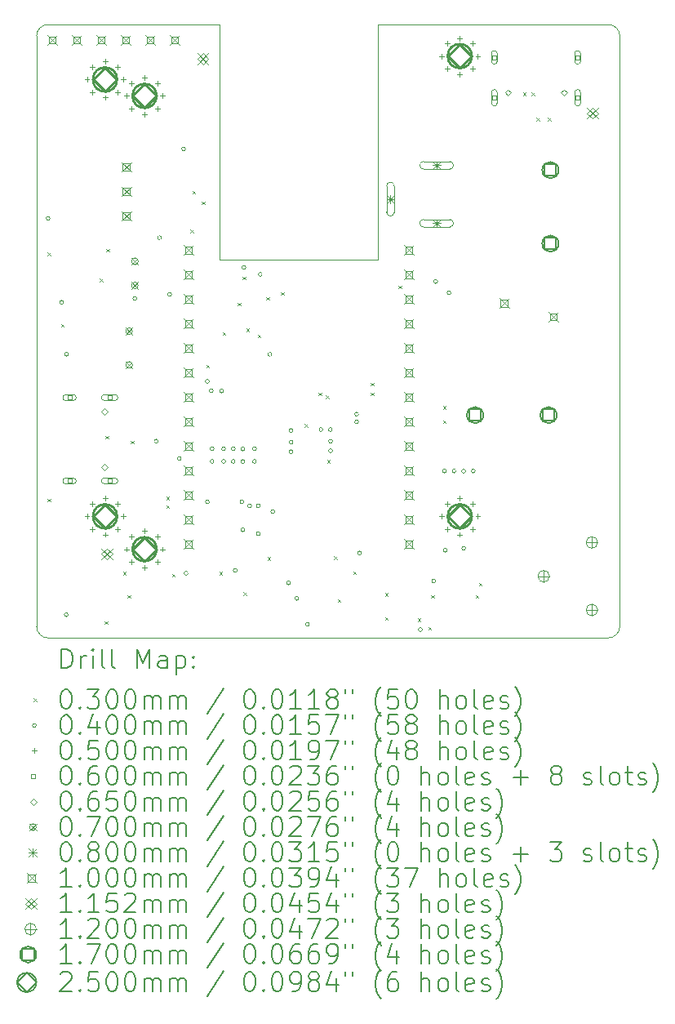
<source format=gbr>
%TF.GenerationSoftware,KiCad,Pcbnew,9.0.6*%
%TF.CreationDate,2025-12-01T14:44:23+01:00*%
%TF.ProjectId,wled-eth.versioned,776c6564-2d65-4746-982e-76657273696f,v0.49*%
%TF.SameCoordinates,Original*%
%TF.FileFunction,Drillmap*%
%TF.FilePolarity,Positive*%
%FSLAX45Y45*%
G04 Gerber Fmt 4.5, Leading zero omitted, Abs format (unit mm)*
G04 Created by KiCad (PCBNEW 9.0.6) date 2025-12-01 14:44:23*
%MOMM*%
%LPD*%
G01*
G04 APERTURE LIST*
%ADD10C,0.050000*%
%ADD11C,0.200000*%
%ADD12C,0.100000*%
%ADD13C,0.115200*%
%ADD14C,0.120000*%
%ADD15C,0.170000*%
%ADD16C,0.250000*%
G04 APERTURE END LIST*
D10*
X4000000Y-6290000D02*
X2360000Y-6290000D01*
X580000Y-3850000D02*
X2360000Y-3850000D01*
X2360000Y-6290000D02*
X2360000Y-3850000D01*
X6390000Y-3850000D02*
G75*
G02*
X6510000Y-3970000I0J-120000D01*
G01*
X580000Y-10210000D02*
G75*
G02*
X460000Y-10090000I0J120000D01*
G01*
X6390000Y-10210000D02*
X580000Y-10210000D01*
X460000Y-3970000D02*
X460000Y-10090000D01*
X4000000Y-3850000D02*
X4000000Y-6290000D01*
X6510000Y-3970000D02*
X6510000Y-10090000D01*
X6510000Y-10090000D02*
G75*
G02*
X6390000Y-10210000I-120000J0D01*
G01*
X4000000Y-3850000D02*
X6390000Y-3850000D01*
X460000Y-3970000D02*
G75*
G02*
X580000Y-3850000I120000J0D01*
G01*
D11*
D12*
X575000Y-6215000D02*
X605000Y-6245000D01*
X605000Y-6215000D02*
X575000Y-6245000D01*
X575000Y-8765000D02*
X605000Y-8795000D01*
X605000Y-8765000D02*
X575000Y-8795000D01*
X715000Y-6955000D02*
X745000Y-6985000D01*
X745000Y-6955000D02*
X715000Y-6985000D01*
X1115000Y-6485000D02*
X1145000Y-6515000D01*
X1145000Y-6485000D02*
X1115000Y-6515000D01*
X1165000Y-10035000D02*
X1195000Y-10065000D01*
X1195000Y-10035000D02*
X1165000Y-10065000D01*
X1173000Y-8115000D02*
X1203000Y-8145000D01*
X1203000Y-8115000D02*
X1173000Y-8145000D01*
X1185000Y-6175000D02*
X1215000Y-6205000D01*
X1215000Y-6175000D02*
X1185000Y-6205000D01*
X1355000Y-9525000D02*
X1385000Y-9555000D01*
X1385000Y-9525000D02*
X1355000Y-9555000D01*
X1405000Y-9765000D02*
X1435000Y-9795000D01*
X1435000Y-9765000D02*
X1405000Y-9795000D01*
X1435000Y-8165000D02*
X1465000Y-8195000D01*
X1465000Y-8165000D02*
X1435000Y-8195000D01*
X1805000Y-8745000D02*
X1835000Y-8775000D01*
X1835000Y-8745000D02*
X1805000Y-8775000D01*
X1805000Y-8835000D02*
X1835000Y-8865000D01*
X1835000Y-8835000D02*
X1805000Y-8865000D01*
X1865000Y-9545000D02*
X1895000Y-9575000D01*
X1895000Y-9545000D02*
X1865000Y-9575000D01*
X2055000Y-5974900D02*
X2085000Y-6004900D01*
X2085000Y-5974900D02*
X2055000Y-6004900D01*
X2075000Y-5575000D02*
X2105000Y-5605000D01*
X2105000Y-5575000D02*
X2075000Y-5605000D01*
X2175000Y-5685000D02*
X2205000Y-5715000D01*
X2205000Y-5685000D02*
X2175000Y-5715000D01*
X2220000Y-7379658D02*
X2250000Y-7409658D01*
X2250000Y-7379658D02*
X2220000Y-7409658D01*
X2355000Y-9525000D02*
X2385000Y-9555000D01*
X2385000Y-9525000D02*
X2355000Y-9555000D01*
X2387945Y-7040100D02*
X2417945Y-7070100D01*
X2417945Y-7040100D02*
X2387945Y-7070100D01*
X2545000Y-6735000D02*
X2575000Y-6765000D01*
X2575000Y-6735000D02*
X2545000Y-6765000D01*
X2595000Y-6465000D02*
X2625000Y-6495000D01*
X2625000Y-6465000D02*
X2595000Y-6495000D01*
X2607427Y-9737427D02*
X2637427Y-9767427D01*
X2637427Y-9737427D02*
X2607427Y-9767427D01*
X2635000Y-7000000D02*
X2665000Y-7030000D01*
X2665000Y-7000000D02*
X2635000Y-7030000D01*
X2755000Y-7065000D02*
X2785000Y-7095000D01*
X2785000Y-7065000D02*
X2755000Y-7095000D01*
X2845000Y-6675000D02*
X2875000Y-6705000D01*
X2875000Y-6675000D02*
X2845000Y-6705000D01*
X2855000Y-9373233D02*
X2885000Y-9403233D01*
X2885000Y-9373233D02*
X2855000Y-9403233D01*
X2995000Y-6625000D02*
X3025000Y-6655000D01*
X3025000Y-6625000D02*
X2995000Y-6655000D01*
X3240000Y-7990000D02*
X3270000Y-8020000D01*
X3270000Y-7990000D02*
X3240000Y-8020000D01*
X3385000Y-7665000D02*
X3415000Y-7695000D01*
X3415000Y-7665000D02*
X3385000Y-7695000D01*
X3458532Y-7696514D02*
X3488532Y-7726514D01*
X3488532Y-7696514D02*
X3458532Y-7726514D01*
X3475000Y-8365000D02*
X3505000Y-8395000D01*
X3505000Y-8365000D02*
X3475000Y-8395000D01*
X3545000Y-9365000D02*
X3575000Y-9395000D01*
X3575000Y-9365000D02*
X3545000Y-9395000D01*
X3585073Y-9809927D02*
X3615073Y-9839927D01*
X3615073Y-9809927D02*
X3585073Y-9839927D01*
X3745000Y-9520000D02*
X3775000Y-9550000D01*
X3775000Y-9520000D02*
X3745000Y-9550000D01*
X3925000Y-7565000D02*
X3955000Y-7595000D01*
X3955000Y-7565000D02*
X3925000Y-7595000D01*
X3925000Y-7665000D02*
X3955000Y-7695000D01*
X3955000Y-7665000D02*
X3925000Y-7695000D01*
X4075000Y-9745000D02*
X4105000Y-9775000D01*
X4105000Y-9745000D02*
X4075000Y-9775000D01*
X4075000Y-9995000D02*
X4105000Y-10025000D01*
X4105000Y-9995000D02*
X4075000Y-10025000D01*
X4215000Y-6555000D02*
X4245000Y-6585000D01*
X4245000Y-6555000D02*
X4215000Y-6585000D01*
X4415000Y-10005000D02*
X4445000Y-10035000D01*
X4445000Y-10005000D02*
X4415000Y-10035000D01*
X4525000Y-10095000D02*
X4555000Y-10125000D01*
X4555000Y-10095000D02*
X4525000Y-10125000D01*
X4555000Y-9765000D02*
X4585000Y-9795000D01*
X4585000Y-9765000D02*
X4555000Y-9795000D01*
X4675000Y-7805000D02*
X4705000Y-7835000D01*
X4705000Y-7805000D02*
X4675000Y-7835000D01*
X4675000Y-7955000D02*
X4705000Y-7985000D01*
X4705000Y-7955000D02*
X4675000Y-7985000D01*
X5015000Y-9765000D02*
X5045000Y-9795000D01*
X5045000Y-9765000D02*
X5015000Y-9795000D01*
X5050000Y-9640000D02*
X5080000Y-9670000D01*
X5080000Y-9640000D02*
X5050000Y-9670000D01*
X5505000Y-4555000D02*
X5535000Y-4585000D01*
X5535000Y-4555000D02*
X5505000Y-4585000D01*
X5595000Y-4555000D02*
X5625000Y-4585000D01*
X5625000Y-4555000D02*
X5595000Y-4585000D01*
X5645000Y-4815000D02*
X5675000Y-4845000D01*
X5675000Y-4815000D02*
X5645000Y-4845000D01*
X5765000Y-4815000D02*
X5795000Y-4845000D01*
X5795000Y-4815000D02*
X5765000Y-4845000D01*
X600000Y-5860000D02*
G75*
G02*
X560000Y-5860000I-20000J0D01*
G01*
X560000Y-5860000D02*
G75*
G02*
X600000Y-5860000I20000J0D01*
G01*
X740000Y-6730000D02*
G75*
G02*
X700000Y-6730000I-20000J0D01*
G01*
X700000Y-6730000D02*
G75*
G02*
X740000Y-6730000I20000J0D01*
G01*
X787500Y-9970000D02*
G75*
G02*
X747500Y-9970000I-20000J0D01*
G01*
X747500Y-9970000D02*
G75*
G02*
X787500Y-9970000I20000J0D01*
G01*
X790000Y-7270000D02*
G75*
G02*
X750000Y-7270000I-20000J0D01*
G01*
X750000Y-7270000D02*
G75*
G02*
X790000Y-7270000I20000J0D01*
G01*
X1500000Y-6690000D02*
G75*
G02*
X1460000Y-6690000I-20000J0D01*
G01*
X1460000Y-6690000D02*
G75*
G02*
X1500000Y-6690000I20000J0D01*
G01*
X1720000Y-8170000D02*
G75*
G02*
X1680000Y-8170000I-20000J0D01*
G01*
X1680000Y-8170000D02*
G75*
G02*
X1720000Y-8170000I20000J0D01*
G01*
X1755000Y-6060000D02*
G75*
G02*
X1715000Y-6060000I-20000J0D01*
G01*
X1715000Y-6060000D02*
G75*
G02*
X1755000Y-6060000I20000J0D01*
G01*
X1860000Y-6650000D02*
G75*
G02*
X1820000Y-6650000I-20000J0D01*
G01*
X1820000Y-6650000D02*
G75*
G02*
X1860000Y-6650000I20000J0D01*
G01*
X1960000Y-8350000D02*
G75*
G02*
X1920000Y-8350000I-20000J0D01*
G01*
X1920000Y-8350000D02*
G75*
G02*
X1960000Y-8350000I20000J0D01*
G01*
X2005000Y-5140000D02*
G75*
G02*
X1965000Y-5140000I-20000J0D01*
G01*
X1965000Y-5140000D02*
G75*
G02*
X2005000Y-5140000I20000J0D01*
G01*
X2030000Y-9540000D02*
G75*
G02*
X1990000Y-9540000I-20000J0D01*
G01*
X1990000Y-9540000D02*
G75*
G02*
X2030000Y-9540000I20000J0D01*
G01*
X2251808Y-7550000D02*
G75*
G02*
X2211808Y-7550000I-20000J0D01*
G01*
X2211808Y-7550000D02*
G75*
G02*
X2251808Y-7550000I20000J0D01*
G01*
X2251820Y-8800000D02*
G75*
G02*
X2211820Y-8800000I-20000J0D01*
G01*
X2211820Y-8800000D02*
G75*
G02*
X2251820Y-8800000I20000J0D01*
G01*
X2290872Y-7647500D02*
G75*
G02*
X2250872Y-7647500I-20000J0D01*
G01*
X2250872Y-7647500D02*
G75*
G02*
X2290872Y-7647500I20000J0D01*
G01*
X2300000Y-8250000D02*
G75*
G02*
X2260000Y-8250000I-20000J0D01*
G01*
X2260000Y-8250000D02*
G75*
G02*
X2300000Y-8250000I20000J0D01*
G01*
X2300000Y-8380000D02*
G75*
G02*
X2260000Y-8380000I-20000J0D01*
G01*
X2260000Y-8380000D02*
G75*
G02*
X2300000Y-8380000I20000J0D01*
G01*
X2400000Y-7650000D02*
G75*
G02*
X2360000Y-7650000I-20000J0D01*
G01*
X2360000Y-7650000D02*
G75*
G02*
X2400000Y-7650000I20000J0D01*
G01*
X2420000Y-8250000D02*
G75*
G02*
X2380000Y-8250000I-20000J0D01*
G01*
X2380000Y-8250000D02*
G75*
G02*
X2420000Y-8250000I20000J0D01*
G01*
X2420000Y-8380000D02*
G75*
G02*
X2380000Y-8380000I-20000J0D01*
G01*
X2380000Y-8380000D02*
G75*
G02*
X2420000Y-8380000I20000J0D01*
G01*
X2520000Y-8250000D02*
G75*
G02*
X2480000Y-8250000I-20000J0D01*
G01*
X2480000Y-8250000D02*
G75*
G02*
X2520000Y-8250000I20000J0D01*
G01*
X2520000Y-8380000D02*
G75*
G02*
X2480000Y-8380000I-20000J0D01*
G01*
X2480000Y-8380000D02*
G75*
G02*
X2520000Y-8380000I20000J0D01*
G01*
X2540000Y-9510000D02*
G75*
G02*
X2500000Y-9510000I-20000J0D01*
G01*
X2500000Y-9510000D02*
G75*
G02*
X2540000Y-9510000I20000J0D01*
G01*
X2610000Y-8800000D02*
G75*
G02*
X2570000Y-8800000I-20000J0D01*
G01*
X2570000Y-8800000D02*
G75*
G02*
X2610000Y-8800000I20000J0D01*
G01*
X2619896Y-9090104D02*
G75*
G02*
X2579896Y-9090104I-20000J0D01*
G01*
X2579896Y-9090104D02*
G75*
G02*
X2619896Y-9090104I20000J0D01*
G01*
X2620000Y-8250000D02*
G75*
G02*
X2580000Y-8250000I-20000J0D01*
G01*
X2580000Y-8250000D02*
G75*
G02*
X2620000Y-8250000I20000J0D01*
G01*
X2620000Y-8380000D02*
G75*
G02*
X2580000Y-8380000I-20000J0D01*
G01*
X2580000Y-8380000D02*
G75*
G02*
X2620000Y-8380000I20000J0D01*
G01*
X2630000Y-6370000D02*
G75*
G02*
X2590000Y-6370000I-20000J0D01*
G01*
X2590000Y-6370000D02*
G75*
G02*
X2630000Y-6370000I20000J0D01*
G01*
X2690000Y-8840000D02*
G75*
G02*
X2650000Y-8840000I-20000J0D01*
G01*
X2650000Y-8840000D02*
G75*
G02*
X2690000Y-8840000I20000J0D01*
G01*
X2740000Y-8250000D02*
G75*
G02*
X2700000Y-8250000I-20000J0D01*
G01*
X2700000Y-8250000D02*
G75*
G02*
X2740000Y-8250000I20000J0D01*
G01*
X2740000Y-8380000D02*
G75*
G02*
X2700000Y-8380000I-20000J0D01*
G01*
X2700000Y-8380000D02*
G75*
G02*
X2740000Y-8380000I20000J0D01*
G01*
X2780000Y-8840000D02*
G75*
G02*
X2740000Y-8840000I-20000J0D01*
G01*
X2740000Y-8840000D02*
G75*
G02*
X2780000Y-8840000I20000J0D01*
G01*
X2780000Y-9130000D02*
G75*
G02*
X2740000Y-9130000I-20000J0D01*
G01*
X2740000Y-9130000D02*
G75*
G02*
X2780000Y-9130000I20000J0D01*
G01*
X2800000Y-6440000D02*
G75*
G02*
X2760000Y-6440000I-20000J0D01*
G01*
X2760000Y-6440000D02*
G75*
G02*
X2800000Y-6440000I20000J0D01*
G01*
X2900000Y-7270000D02*
G75*
G02*
X2860000Y-7270000I-20000J0D01*
G01*
X2860000Y-7270000D02*
G75*
G02*
X2900000Y-7270000I20000J0D01*
G01*
X2930000Y-8900000D02*
G75*
G02*
X2890000Y-8900000I-20000J0D01*
G01*
X2890000Y-8900000D02*
G75*
G02*
X2930000Y-8900000I20000J0D01*
G01*
X3095000Y-9640000D02*
G75*
G02*
X3055000Y-9640000I-20000J0D01*
G01*
X3055000Y-9640000D02*
G75*
G02*
X3095000Y-9640000I20000J0D01*
G01*
X3120000Y-8060000D02*
G75*
G02*
X3080000Y-8060000I-20000J0D01*
G01*
X3080000Y-8060000D02*
G75*
G02*
X3120000Y-8060000I20000J0D01*
G01*
X3120000Y-8180000D02*
G75*
G02*
X3080000Y-8180000I-20000J0D01*
G01*
X3080000Y-8180000D02*
G75*
G02*
X3120000Y-8180000I20000J0D01*
G01*
X3120000Y-8280000D02*
G75*
G02*
X3080000Y-8280000I-20000J0D01*
G01*
X3080000Y-8280000D02*
G75*
G02*
X3120000Y-8280000I20000J0D01*
G01*
X3180000Y-9800350D02*
G75*
G02*
X3140000Y-9800350I-20000J0D01*
G01*
X3140000Y-9800350D02*
G75*
G02*
X3180000Y-9800350I20000J0D01*
G01*
X3290000Y-10070000D02*
G75*
G02*
X3250000Y-10070000I-20000J0D01*
G01*
X3250000Y-10070000D02*
G75*
G02*
X3290000Y-10070000I20000J0D01*
G01*
X3430000Y-8050000D02*
G75*
G02*
X3390000Y-8050000I-20000J0D01*
G01*
X3390000Y-8050000D02*
G75*
G02*
X3430000Y-8050000I20000J0D01*
G01*
X3527500Y-8050000D02*
G75*
G02*
X3487500Y-8050000I-20000J0D01*
G01*
X3487500Y-8050000D02*
G75*
G02*
X3527500Y-8050000I20000J0D01*
G01*
X3530000Y-8170000D02*
G75*
G02*
X3490000Y-8170000I-20000J0D01*
G01*
X3490000Y-8170000D02*
G75*
G02*
X3530000Y-8170000I20000J0D01*
G01*
X3530000Y-8270000D02*
G75*
G02*
X3490000Y-8270000I-20000J0D01*
G01*
X3490000Y-8270000D02*
G75*
G02*
X3530000Y-8270000I20000J0D01*
G01*
X3800000Y-7890000D02*
G75*
G02*
X3760000Y-7890000I-20000J0D01*
G01*
X3760000Y-7890000D02*
G75*
G02*
X3800000Y-7890000I20000J0D01*
G01*
X3800000Y-7970000D02*
G75*
G02*
X3760000Y-7970000I-20000J0D01*
G01*
X3760000Y-7970000D02*
G75*
G02*
X3800000Y-7970000I20000J0D01*
G01*
X3830000Y-9330000D02*
G75*
G02*
X3790000Y-9330000I-20000J0D01*
G01*
X3790000Y-9330000D02*
G75*
G02*
X3830000Y-9330000I20000J0D01*
G01*
X4460000Y-10123000D02*
G75*
G02*
X4420000Y-10123000I-20000J0D01*
G01*
X4420000Y-10123000D02*
G75*
G02*
X4460000Y-10123000I20000J0D01*
G01*
X4600000Y-9620000D02*
G75*
G02*
X4560000Y-9620000I-20000J0D01*
G01*
X4560000Y-9620000D02*
G75*
G02*
X4600000Y-9620000I20000J0D01*
G01*
X4620100Y-6515100D02*
G75*
G02*
X4580100Y-6515100I-20000J0D01*
G01*
X4580100Y-6515100D02*
G75*
G02*
X4620100Y-6515100I20000J0D01*
G01*
X4710000Y-8480000D02*
G75*
G02*
X4670000Y-8480000I-20000J0D01*
G01*
X4670000Y-8480000D02*
G75*
G02*
X4710000Y-8480000I20000J0D01*
G01*
X4720000Y-9300000D02*
G75*
G02*
X4680000Y-9300000I-20000J0D01*
G01*
X4680000Y-9300000D02*
G75*
G02*
X4720000Y-9300000I20000J0D01*
G01*
X4757828Y-6632172D02*
G75*
G02*
X4717828Y-6632172I-20000J0D01*
G01*
X4717828Y-6632172D02*
G75*
G02*
X4757828Y-6632172I20000J0D01*
G01*
X4810000Y-8480000D02*
G75*
G02*
X4770000Y-8480000I-20000J0D01*
G01*
X4770000Y-8480000D02*
G75*
G02*
X4810000Y-8480000I20000J0D01*
G01*
X4910000Y-8480000D02*
G75*
G02*
X4870000Y-8480000I-20000J0D01*
G01*
X4870000Y-8480000D02*
G75*
G02*
X4910000Y-8480000I20000J0D01*
G01*
X4910000Y-9280000D02*
G75*
G02*
X4870000Y-9280000I-20000J0D01*
G01*
X4870000Y-9280000D02*
G75*
G02*
X4910000Y-9280000I20000J0D01*
G01*
X5010000Y-8480000D02*
G75*
G02*
X4970000Y-8480000I-20000J0D01*
G01*
X4970000Y-8480000D02*
G75*
G02*
X5010000Y-8480000I20000J0D01*
G01*
X982500Y-4395000D02*
X982500Y-4445000D01*
X957500Y-4420000D02*
X1007500Y-4420000D01*
X982500Y-8925000D02*
X982500Y-8975000D01*
X957500Y-8950000D02*
X1007500Y-8950000D01*
X1037417Y-4262418D02*
X1037417Y-4312418D01*
X1012417Y-4287418D02*
X1062418Y-4287418D01*
X1037417Y-4527583D02*
X1037417Y-4577583D01*
X1012417Y-4552583D02*
X1062418Y-4552583D01*
X1037417Y-8792418D02*
X1037417Y-8842418D01*
X1012417Y-8817418D02*
X1062418Y-8817418D01*
X1037417Y-9057583D02*
X1037417Y-9107583D01*
X1012417Y-9082583D02*
X1062418Y-9082583D01*
X1170000Y-4207500D02*
X1170000Y-4257500D01*
X1145000Y-4232500D02*
X1195000Y-4232500D01*
X1170000Y-4582500D02*
X1170000Y-4632500D01*
X1145000Y-4607500D02*
X1195000Y-4607500D01*
X1170000Y-8737500D02*
X1170000Y-8787500D01*
X1145000Y-8762500D02*
X1195000Y-8762500D01*
X1170000Y-9112500D02*
X1170000Y-9162500D01*
X1145000Y-9137500D02*
X1195000Y-9137500D01*
X1302583Y-4262418D02*
X1302583Y-4312418D01*
X1277583Y-4287418D02*
X1327583Y-4287418D01*
X1302583Y-4527583D02*
X1302583Y-4577583D01*
X1277583Y-4552583D02*
X1327583Y-4552583D01*
X1302583Y-8792418D02*
X1302583Y-8842418D01*
X1277583Y-8817418D02*
X1327583Y-8817418D01*
X1302583Y-9057583D02*
X1302583Y-9107583D01*
X1277583Y-9082583D02*
X1327583Y-9082583D01*
X1357500Y-4395000D02*
X1357500Y-4445000D01*
X1332500Y-4420000D02*
X1382500Y-4420000D01*
X1357500Y-8925000D02*
X1357500Y-8975000D01*
X1332500Y-8950000D02*
X1382500Y-8950000D01*
X1392500Y-4565000D02*
X1392500Y-4615000D01*
X1367500Y-4590000D02*
X1417500Y-4590000D01*
X1392500Y-9265000D02*
X1392500Y-9315000D01*
X1367500Y-9290000D02*
X1417500Y-9290000D01*
X1447417Y-4432418D02*
X1447417Y-4482418D01*
X1422417Y-4457418D02*
X1472417Y-4457418D01*
X1447417Y-4697583D02*
X1447417Y-4747583D01*
X1422417Y-4722583D02*
X1472417Y-4722583D01*
X1447417Y-9132418D02*
X1447417Y-9182418D01*
X1422417Y-9157418D02*
X1472417Y-9157418D01*
X1447417Y-9397583D02*
X1447417Y-9447583D01*
X1422417Y-9422583D02*
X1472417Y-9422583D01*
X1580000Y-4377500D02*
X1580000Y-4427500D01*
X1555000Y-4402500D02*
X1605000Y-4402500D01*
X1580000Y-4752500D02*
X1580000Y-4802500D01*
X1555000Y-4777500D02*
X1605000Y-4777500D01*
X1580000Y-9077500D02*
X1580000Y-9127500D01*
X1555000Y-9102500D02*
X1605000Y-9102500D01*
X1580000Y-9452500D02*
X1580000Y-9502500D01*
X1555000Y-9477500D02*
X1605000Y-9477500D01*
X1712582Y-4432418D02*
X1712582Y-4482418D01*
X1687582Y-4457418D02*
X1737582Y-4457418D01*
X1712582Y-4697583D02*
X1712582Y-4747583D01*
X1687582Y-4722583D02*
X1737582Y-4722583D01*
X1712582Y-9132418D02*
X1712582Y-9182418D01*
X1687582Y-9157418D02*
X1737582Y-9157418D01*
X1712582Y-9397583D02*
X1712582Y-9447583D01*
X1687582Y-9422583D02*
X1737582Y-9422583D01*
X1767500Y-4565000D02*
X1767500Y-4615000D01*
X1742500Y-4590000D02*
X1792500Y-4590000D01*
X1767500Y-9265000D02*
X1767500Y-9315000D01*
X1742500Y-9290000D02*
X1792500Y-9290000D01*
X4662500Y-4152500D02*
X4662500Y-4202500D01*
X4637500Y-4177500D02*
X4687500Y-4177500D01*
X4662500Y-8925000D02*
X4662500Y-8975000D01*
X4637500Y-8950000D02*
X4687500Y-8950000D01*
X4717418Y-4019917D02*
X4717418Y-4069917D01*
X4692418Y-4044917D02*
X4742418Y-4044917D01*
X4717418Y-4285083D02*
X4717418Y-4335083D01*
X4692418Y-4310083D02*
X4742418Y-4310083D01*
X4717418Y-8792418D02*
X4717418Y-8842418D01*
X4692418Y-8817418D02*
X4742418Y-8817418D01*
X4717418Y-9057583D02*
X4717418Y-9107583D01*
X4692418Y-9082583D02*
X4742418Y-9082583D01*
X4850000Y-3965000D02*
X4850000Y-4015000D01*
X4825000Y-3990000D02*
X4875000Y-3990000D01*
X4850000Y-4340000D02*
X4850000Y-4390000D01*
X4825000Y-4365000D02*
X4875000Y-4365000D01*
X4850000Y-8737500D02*
X4850000Y-8787500D01*
X4825000Y-8762500D02*
X4875000Y-8762500D01*
X4850000Y-9112500D02*
X4850000Y-9162500D01*
X4825000Y-9137500D02*
X4875000Y-9137500D01*
X4982583Y-4019917D02*
X4982583Y-4069917D01*
X4957583Y-4044917D02*
X5007583Y-4044917D01*
X4982583Y-4285083D02*
X4982583Y-4335083D01*
X4957583Y-4310083D02*
X5007583Y-4310083D01*
X4982583Y-8792418D02*
X4982583Y-8842418D01*
X4957583Y-8817418D02*
X5007583Y-8817418D01*
X4982583Y-9057583D02*
X4982583Y-9107583D01*
X4957583Y-9082583D02*
X5007583Y-9082583D01*
X5037500Y-4152500D02*
X5037500Y-4202500D01*
X5012500Y-4177500D02*
X5062500Y-4177500D01*
X5037500Y-8925000D02*
X5037500Y-8975000D01*
X5012500Y-8950000D02*
X5062500Y-8950000D01*
X823213Y-7739213D02*
X823213Y-7696787D01*
X780787Y-7696787D01*
X780787Y-7739213D01*
X823213Y-7739213D01*
X762000Y-7748000D02*
X842000Y-7748000D01*
X842000Y-7688000D02*
G75*
G02*
X842000Y-7748000I0J-30000D01*
G01*
X842000Y-7688000D02*
X762000Y-7688000D01*
X762000Y-7688000D02*
G75*
G03*
X762000Y-7748000I0J-30000D01*
G01*
X823213Y-8603213D02*
X823213Y-8560787D01*
X780787Y-8560787D01*
X780787Y-8603213D01*
X823213Y-8603213D01*
X762000Y-8612000D02*
X842000Y-8612000D01*
X842000Y-8552000D02*
G75*
G02*
X842000Y-8612000I0J-30000D01*
G01*
X842000Y-8552000D02*
X762000Y-8552000D01*
X762000Y-8552000D02*
G75*
G03*
X762000Y-8612000I0J-30000D01*
G01*
X1240213Y-7739213D02*
X1240213Y-7696787D01*
X1197787Y-7696787D01*
X1197787Y-7739213D01*
X1240213Y-7739213D01*
X1164000Y-7748000D02*
X1274000Y-7748000D01*
X1274000Y-7688000D02*
G75*
G02*
X1274000Y-7748000I0J-30000D01*
G01*
X1274000Y-7688000D02*
X1164000Y-7688000D01*
X1164000Y-7688000D02*
G75*
G03*
X1164000Y-7748000I0J-30000D01*
G01*
X1240213Y-8603213D02*
X1240213Y-8560787D01*
X1197787Y-8560787D01*
X1197787Y-8603213D01*
X1240213Y-8603213D01*
X1164000Y-8612000D02*
X1274000Y-8612000D01*
X1274000Y-8552000D02*
G75*
G02*
X1274000Y-8612000I0J-30000D01*
G01*
X1274000Y-8552000D02*
X1164000Y-8552000D01*
X1164000Y-8552000D02*
G75*
G03*
X1164000Y-8612000I0J-30000D01*
G01*
X5229213Y-4213213D02*
X5229213Y-4170787D01*
X5186787Y-4170787D01*
X5186787Y-4213213D01*
X5229213Y-4213213D01*
X5178000Y-4152000D02*
X5178000Y-4232000D01*
X5238000Y-4232000D02*
G75*
G02*
X5178000Y-4232000I-30000J0D01*
G01*
X5238000Y-4232000D02*
X5238000Y-4152000D01*
X5238000Y-4152000D02*
G75*
G03*
X5178000Y-4152000I-30000J0D01*
G01*
X5229213Y-4630213D02*
X5229213Y-4587787D01*
X5186787Y-4587787D01*
X5186787Y-4630213D01*
X5229213Y-4630213D01*
X5178000Y-4554000D02*
X5178000Y-4664000D01*
X5238000Y-4664000D02*
G75*
G02*
X5178000Y-4664000I-30000J0D01*
G01*
X5238000Y-4664000D02*
X5238000Y-4554000D01*
X5238000Y-4554000D02*
G75*
G03*
X5178000Y-4554000I-30000J0D01*
G01*
X6093213Y-4213213D02*
X6093213Y-4170787D01*
X6050787Y-4170787D01*
X6050787Y-4213213D01*
X6093213Y-4213213D01*
X6042000Y-4152000D02*
X6042000Y-4232000D01*
X6102000Y-4232000D02*
G75*
G02*
X6042000Y-4232000I-30000J0D01*
G01*
X6102000Y-4232000D02*
X6102000Y-4152000D01*
X6102000Y-4152000D02*
G75*
G03*
X6042000Y-4152000I-30000J0D01*
G01*
X6093213Y-4630213D02*
X6093213Y-4587787D01*
X6050787Y-4587787D01*
X6050787Y-4630213D01*
X6093213Y-4630213D01*
X6042000Y-4554000D02*
X6042000Y-4664000D01*
X6102000Y-4664000D02*
G75*
G02*
X6042000Y-4664000I-30000J0D01*
G01*
X6102000Y-4664000D02*
X6102000Y-4554000D01*
X6102000Y-4554000D02*
G75*
G03*
X6042000Y-4554000I-30000J0D01*
G01*
X1166000Y-7893500D02*
X1198500Y-7861000D01*
X1166000Y-7828500D01*
X1133500Y-7861000D01*
X1166000Y-7893500D01*
X1166000Y-8471500D02*
X1198500Y-8439000D01*
X1166000Y-8406500D01*
X1133500Y-8439000D01*
X1166000Y-8471500D01*
X5351000Y-4588500D02*
X5383500Y-4556000D01*
X5351000Y-4523500D01*
X5318500Y-4556000D01*
X5351000Y-4588500D01*
X5929000Y-4588500D02*
X5961500Y-4556000D01*
X5929000Y-4523500D01*
X5896500Y-4556000D01*
X5929000Y-4588500D01*
X1385000Y-6995000D02*
X1455000Y-7065000D01*
X1455000Y-6995000D02*
X1385000Y-7065000D01*
X1455000Y-7030000D02*
G75*
G02*
X1385000Y-7030000I-35000J0D01*
G01*
X1385000Y-7030000D02*
G75*
G02*
X1455000Y-7030000I35000J0D01*
G01*
X1385000Y-7345000D02*
X1455000Y-7415000D01*
X1455000Y-7345000D02*
X1385000Y-7415000D01*
X1455000Y-7380000D02*
G75*
G02*
X1385000Y-7380000I-35000J0D01*
G01*
X1385000Y-7380000D02*
G75*
G02*
X1455000Y-7380000I35000J0D01*
G01*
X1445000Y-6270000D02*
X1515000Y-6340000D01*
X1515000Y-6270000D02*
X1445000Y-6340000D01*
X1515000Y-6305000D02*
G75*
G02*
X1445000Y-6305000I-35000J0D01*
G01*
X1445000Y-6305000D02*
G75*
G02*
X1515000Y-6305000I35000J0D01*
G01*
X1445000Y-6520000D02*
X1515000Y-6590000D01*
X1515000Y-6520000D02*
X1445000Y-6590000D01*
X1515000Y-6555000D02*
G75*
G02*
X1445000Y-6555000I-35000J0D01*
G01*
X1445000Y-6555000D02*
G75*
G02*
X1515000Y-6555000I35000J0D01*
G01*
X4090000Y-5620000D02*
X4170000Y-5700000D01*
X4170000Y-5620000D02*
X4090000Y-5700000D01*
X4130000Y-5620000D02*
X4130000Y-5700000D01*
X4090000Y-5660000D02*
X4170000Y-5660000D01*
X4170000Y-5795000D02*
X4170000Y-5525000D01*
X4090000Y-5525000D02*
G75*
G02*
X4170000Y-5525000I40000J0D01*
G01*
X4090000Y-5525000D02*
X4090000Y-5795000D01*
X4090000Y-5795000D02*
G75*
G03*
X4170000Y-5795000I40000J0D01*
G01*
X4570000Y-5270000D02*
X4650000Y-5350000D01*
X4650000Y-5270000D02*
X4570000Y-5350000D01*
X4610000Y-5270000D02*
X4610000Y-5350000D01*
X4570000Y-5310000D02*
X4650000Y-5310000D01*
X4475000Y-5350000D02*
X4745000Y-5350000D01*
X4745000Y-5270000D02*
G75*
G02*
X4745000Y-5350000I0J-40000D01*
G01*
X4745000Y-5270000D02*
X4475000Y-5270000D01*
X4475000Y-5270000D02*
G75*
G03*
X4475000Y-5350000I0J-40000D01*
G01*
X4570000Y-5870000D02*
X4650000Y-5950000D01*
X4650000Y-5870000D02*
X4570000Y-5950000D01*
X4610000Y-5870000D02*
X4610000Y-5950000D01*
X4570000Y-5910000D02*
X4650000Y-5910000D01*
X4475000Y-5950000D02*
X4745000Y-5950000D01*
X4745000Y-5870000D02*
G75*
G02*
X4745000Y-5950000I0J-40000D01*
G01*
X4745000Y-5870000D02*
X4475000Y-5870000D01*
X4475000Y-5870000D02*
G75*
G03*
X4475000Y-5950000I0J-40000D01*
G01*
X570000Y-3960000D02*
X670000Y-4060000D01*
X670000Y-3960000D02*
X570000Y-4060000D01*
X655356Y-4045356D02*
X655356Y-3974644D01*
X584644Y-3974644D01*
X584644Y-4045356D01*
X655356Y-4045356D01*
X824000Y-3960000D02*
X924000Y-4060000D01*
X924000Y-3960000D02*
X824000Y-4060000D01*
X909356Y-4045356D02*
X909356Y-3974644D01*
X838644Y-3974644D01*
X838644Y-4045356D01*
X909356Y-4045356D01*
X1078000Y-3960000D02*
X1178000Y-4060000D01*
X1178000Y-3960000D02*
X1078000Y-4060000D01*
X1163356Y-4045356D02*
X1163356Y-3974644D01*
X1092644Y-3974644D01*
X1092644Y-4045356D01*
X1163356Y-4045356D01*
X1332000Y-3960000D02*
X1432000Y-4060000D01*
X1432000Y-3960000D02*
X1332000Y-4060000D01*
X1417356Y-4045356D02*
X1417356Y-3974644D01*
X1346644Y-3974644D01*
X1346644Y-4045356D01*
X1417356Y-4045356D01*
X1340000Y-5277500D02*
X1440000Y-5377500D01*
X1440000Y-5277500D02*
X1340000Y-5377500D01*
X1425356Y-5362856D02*
X1425356Y-5292144D01*
X1354644Y-5292144D01*
X1354644Y-5362856D01*
X1425356Y-5362856D01*
X1340000Y-5531500D02*
X1440000Y-5631500D01*
X1440000Y-5531500D02*
X1340000Y-5631500D01*
X1425356Y-5616856D02*
X1425356Y-5546144D01*
X1354644Y-5546144D01*
X1354644Y-5616856D01*
X1425356Y-5616856D01*
X1340000Y-5785500D02*
X1440000Y-5885500D01*
X1440000Y-5785500D02*
X1340000Y-5885500D01*
X1425356Y-5870856D02*
X1425356Y-5800144D01*
X1354644Y-5800144D01*
X1354644Y-5870856D01*
X1425356Y-5870856D01*
X1586000Y-3960000D02*
X1686000Y-4060000D01*
X1686000Y-3960000D02*
X1586000Y-4060000D01*
X1671356Y-4045356D02*
X1671356Y-3974644D01*
X1600644Y-3974644D01*
X1600644Y-4045356D01*
X1671356Y-4045356D01*
X1840000Y-3960000D02*
X1940000Y-4060000D01*
X1940000Y-3960000D02*
X1840000Y-4060000D01*
X1925356Y-4045356D02*
X1925356Y-3974644D01*
X1854644Y-3974644D01*
X1854644Y-4045356D01*
X1925356Y-4045356D01*
X1985000Y-6139500D02*
X2085000Y-6239500D01*
X2085000Y-6139500D02*
X1985000Y-6239500D01*
X2070356Y-6224856D02*
X2070356Y-6154144D01*
X1999644Y-6154144D01*
X1999644Y-6224856D01*
X2070356Y-6224856D01*
X1985000Y-6393500D02*
X2085000Y-6493500D01*
X2085000Y-6393500D02*
X1985000Y-6493500D01*
X2070356Y-6478856D02*
X2070356Y-6408144D01*
X1999644Y-6408144D01*
X1999644Y-6478856D01*
X2070356Y-6478856D01*
X1985000Y-6647500D02*
X2085000Y-6747500D01*
X2085000Y-6647500D02*
X1985000Y-6747500D01*
X2070356Y-6732856D02*
X2070356Y-6662144D01*
X1999644Y-6662144D01*
X1999644Y-6732856D01*
X2070356Y-6732856D01*
X1985000Y-6901500D02*
X2085000Y-7001500D01*
X2085000Y-6901500D02*
X1985000Y-7001500D01*
X2070356Y-6986856D02*
X2070356Y-6916144D01*
X1999644Y-6916144D01*
X1999644Y-6986856D01*
X2070356Y-6986856D01*
X1985000Y-7155500D02*
X2085000Y-7255500D01*
X2085000Y-7155500D02*
X1985000Y-7255500D01*
X2070356Y-7240856D02*
X2070356Y-7170144D01*
X1999644Y-7170144D01*
X1999644Y-7240856D01*
X2070356Y-7240856D01*
X1985000Y-7409500D02*
X2085000Y-7509500D01*
X2085000Y-7409500D02*
X1985000Y-7509500D01*
X2070356Y-7494856D02*
X2070356Y-7424144D01*
X1999644Y-7424144D01*
X1999644Y-7494856D01*
X2070356Y-7494856D01*
X1985000Y-7663500D02*
X2085000Y-7763500D01*
X2085000Y-7663500D02*
X1985000Y-7763500D01*
X2070356Y-7748856D02*
X2070356Y-7678144D01*
X1999644Y-7678144D01*
X1999644Y-7748856D01*
X2070356Y-7748856D01*
X1985000Y-7917500D02*
X2085000Y-8017500D01*
X2085000Y-7917500D02*
X1985000Y-8017500D01*
X2070356Y-8002856D02*
X2070356Y-7932144D01*
X1999644Y-7932144D01*
X1999644Y-8002856D01*
X2070356Y-8002856D01*
X1985000Y-8171500D02*
X2085000Y-8271500D01*
X2085000Y-8171500D02*
X1985000Y-8271500D01*
X2070356Y-8256856D02*
X2070356Y-8186144D01*
X1999644Y-8186144D01*
X1999644Y-8256856D01*
X2070356Y-8256856D01*
X1985000Y-8425500D02*
X2085000Y-8525500D01*
X2085000Y-8425500D02*
X1985000Y-8525500D01*
X2070356Y-8510856D02*
X2070356Y-8440144D01*
X1999644Y-8440144D01*
X1999644Y-8510856D01*
X2070356Y-8510856D01*
X1985000Y-8679500D02*
X2085000Y-8779500D01*
X2085000Y-8679500D02*
X1985000Y-8779500D01*
X2070356Y-8764856D02*
X2070356Y-8694144D01*
X1999644Y-8694144D01*
X1999644Y-8764856D01*
X2070356Y-8764856D01*
X1985000Y-8933500D02*
X2085000Y-9033500D01*
X2085000Y-8933500D02*
X1985000Y-9033500D01*
X2070356Y-9018856D02*
X2070356Y-8948144D01*
X1999644Y-8948144D01*
X1999644Y-9018856D01*
X2070356Y-9018856D01*
X1985000Y-9187500D02*
X2085000Y-9287500D01*
X2085000Y-9187500D02*
X1985000Y-9287500D01*
X2070356Y-9272856D02*
X2070356Y-9202144D01*
X1999644Y-9202144D01*
X1999644Y-9272856D01*
X2070356Y-9272856D01*
X4270000Y-6139500D02*
X4370000Y-6239500D01*
X4370000Y-6139500D02*
X4270000Y-6239500D01*
X4355356Y-6224856D02*
X4355356Y-6154144D01*
X4284644Y-6154144D01*
X4284644Y-6224856D01*
X4355356Y-6224856D01*
X4270000Y-6393500D02*
X4370000Y-6493500D01*
X4370000Y-6393500D02*
X4270000Y-6493500D01*
X4355356Y-6478856D02*
X4355356Y-6408144D01*
X4284644Y-6408144D01*
X4284644Y-6478856D01*
X4355356Y-6478856D01*
X4270000Y-6647500D02*
X4370000Y-6747500D01*
X4370000Y-6647500D02*
X4270000Y-6747500D01*
X4355356Y-6732856D02*
X4355356Y-6662144D01*
X4284644Y-6662144D01*
X4284644Y-6732856D01*
X4355356Y-6732856D01*
X4270000Y-6901500D02*
X4370000Y-7001500D01*
X4370000Y-6901500D02*
X4270000Y-7001500D01*
X4355356Y-6986856D02*
X4355356Y-6916144D01*
X4284644Y-6916144D01*
X4284644Y-6986856D01*
X4355356Y-6986856D01*
X4270000Y-7155500D02*
X4370000Y-7255500D01*
X4370000Y-7155500D02*
X4270000Y-7255500D01*
X4355356Y-7240856D02*
X4355356Y-7170144D01*
X4284644Y-7170144D01*
X4284644Y-7240856D01*
X4355356Y-7240856D01*
X4270000Y-7409500D02*
X4370000Y-7509500D01*
X4370000Y-7409500D02*
X4270000Y-7509500D01*
X4355356Y-7494856D02*
X4355356Y-7424144D01*
X4284644Y-7424144D01*
X4284644Y-7494856D01*
X4355356Y-7494856D01*
X4270000Y-7663500D02*
X4370000Y-7763500D01*
X4370000Y-7663500D02*
X4270000Y-7763500D01*
X4355356Y-7748856D02*
X4355356Y-7678144D01*
X4284644Y-7678144D01*
X4284644Y-7748856D01*
X4355356Y-7748856D01*
X4270000Y-7917500D02*
X4370000Y-8017500D01*
X4370000Y-7917500D02*
X4270000Y-8017500D01*
X4355356Y-8002856D02*
X4355356Y-7932144D01*
X4284644Y-7932144D01*
X4284644Y-8002856D01*
X4355356Y-8002856D01*
X4270000Y-8171500D02*
X4370000Y-8271500D01*
X4370000Y-8171500D02*
X4270000Y-8271500D01*
X4355356Y-8256856D02*
X4355356Y-8186144D01*
X4284644Y-8186144D01*
X4284644Y-8256856D01*
X4355356Y-8256856D01*
X4270000Y-8425500D02*
X4370000Y-8525500D01*
X4370000Y-8425500D02*
X4270000Y-8525500D01*
X4355356Y-8510856D02*
X4355356Y-8440144D01*
X4284644Y-8440144D01*
X4284644Y-8510856D01*
X4355356Y-8510856D01*
X4270000Y-8679500D02*
X4370000Y-8779500D01*
X4370000Y-8679500D02*
X4270000Y-8779500D01*
X4355356Y-8764856D02*
X4355356Y-8694144D01*
X4284644Y-8694144D01*
X4284644Y-8764856D01*
X4355356Y-8764856D01*
X4270000Y-8933500D02*
X4370000Y-9033500D01*
X4370000Y-8933500D02*
X4270000Y-9033500D01*
X4355356Y-9018856D02*
X4355356Y-8948144D01*
X4284644Y-8948144D01*
X4284644Y-9018856D01*
X4355356Y-9018856D01*
X4270000Y-9187500D02*
X4370000Y-9287500D01*
X4370000Y-9187500D02*
X4270000Y-9287500D01*
X4355356Y-9272856D02*
X4355356Y-9202144D01*
X4284644Y-9202144D01*
X4284644Y-9272856D01*
X4355356Y-9272856D01*
X5260000Y-6690000D02*
X5360000Y-6790000D01*
X5360000Y-6690000D02*
X5260000Y-6790000D01*
X5345356Y-6775356D02*
X5345356Y-6704644D01*
X5274644Y-6704644D01*
X5274644Y-6775356D01*
X5345356Y-6775356D01*
X5770000Y-6830000D02*
X5870000Y-6930000D01*
X5870000Y-6830000D02*
X5770000Y-6930000D01*
X5855356Y-6915356D02*
X5855356Y-6844644D01*
X5784644Y-6844644D01*
X5784644Y-6915356D01*
X5855356Y-6915356D01*
D13*
X1132400Y-9282400D02*
X1247600Y-9397600D01*
X1247600Y-9282400D02*
X1132400Y-9397600D01*
X1190000Y-9397600D02*
X1247600Y-9340000D01*
X1190000Y-9282400D01*
X1132400Y-9340000D01*
X1190000Y-9397600D01*
X2127400Y-4147400D02*
X2242600Y-4262600D01*
X2242600Y-4147400D02*
X2127400Y-4262600D01*
X2185000Y-4262600D02*
X2242600Y-4205000D01*
X2185000Y-4147400D01*
X2127400Y-4205000D01*
X2185000Y-4262600D01*
X6172400Y-4712400D02*
X6287600Y-4827600D01*
X6287600Y-4712400D02*
X6172400Y-4827600D01*
X6230000Y-4827600D02*
X6287600Y-4770000D01*
X6230000Y-4712400D01*
X6172400Y-4770000D01*
X6230000Y-4827600D01*
D14*
X5720000Y-9510000D02*
X5720000Y-9630000D01*
X5660000Y-9570000D02*
X5780000Y-9570000D01*
X5780000Y-9570000D02*
G75*
G02*
X5660000Y-9570000I-60000J0D01*
G01*
X5660000Y-9570000D02*
G75*
G02*
X5780000Y-9570000I60000J0D01*
G01*
X6220000Y-9160000D02*
X6220000Y-9280000D01*
X6160000Y-9220000D02*
X6280000Y-9220000D01*
X6280000Y-9220000D02*
G75*
G02*
X6160000Y-9220000I-60000J0D01*
G01*
X6160000Y-9220000D02*
G75*
G02*
X6280000Y-9220000I60000J0D01*
G01*
X6220000Y-9860000D02*
X6220000Y-9980000D01*
X6160000Y-9920000D02*
X6280000Y-9920000D01*
X6280000Y-9920000D02*
G75*
G02*
X6160000Y-9920000I-60000J0D01*
G01*
X6160000Y-9920000D02*
G75*
G02*
X6280000Y-9920000I60000J0D01*
G01*
D15*
X5069105Y-7960105D02*
X5069105Y-7839895D01*
X4948895Y-7839895D01*
X4948895Y-7960105D01*
X5069105Y-7960105D01*
X5094000Y-7900000D02*
G75*
G02*
X4924000Y-7900000I-85000J0D01*
G01*
X4924000Y-7900000D02*
G75*
G02*
X5094000Y-7900000I85000J0D01*
G01*
X5831105Y-7960105D02*
X5831105Y-7839895D01*
X5710895Y-7839895D01*
X5710895Y-7960105D01*
X5831105Y-7960105D01*
X5856000Y-7900000D02*
G75*
G02*
X5686000Y-7900000I-85000J0D01*
G01*
X5686000Y-7900000D02*
G75*
G02*
X5856000Y-7900000I85000J0D01*
G01*
X5850105Y-5420105D02*
X5850105Y-5299895D01*
X5729895Y-5299895D01*
X5729895Y-5420105D01*
X5850105Y-5420105D01*
X5875000Y-5360000D02*
G75*
G02*
X5705000Y-5360000I-85000J0D01*
G01*
X5705000Y-5360000D02*
G75*
G02*
X5875000Y-5360000I85000J0D01*
G01*
X5850105Y-6182105D02*
X5850105Y-6061895D01*
X5729895Y-6061895D01*
X5729895Y-6182105D01*
X5850105Y-6182105D01*
X5875000Y-6122000D02*
G75*
G02*
X5705000Y-6122000I-85000J0D01*
G01*
X5705000Y-6122000D02*
G75*
G02*
X5875000Y-6122000I85000J0D01*
G01*
D16*
X1170000Y-4545000D02*
X1295000Y-4420000D01*
X1170000Y-4295000D01*
X1045000Y-4420000D01*
X1170000Y-4545000D01*
X1295000Y-4420000D02*
G75*
G02*
X1045000Y-4420000I-125000J0D01*
G01*
X1045000Y-4420000D02*
G75*
G02*
X1295000Y-4420000I125000J0D01*
G01*
X1170000Y-9075000D02*
X1295000Y-8950000D01*
X1170000Y-8825000D01*
X1045000Y-8950000D01*
X1170000Y-9075000D01*
X1295000Y-8950000D02*
G75*
G02*
X1045000Y-8950000I-125000J0D01*
G01*
X1045000Y-8950000D02*
G75*
G02*
X1295000Y-8950000I125000J0D01*
G01*
X1580000Y-4715000D02*
X1705000Y-4590000D01*
X1580000Y-4465000D01*
X1455000Y-4590000D01*
X1580000Y-4715000D01*
X1705000Y-4590000D02*
G75*
G02*
X1455000Y-4590000I-125000J0D01*
G01*
X1455000Y-4590000D02*
G75*
G02*
X1705000Y-4590000I125000J0D01*
G01*
X1580000Y-9415000D02*
X1705000Y-9290000D01*
X1580000Y-9165000D01*
X1455000Y-9290000D01*
X1580000Y-9415000D01*
X1705000Y-9290000D02*
G75*
G02*
X1455000Y-9290000I-125000J0D01*
G01*
X1455000Y-9290000D02*
G75*
G02*
X1705000Y-9290000I125000J0D01*
G01*
X4850000Y-4302500D02*
X4975000Y-4177500D01*
X4850000Y-4052500D01*
X4725000Y-4177500D01*
X4850000Y-4302500D01*
X4975000Y-4177500D02*
G75*
G02*
X4725000Y-4177500I-125000J0D01*
G01*
X4725000Y-4177500D02*
G75*
G02*
X4975000Y-4177500I125000J0D01*
G01*
X4850000Y-9075000D02*
X4975000Y-8950000D01*
X4850000Y-8825000D01*
X4725000Y-8950000D01*
X4850000Y-9075000D01*
X4975000Y-8950000D02*
G75*
G02*
X4725000Y-8950000I-125000J0D01*
G01*
X4725000Y-8950000D02*
G75*
G02*
X4975000Y-8950000I125000J0D01*
G01*
D11*
X718277Y-10523984D02*
X718277Y-10323984D01*
X718277Y-10323984D02*
X765896Y-10323984D01*
X765896Y-10323984D02*
X794467Y-10333508D01*
X794467Y-10333508D02*
X813515Y-10352555D01*
X813515Y-10352555D02*
X823039Y-10371603D01*
X823039Y-10371603D02*
X832562Y-10409698D01*
X832562Y-10409698D02*
X832562Y-10438270D01*
X832562Y-10438270D02*
X823039Y-10476365D01*
X823039Y-10476365D02*
X813515Y-10495412D01*
X813515Y-10495412D02*
X794467Y-10514460D01*
X794467Y-10514460D02*
X765896Y-10523984D01*
X765896Y-10523984D02*
X718277Y-10523984D01*
X918277Y-10523984D02*
X918277Y-10390650D01*
X918277Y-10428746D02*
X927801Y-10409698D01*
X927801Y-10409698D02*
X937324Y-10400174D01*
X937324Y-10400174D02*
X956372Y-10390650D01*
X956372Y-10390650D02*
X975420Y-10390650D01*
X1042086Y-10523984D02*
X1042086Y-10390650D01*
X1042086Y-10323984D02*
X1032562Y-10333508D01*
X1032562Y-10333508D02*
X1042086Y-10343031D01*
X1042086Y-10343031D02*
X1051610Y-10333508D01*
X1051610Y-10333508D02*
X1042086Y-10323984D01*
X1042086Y-10323984D02*
X1042086Y-10343031D01*
X1165896Y-10523984D02*
X1146848Y-10514460D01*
X1146848Y-10514460D02*
X1137324Y-10495412D01*
X1137324Y-10495412D02*
X1137324Y-10323984D01*
X1270658Y-10523984D02*
X1251610Y-10514460D01*
X1251610Y-10514460D02*
X1242086Y-10495412D01*
X1242086Y-10495412D02*
X1242086Y-10323984D01*
X1499229Y-10523984D02*
X1499229Y-10323984D01*
X1499229Y-10323984D02*
X1565896Y-10466841D01*
X1565896Y-10466841D02*
X1632562Y-10323984D01*
X1632562Y-10323984D02*
X1632562Y-10523984D01*
X1813515Y-10523984D02*
X1813515Y-10419222D01*
X1813515Y-10419222D02*
X1803991Y-10400174D01*
X1803991Y-10400174D02*
X1784943Y-10390650D01*
X1784943Y-10390650D02*
X1746848Y-10390650D01*
X1746848Y-10390650D02*
X1727801Y-10400174D01*
X1813515Y-10514460D02*
X1794467Y-10523984D01*
X1794467Y-10523984D02*
X1746848Y-10523984D01*
X1746848Y-10523984D02*
X1727801Y-10514460D01*
X1727801Y-10514460D02*
X1718277Y-10495412D01*
X1718277Y-10495412D02*
X1718277Y-10476365D01*
X1718277Y-10476365D02*
X1727801Y-10457317D01*
X1727801Y-10457317D02*
X1746848Y-10447793D01*
X1746848Y-10447793D02*
X1794467Y-10447793D01*
X1794467Y-10447793D02*
X1813515Y-10438270D01*
X1908753Y-10390650D02*
X1908753Y-10590650D01*
X1908753Y-10400174D02*
X1927801Y-10390650D01*
X1927801Y-10390650D02*
X1965896Y-10390650D01*
X1965896Y-10390650D02*
X1984943Y-10400174D01*
X1984943Y-10400174D02*
X1994467Y-10409698D01*
X1994467Y-10409698D02*
X2003991Y-10428746D01*
X2003991Y-10428746D02*
X2003991Y-10485889D01*
X2003991Y-10485889D02*
X1994467Y-10504936D01*
X1994467Y-10504936D02*
X1984943Y-10514460D01*
X1984943Y-10514460D02*
X1965896Y-10523984D01*
X1965896Y-10523984D02*
X1927801Y-10523984D01*
X1927801Y-10523984D02*
X1908753Y-10514460D01*
X2089705Y-10504936D02*
X2099229Y-10514460D01*
X2099229Y-10514460D02*
X2089705Y-10523984D01*
X2089705Y-10523984D02*
X2080182Y-10514460D01*
X2080182Y-10514460D02*
X2089705Y-10504936D01*
X2089705Y-10504936D02*
X2089705Y-10523984D01*
X2089705Y-10400174D02*
X2099229Y-10409698D01*
X2099229Y-10409698D02*
X2089705Y-10419222D01*
X2089705Y-10419222D02*
X2080182Y-10409698D01*
X2080182Y-10409698D02*
X2089705Y-10400174D01*
X2089705Y-10400174D02*
X2089705Y-10419222D01*
D12*
X427500Y-10837500D02*
X457500Y-10867500D01*
X457500Y-10837500D02*
X427500Y-10867500D01*
D11*
X756372Y-10743984D02*
X775420Y-10743984D01*
X775420Y-10743984D02*
X794467Y-10753508D01*
X794467Y-10753508D02*
X803991Y-10763031D01*
X803991Y-10763031D02*
X813515Y-10782079D01*
X813515Y-10782079D02*
X823039Y-10820174D01*
X823039Y-10820174D02*
X823039Y-10867793D01*
X823039Y-10867793D02*
X813515Y-10905889D01*
X813515Y-10905889D02*
X803991Y-10924936D01*
X803991Y-10924936D02*
X794467Y-10934460D01*
X794467Y-10934460D02*
X775420Y-10943984D01*
X775420Y-10943984D02*
X756372Y-10943984D01*
X756372Y-10943984D02*
X737324Y-10934460D01*
X737324Y-10934460D02*
X727801Y-10924936D01*
X727801Y-10924936D02*
X718277Y-10905889D01*
X718277Y-10905889D02*
X708753Y-10867793D01*
X708753Y-10867793D02*
X708753Y-10820174D01*
X708753Y-10820174D02*
X718277Y-10782079D01*
X718277Y-10782079D02*
X727801Y-10763031D01*
X727801Y-10763031D02*
X737324Y-10753508D01*
X737324Y-10753508D02*
X756372Y-10743984D01*
X908753Y-10924936D02*
X918277Y-10934460D01*
X918277Y-10934460D02*
X908753Y-10943984D01*
X908753Y-10943984D02*
X899229Y-10934460D01*
X899229Y-10934460D02*
X908753Y-10924936D01*
X908753Y-10924936D02*
X908753Y-10943984D01*
X984943Y-10743984D02*
X1108753Y-10743984D01*
X1108753Y-10743984D02*
X1042086Y-10820174D01*
X1042086Y-10820174D02*
X1070658Y-10820174D01*
X1070658Y-10820174D02*
X1089705Y-10829698D01*
X1089705Y-10829698D02*
X1099229Y-10839222D01*
X1099229Y-10839222D02*
X1108753Y-10858270D01*
X1108753Y-10858270D02*
X1108753Y-10905889D01*
X1108753Y-10905889D02*
X1099229Y-10924936D01*
X1099229Y-10924936D02*
X1089705Y-10934460D01*
X1089705Y-10934460D02*
X1070658Y-10943984D01*
X1070658Y-10943984D02*
X1013515Y-10943984D01*
X1013515Y-10943984D02*
X994467Y-10934460D01*
X994467Y-10934460D02*
X984943Y-10924936D01*
X1232563Y-10743984D02*
X1251610Y-10743984D01*
X1251610Y-10743984D02*
X1270658Y-10753508D01*
X1270658Y-10753508D02*
X1280182Y-10763031D01*
X1280182Y-10763031D02*
X1289705Y-10782079D01*
X1289705Y-10782079D02*
X1299229Y-10820174D01*
X1299229Y-10820174D02*
X1299229Y-10867793D01*
X1299229Y-10867793D02*
X1289705Y-10905889D01*
X1289705Y-10905889D02*
X1280182Y-10924936D01*
X1280182Y-10924936D02*
X1270658Y-10934460D01*
X1270658Y-10934460D02*
X1251610Y-10943984D01*
X1251610Y-10943984D02*
X1232563Y-10943984D01*
X1232563Y-10943984D02*
X1213515Y-10934460D01*
X1213515Y-10934460D02*
X1203991Y-10924936D01*
X1203991Y-10924936D02*
X1194467Y-10905889D01*
X1194467Y-10905889D02*
X1184944Y-10867793D01*
X1184944Y-10867793D02*
X1184944Y-10820174D01*
X1184944Y-10820174D02*
X1194467Y-10782079D01*
X1194467Y-10782079D02*
X1203991Y-10763031D01*
X1203991Y-10763031D02*
X1213515Y-10753508D01*
X1213515Y-10753508D02*
X1232563Y-10743984D01*
X1423039Y-10743984D02*
X1442086Y-10743984D01*
X1442086Y-10743984D02*
X1461134Y-10753508D01*
X1461134Y-10753508D02*
X1470658Y-10763031D01*
X1470658Y-10763031D02*
X1480182Y-10782079D01*
X1480182Y-10782079D02*
X1489705Y-10820174D01*
X1489705Y-10820174D02*
X1489705Y-10867793D01*
X1489705Y-10867793D02*
X1480182Y-10905889D01*
X1480182Y-10905889D02*
X1470658Y-10924936D01*
X1470658Y-10924936D02*
X1461134Y-10934460D01*
X1461134Y-10934460D02*
X1442086Y-10943984D01*
X1442086Y-10943984D02*
X1423039Y-10943984D01*
X1423039Y-10943984D02*
X1403991Y-10934460D01*
X1403991Y-10934460D02*
X1394467Y-10924936D01*
X1394467Y-10924936D02*
X1384944Y-10905889D01*
X1384944Y-10905889D02*
X1375420Y-10867793D01*
X1375420Y-10867793D02*
X1375420Y-10820174D01*
X1375420Y-10820174D02*
X1384944Y-10782079D01*
X1384944Y-10782079D02*
X1394467Y-10763031D01*
X1394467Y-10763031D02*
X1403991Y-10753508D01*
X1403991Y-10753508D02*
X1423039Y-10743984D01*
X1575420Y-10943984D02*
X1575420Y-10810650D01*
X1575420Y-10829698D02*
X1584943Y-10820174D01*
X1584943Y-10820174D02*
X1603991Y-10810650D01*
X1603991Y-10810650D02*
X1632563Y-10810650D01*
X1632563Y-10810650D02*
X1651610Y-10820174D01*
X1651610Y-10820174D02*
X1661134Y-10839222D01*
X1661134Y-10839222D02*
X1661134Y-10943984D01*
X1661134Y-10839222D02*
X1670658Y-10820174D01*
X1670658Y-10820174D02*
X1689705Y-10810650D01*
X1689705Y-10810650D02*
X1718277Y-10810650D01*
X1718277Y-10810650D02*
X1737324Y-10820174D01*
X1737324Y-10820174D02*
X1746848Y-10839222D01*
X1746848Y-10839222D02*
X1746848Y-10943984D01*
X1842086Y-10943984D02*
X1842086Y-10810650D01*
X1842086Y-10829698D02*
X1851610Y-10820174D01*
X1851610Y-10820174D02*
X1870658Y-10810650D01*
X1870658Y-10810650D02*
X1899229Y-10810650D01*
X1899229Y-10810650D02*
X1918277Y-10820174D01*
X1918277Y-10820174D02*
X1927801Y-10839222D01*
X1927801Y-10839222D02*
X1927801Y-10943984D01*
X1927801Y-10839222D02*
X1937324Y-10820174D01*
X1937324Y-10820174D02*
X1956372Y-10810650D01*
X1956372Y-10810650D02*
X1984943Y-10810650D01*
X1984943Y-10810650D02*
X2003991Y-10820174D01*
X2003991Y-10820174D02*
X2013515Y-10839222D01*
X2013515Y-10839222D02*
X2013515Y-10943984D01*
X2403991Y-10734460D02*
X2232563Y-10991603D01*
X2661134Y-10743984D02*
X2680182Y-10743984D01*
X2680182Y-10743984D02*
X2699229Y-10753508D01*
X2699229Y-10753508D02*
X2708753Y-10763031D01*
X2708753Y-10763031D02*
X2718277Y-10782079D01*
X2718277Y-10782079D02*
X2727801Y-10820174D01*
X2727801Y-10820174D02*
X2727801Y-10867793D01*
X2727801Y-10867793D02*
X2718277Y-10905889D01*
X2718277Y-10905889D02*
X2708753Y-10924936D01*
X2708753Y-10924936D02*
X2699229Y-10934460D01*
X2699229Y-10934460D02*
X2680182Y-10943984D01*
X2680182Y-10943984D02*
X2661134Y-10943984D01*
X2661134Y-10943984D02*
X2642087Y-10934460D01*
X2642087Y-10934460D02*
X2632563Y-10924936D01*
X2632563Y-10924936D02*
X2623039Y-10905889D01*
X2623039Y-10905889D02*
X2613515Y-10867793D01*
X2613515Y-10867793D02*
X2613515Y-10820174D01*
X2613515Y-10820174D02*
X2623039Y-10782079D01*
X2623039Y-10782079D02*
X2632563Y-10763031D01*
X2632563Y-10763031D02*
X2642087Y-10753508D01*
X2642087Y-10753508D02*
X2661134Y-10743984D01*
X2813515Y-10924936D02*
X2823039Y-10934460D01*
X2823039Y-10934460D02*
X2813515Y-10943984D01*
X2813515Y-10943984D02*
X2803991Y-10934460D01*
X2803991Y-10934460D02*
X2813515Y-10924936D01*
X2813515Y-10924936D02*
X2813515Y-10943984D01*
X2946848Y-10743984D02*
X2965896Y-10743984D01*
X2965896Y-10743984D02*
X2984944Y-10753508D01*
X2984944Y-10753508D02*
X2994467Y-10763031D01*
X2994467Y-10763031D02*
X3003991Y-10782079D01*
X3003991Y-10782079D02*
X3013515Y-10820174D01*
X3013515Y-10820174D02*
X3013515Y-10867793D01*
X3013515Y-10867793D02*
X3003991Y-10905889D01*
X3003991Y-10905889D02*
X2994467Y-10924936D01*
X2994467Y-10924936D02*
X2984944Y-10934460D01*
X2984944Y-10934460D02*
X2965896Y-10943984D01*
X2965896Y-10943984D02*
X2946848Y-10943984D01*
X2946848Y-10943984D02*
X2927801Y-10934460D01*
X2927801Y-10934460D02*
X2918277Y-10924936D01*
X2918277Y-10924936D02*
X2908753Y-10905889D01*
X2908753Y-10905889D02*
X2899229Y-10867793D01*
X2899229Y-10867793D02*
X2899229Y-10820174D01*
X2899229Y-10820174D02*
X2908753Y-10782079D01*
X2908753Y-10782079D02*
X2918277Y-10763031D01*
X2918277Y-10763031D02*
X2927801Y-10753508D01*
X2927801Y-10753508D02*
X2946848Y-10743984D01*
X3203991Y-10943984D02*
X3089706Y-10943984D01*
X3146848Y-10943984D02*
X3146848Y-10743984D01*
X3146848Y-10743984D02*
X3127801Y-10772555D01*
X3127801Y-10772555D02*
X3108753Y-10791603D01*
X3108753Y-10791603D02*
X3089706Y-10801127D01*
X3394467Y-10943984D02*
X3280182Y-10943984D01*
X3337325Y-10943984D02*
X3337325Y-10743984D01*
X3337325Y-10743984D02*
X3318277Y-10772555D01*
X3318277Y-10772555D02*
X3299229Y-10791603D01*
X3299229Y-10791603D02*
X3280182Y-10801127D01*
X3508753Y-10829698D02*
X3489706Y-10820174D01*
X3489706Y-10820174D02*
X3480182Y-10810650D01*
X3480182Y-10810650D02*
X3470658Y-10791603D01*
X3470658Y-10791603D02*
X3470658Y-10782079D01*
X3470658Y-10782079D02*
X3480182Y-10763031D01*
X3480182Y-10763031D02*
X3489706Y-10753508D01*
X3489706Y-10753508D02*
X3508753Y-10743984D01*
X3508753Y-10743984D02*
X3546848Y-10743984D01*
X3546848Y-10743984D02*
X3565896Y-10753508D01*
X3565896Y-10753508D02*
X3575420Y-10763031D01*
X3575420Y-10763031D02*
X3584944Y-10782079D01*
X3584944Y-10782079D02*
X3584944Y-10791603D01*
X3584944Y-10791603D02*
X3575420Y-10810650D01*
X3575420Y-10810650D02*
X3565896Y-10820174D01*
X3565896Y-10820174D02*
X3546848Y-10829698D01*
X3546848Y-10829698D02*
X3508753Y-10829698D01*
X3508753Y-10829698D02*
X3489706Y-10839222D01*
X3489706Y-10839222D02*
X3480182Y-10848746D01*
X3480182Y-10848746D02*
X3470658Y-10867793D01*
X3470658Y-10867793D02*
X3470658Y-10905889D01*
X3470658Y-10905889D02*
X3480182Y-10924936D01*
X3480182Y-10924936D02*
X3489706Y-10934460D01*
X3489706Y-10934460D02*
X3508753Y-10943984D01*
X3508753Y-10943984D02*
X3546848Y-10943984D01*
X3546848Y-10943984D02*
X3565896Y-10934460D01*
X3565896Y-10934460D02*
X3575420Y-10924936D01*
X3575420Y-10924936D02*
X3584944Y-10905889D01*
X3584944Y-10905889D02*
X3584944Y-10867793D01*
X3584944Y-10867793D02*
X3575420Y-10848746D01*
X3575420Y-10848746D02*
X3565896Y-10839222D01*
X3565896Y-10839222D02*
X3546848Y-10829698D01*
X3661134Y-10743984D02*
X3661134Y-10782079D01*
X3737325Y-10743984D02*
X3737325Y-10782079D01*
X4032563Y-11020174D02*
X4023039Y-11010650D01*
X4023039Y-11010650D02*
X4003991Y-10982079D01*
X4003991Y-10982079D02*
X3994468Y-10963031D01*
X3994468Y-10963031D02*
X3984944Y-10934460D01*
X3984944Y-10934460D02*
X3975420Y-10886841D01*
X3975420Y-10886841D02*
X3975420Y-10848746D01*
X3975420Y-10848746D02*
X3984944Y-10801127D01*
X3984944Y-10801127D02*
X3994468Y-10772555D01*
X3994468Y-10772555D02*
X4003991Y-10753508D01*
X4003991Y-10753508D02*
X4023039Y-10724936D01*
X4023039Y-10724936D02*
X4032563Y-10715412D01*
X4203991Y-10743984D02*
X4108753Y-10743984D01*
X4108753Y-10743984D02*
X4099229Y-10839222D01*
X4099229Y-10839222D02*
X4108753Y-10829698D01*
X4108753Y-10829698D02*
X4127801Y-10820174D01*
X4127801Y-10820174D02*
X4175420Y-10820174D01*
X4175420Y-10820174D02*
X4194468Y-10829698D01*
X4194468Y-10829698D02*
X4203991Y-10839222D01*
X4203991Y-10839222D02*
X4213515Y-10858270D01*
X4213515Y-10858270D02*
X4213515Y-10905889D01*
X4213515Y-10905889D02*
X4203991Y-10924936D01*
X4203991Y-10924936D02*
X4194468Y-10934460D01*
X4194468Y-10934460D02*
X4175420Y-10943984D01*
X4175420Y-10943984D02*
X4127801Y-10943984D01*
X4127801Y-10943984D02*
X4108753Y-10934460D01*
X4108753Y-10934460D02*
X4099229Y-10924936D01*
X4337325Y-10743984D02*
X4356372Y-10743984D01*
X4356372Y-10743984D02*
X4375420Y-10753508D01*
X4375420Y-10753508D02*
X4384944Y-10763031D01*
X4384944Y-10763031D02*
X4394468Y-10782079D01*
X4394468Y-10782079D02*
X4403991Y-10820174D01*
X4403991Y-10820174D02*
X4403991Y-10867793D01*
X4403991Y-10867793D02*
X4394468Y-10905889D01*
X4394468Y-10905889D02*
X4384944Y-10924936D01*
X4384944Y-10924936D02*
X4375420Y-10934460D01*
X4375420Y-10934460D02*
X4356372Y-10943984D01*
X4356372Y-10943984D02*
X4337325Y-10943984D01*
X4337325Y-10943984D02*
X4318277Y-10934460D01*
X4318277Y-10934460D02*
X4308753Y-10924936D01*
X4308753Y-10924936D02*
X4299230Y-10905889D01*
X4299230Y-10905889D02*
X4289706Y-10867793D01*
X4289706Y-10867793D02*
X4289706Y-10820174D01*
X4289706Y-10820174D02*
X4299230Y-10782079D01*
X4299230Y-10782079D02*
X4308753Y-10763031D01*
X4308753Y-10763031D02*
X4318277Y-10753508D01*
X4318277Y-10753508D02*
X4337325Y-10743984D01*
X4642087Y-10943984D02*
X4642087Y-10743984D01*
X4727801Y-10943984D02*
X4727801Y-10839222D01*
X4727801Y-10839222D02*
X4718277Y-10820174D01*
X4718277Y-10820174D02*
X4699230Y-10810650D01*
X4699230Y-10810650D02*
X4670658Y-10810650D01*
X4670658Y-10810650D02*
X4651611Y-10820174D01*
X4651611Y-10820174D02*
X4642087Y-10829698D01*
X4851611Y-10943984D02*
X4832563Y-10934460D01*
X4832563Y-10934460D02*
X4823039Y-10924936D01*
X4823039Y-10924936D02*
X4813515Y-10905889D01*
X4813515Y-10905889D02*
X4813515Y-10848746D01*
X4813515Y-10848746D02*
X4823039Y-10829698D01*
X4823039Y-10829698D02*
X4832563Y-10820174D01*
X4832563Y-10820174D02*
X4851611Y-10810650D01*
X4851611Y-10810650D02*
X4880182Y-10810650D01*
X4880182Y-10810650D02*
X4899230Y-10820174D01*
X4899230Y-10820174D02*
X4908753Y-10829698D01*
X4908753Y-10829698D02*
X4918277Y-10848746D01*
X4918277Y-10848746D02*
X4918277Y-10905889D01*
X4918277Y-10905889D02*
X4908753Y-10924936D01*
X4908753Y-10924936D02*
X4899230Y-10934460D01*
X4899230Y-10934460D02*
X4880182Y-10943984D01*
X4880182Y-10943984D02*
X4851611Y-10943984D01*
X5032563Y-10943984D02*
X5013515Y-10934460D01*
X5013515Y-10934460D02*
X5003992Y-10915412D01*
X5003992Y-10915412D02*
X5003992Y-10743984D01*
X5184944Y-10934460D02*
X5165896Y-10943984D01*
X5165896Y-10943984D02*
X5127801Y-10943984D01*
X5127801Y-10943984D02*
X5108753Y-10934460D01*
X5108753Y-10934460D02*
X5099230Y-10915412D01*
X5099230Y-10915412D02*
X5099230Y-10839222D01*
X5099230Y-10839222D02*
X5108753Y-10820174D01*
X5108753Y-10820174D02*
X5127801Y-10810650D01*
X5127801Y-10810650D02*
X5165896Y-10810650D01*
X5165896Y-10810650D02*
X5184944Y-10820174D01*
X5184944Y-10820174D02*
X5194468Y-10839222D01*
X5194468Y-10839222D02*
X5194468Y-10858270D01*
X5194468Y-10858270D02*
X5099230Y-10877317D01*
X5270658Y-10934460D02*
X5289706Y-10943984D01*
X5289706Y-10943984D02*
X5327801Y-10943984D01*
X5327801Y-10943984D02*
X5346849Y-10934460D01*
X5346849Y-10934460D02*
X5356373Y-10915412D01*
X5356373Y-10915412D02*
X5356373Y-10905889D01*
X5356373Y-10905889D02*
X5346849Y-10886841D01*
X5346849Y-10886841D02*
X5327801Y-10877317D01*
X5327801Y-10877317D02*
X5299230Y-10877317D01*
X5299230Y-10877317D02*
X5280182Y-10867793D01*
X5280182Y-10867793D02*
X5270658Y-10848746D01*
X5270658Y-10848746D02*
X5270658Y-10839222D01*
X5270658Y-10839222D02*
X5280182Y-10820174D01*
X5280182Y-10820174D02*
X5299230Y-10810650D01*
X5299230Y-10810650D02*
X5327801Y-10810650D01*
X5327801Y-10810650D02*
X5346849Y-10820174D01*
X5423039Y-11020174D02*
X5432563Y-11010650D01*
X5432563Y-11010650D02*
X5451611Y-10982079D01*
X5451611Y-10982079D02*
X5461134Y-10963031D01*
X5461134Y-10963031D02*
X5470658Y-10934460D01*
X5470658Y-10934460D02*
X5480182Y-10886841D01*
X5480182Y-10886841D02*
X5480182Y-10848746D01*
X5480182Y-10848746D02*
X5470658Y-10801127D01*
X5470658Y-10801127D02*
X5461134Y-10772555D01*
X5461134Y-10772555D02*
X5451611Y-10753508D01*
X5451611Y-10753508D02*
X5432563Y-10724936D01*
X5432563Y-10724936D02*
X5423039Y-10715412D01*
D12*
X457500Y-11116500D02*
G75*
G02*
X417500Y-11116500I-20000J0D01*
G01*
X417500Y-11116500D02*
G75*
G02*
X457500Y-11116500I20000J0D01*
G01*
D11*
X756372Y-11007984D02*
X775420Y-11007984D01*
X775420Y-11007984D02*
X794467Y-11017508D01*
X794467Y-11017508D02*
X803991Y-11027031D01*
X803991Y-11027031D02*
X813515Y-11046079D01*
X813515Y-11046079D02*
X823039Y-11084174D01*
X823039Y-11084174D02*
X823039Y-11131793D01*
X823039Y-11131793D02*
X813515Y-11169889D01*
X813515Y-11169889D02*
X803991Y-11188936D01*
X803991Y-11188936D02*
X794467Y-11198460D01*
X794467Y-11198460D02*
X775420Y-11207984D01*
X775420Y-11207984D02*
X756372Y-11207984D01*
X756372Y-11207984D02*
X737324Y-11198460D01*
X737324Y-11198460D02*
X727801Y-11188936D01*
X727801Y-11188936D02*
X718277Y-11169889D01*
X718277Y-11169889D02*
X708753Y-11131793D01*
X708753Y-11131793D02*
X708753Y-11084174D01*
X708753Y-11084174D02*
X718277Y-11046079D01*
X718277Y-11046079D02*
X727801Y-11027031D01*
X727801Y-11027031D02*
X737324Y-11017508D01*
X737324Y-11017508D02*
X756372Y-11007984D01*
X908753Y-11188936D02*
X918277Y-11198460D01*
X918277Y-11198460D02*
X908753Y-11207984D01*
X908753Y-11207984D02*
X899229Y-11198460D01*
X899229Y-11198460D02*
X908753Y-11188936D01*
X908753Y-11188936D02*
X908753Y-11207984D01*
X1089705Y-11074650D02*
X1089705Y-11207984D01*
X1042086Y-10998460D02*
X994467Y-11141317D01*
X994467Y-11141317D02*
X1118277Y-11141317D01*
X1232563Y-11007984D02*
X1251610Y-11007984D01*
X1251610Y-11007984D02*
X1270658Y-11017508D01*
X1270658Y-11017508D02*
X1280182Y-11027031D01*
X1280182Y-11027031D02*
X1289705Y-11046079D01*
X1289705Y-11046079D02*
X1299229Y-11084174D01*
X1299229Y-11084174D02*
X1299229Y-11131793D01*
X1299229Y-11131793D02*
X1289705Y-11169889D01*
X1289705Y-11169889D02*
X1280182Y-11188936D01*
X1280182Y-11188936D02*
X1270658Y-11198460D01*
X1270658Y-11198460D02*
X1251610Y-11207984D01*
X1251610Y-11207984D02*
X1232563Y-11207984D01*
X1232563Y-11207984D02*
X1213515Y-11198460D01*
X1213515Y-11198460D02*
X1203991Y-11188936D01*
X1203991Y-11188936D02*
X1194467Y-11169889D01*
X1194467Y-11169889D02*
X1184944Y-11131793D01*
X1184944Y-11131793D02*
X1184944Y-11084174D01*
X1184944Y-11084174D02*
X1194467Y-11046079D01*
X1194467Y-11046079D02*
X1203991Y-11027031D01*
X1203991Y-11027031D02*
X1213515Y-11017508D01*
X1213515Y-11017508D02*
X1232563Y-11007984D01*
X1423039Y-11007984D02*
X1442086Y-11007984D01*
X1442086Y-11007984D02*
X1461134Y-11017508D01*
X1461134Y-11017508D02*
X1470658Y-11027031D01*
X1470658Y-11027031D02*
X1480182Y-11046079D01*
X1480182Y-11046079D02*
X1489705Y-11084174D01*
X1489705Y-11084174D02*
X1489705Y-11131793D01*
X1489705Y-11131793D02*
X1480182Y-11169889D01*
X1480182Y-11169889D02*
X1470658Y-11188936D01*
X1470658Y-11188936D02*
X1461134Y-11198460D01*
X1461134Y-11198460D02*
X1442086Y-11207984D01*
X1442086Y-11207984D02*
X1423039Y-11207984D01*
X1423039Y-11207984D02*
X1403991Y-11198460D01*
X1403991Y-11198460D02*
X1394467Y-11188936D01*
X1394467Y-11188936D02*
X1384944Y-11169889D01*
X1384944Y-11169889D02*
X1375420Y-11131793D01*
X1375420Y-11131793D02*
X1375420Y-11084174D01*
X1375420Y-11084174D02*
X1384944Y-11046079D01*
X1384944Y-11046079D02*
X1394467Y-11027031D01*
X1394467Y-11027031D02*
X1403991Y-11017508D01*
X1403991Y-11017508D02*
X1423039Y-11007984D01*
X1575420Y-11207984D02*
X1575420Y-11074650D01*
X1575420Y-11093698D02*
X1584943Y-11084174D01*
X1584943Y-11084174D02*
X1603991Y-11074650D01*
X1603991Y-11074650D02*
X1632563Y-11074650D01*
X1632563Y-11074650D02*
X1651610Y-11084174D01*
X1651610Y-11084174D02*
X1661134Y-11103222D01*
X1661134Y-11103222D02*
X1661134Y-11207984D01*
X1661134Y-11103222D02*
X1670658Y-11084174D01*
X1670658Y-11084174D02*
X1689705Y-11074650D01*
X1689705Y-11074650D02*
X1718277Y-11074650D01*
X1718277Y-11074650D02*
X1737324Y-11084174D01*
X1737324Y-11084174D02*
X1746848Y-11103222D01*
X1746848Y-11103222D02*
X1746848Y-11207984D01*
X1842086Y-11207984D02*
X1842086Y-11074650D01*
X1842086Y-11093698D02*
X1851610Y-11084174D01*
X1851610Y-11084174D02*
X1870658Y-11074650D01*
X1870658Y-11074650D02*
X1899229Y-11074650D01*
X1899229Y-11074650D02*
X1918277Y-11084174D01*
X1918277Y-11084174D02*
X1927801Y-11103222D01*
X1927801Y-11103222D02*
X1927801Y-11207984D01*
X1927801Y-11103222D02*
X1937324Y-11084174D01*
X1937324Y-11084174D02*
X1956372Y-11074650D01*
X1956372Y-11074650D02*
X1984943Y-11074650D01*
X1984943Y-11074650D02*
X2003991Y-11084174D01*
X2003991Y-11084174D02*
X2013515Y-11103222D01*
X2013515Y-11103222D02*
X2013515Y-11207984D01*
X2403991Y-10998460D02*
X2232563Y-11255603D01*
X2661134Y-11007984D02*
X2680182Y-11007984D01*
X2680182Y-11007984D02*
X2699229Y-11017508D01*
X2699229Y-11017508D02*
X2708753Y-11027031D01*
X2708753Y-11027031D02*
X2718277Y-11046079D01*
X2718277Y-11046079D02*
X2727801Y-11084174D01*
X2727801Y-11084174D02*
X2727801Y-11131793D01*
X2727801Y-11131793D02*
X2718277Y-11169889D01*
X2718277Y-11169889D02*
X2708753Y-11188936D01*
X2708753Y-11188936D02*
X2699229Y-11198460D01*
X2699229Y-11198460D02*
X2680182Y-11207984D01*
X2680182Y-11207984D02*
X2661134Y-11207984D01*
X2661134Y-11207984D02*
X2642087Y-11198460D01*
X2642087Y-11198460D02*
X2632563Y-11188936D01*
X2632563Y-11188936D02*
X2623039Y-11169889D01*
X2623039Y-11169889D02*
X2613515Y-11131793D01*
X2613515Y-11131793D02*
X2613515Y-11084174D01*
X2613515Y-11084174D02*
X2623039Y-11046079D01*
X2623039Y-11046079D02*
X2632563Y-11027031D01*
X2632563Y-11027031D02*
X2642087Y-11017508D01*
X2642087Y-11017508D02*
X2661134Y-11007984D01*
X2813515Y-11188936D02*
X2823039Y-11198460D01*
X2823039Y-11198460D02*
X2813515Y-11207984D01*
X2813515Y-11207984D02*
X2803991Y-11198460D01*
X2803991Y-11198460D02*
X2813515Y-11188936D01*
X2813515Y-11188936D02*
X2813515Y-11207984D01*
X2946848Y-11007984D02*
X2965896Y-11007984D01*
X2965896Y-11007984D02*
X2984944Y-11017508D01*
X2984944Y-11017508D02*
X2994467Y-11027031D01*
X2994467Y-11027031D02*
X3003991Y-11046079D01*
X3003991Y-11046079D02*
X3013515Y-11084174D01*
X3013515Y-11084174D02*
X3013515Y-11131793D01*
X3013515Y-11131793D02*
X3003991Y-11169889D01*
X3003991Y-11169889D02*
X2994467Y-11188936D01*
X2994467Y-11188936D02*
X2984944Y-11198460D01*
X2984944Y-11198460D02*
X2965896Y-11207984D01*
X2965896Y-11207984D02*
X2946848Y-11207984D01*
X2946848Y-11207984D02*
X2927801Y-11198460D01*
X2927801Y-11198460D02*
X2918277Y-11188936D01*
X2918277Y-11188936D02*
X2908753Y-11169889D01*
X2908753Y-11169889D02*
X2899229Y-11131793D01*
X2899229Y-11131793D02*
X2899229Y-11084174D01*
X2899229Y-11084174D02*
X2908753Y-11046079D01*
X2908753Y-11046079D02*
X2918277Y-11027031D01*
X2918277Y-11027031D02*
X2927801Y-11017508D01*
X2927801Y-11017508D02*
X2946848Y-11007984D01*
X3203991Y-11207984D02*
X3089706Y-11207984D01*
X3146848Y-11207984D02*
X3146848Y-11007984D01*
X3146848Y-11007984D02*
X3127801Y-11036555D01*
X3127801Y-11036555D02*
X3108753Y-11055603D01*
X3108753Y-11055603D02*
X3089706Y-11065127D01*
X3384944Y-11007984D02*
X3289706Y-11007984D01*
X3289706Y-11007984D02*
X3280182Y-11103222D01*
X3280182Y-11103222D02*
X3289706Y-11093698D01*
X3289706Y-11093698D02*
X3308753Y-11084174D01*
X3308753Y-11084174D02*
X3356372Y-11084174D01*
X3356372Y-11084174D02*
X3375420Y-11093698D01*
X3375420Y-11093698D02*
X3384944Y-11103222D01*
X3384944Y-11103222D02*
X3394467Y-11122270D01*
X3394467Y-11122270D02*
X3394467Y-11169889D01*
X3394467Y-11169889D02*
X3384944Y-11188936D01*
X3384944Y-11188936D02*
X3375420Y-11198460D01*
X3375420Y-11198460D02*
X3356372Y-11207984D01*
X3356372Y-11207984D02*
X3308753Y-11207984D01*
X3308753Y-11207984D02*
X3289706Y-11198460D01*
X3289706Y-11198460D02*
X3280182Y-11188936D01*
X3461134Y-11007984D02*
X3594467Y-11007984D01*
X3594467Y-11007984D02*
X3508753Y-11207984D01*
X3661134Y-11007984D02*
X3661134Y-11046079D01*
X3737325Y-11007984D02*
X3737325Y-11046079D01*
X4032563Y-11284174D02*
X4023039Y-11274650D01*
X4023039Y-11274650D02*
X4003991Y-11246079D01*
X4003991Y-11246079D02*
X3994468Y-11227031D01*
X3994468Y-11227031D02*
X3984944Y-11198460D01*
X3984944Y-11198460D02*
X3975420Y-11150841D01*
X3975420Y-11150841D02*
X3975420Y-11112746D01*
X3975420Y-11112746D02*
X3984944Y-11065127D01*
X3984944Y-11065127D02*
X3994468Y-11036555D01*
X3994468Y-11036555D02*
X4003991Y-11017508D01*
X4003991Y-11017508D02*
X4023039Y-10988936D01*
X4023039Y-10988936D02*
X4032563Y-10979412D01*
X4203991Y-11007984D02*
X4108753Y-11007984D01*
X4108753Y-11007984D02*
X4099229Y-11103222D01*
X4099229Y-11103222D02*
X4108753Y-11093698D01*
X4108753Y-11093698D02*
X4127801Y-11084174D01*
X4127801Y-11084174D02*
X4175420Y-11084174D01*
X4175420Y-11084174D02*
X4194468Y-11093698D01*
X4194468Y-11093698D02*
X4203991Y-11103222D01*
X4203991Y-11103222D02*
X4213515Y-11122270D01*
X4213515Y-11122270D02*
X4213515Y-11169889D01*
X4213515Y-11169889D02*
X4203991Y-11188936D01*
X4203991Y-11188936D02*
X4194468Y-11198460D01*
X4194468Y-11198460D02*
X4175420Y-11207984D01*
X4175420Y-11207984D02*
X4127801Y-11207984D01*
X4127801Y-11207984D02*
X4108753Y-11198460D01*
X4108753Y-11198460D02*
X4099229Y-11188936D01*
X4327801Y-11093698D02*
X4308753Y-11084174D01*
X4308753Y-11084174D02*
X4299230Y-11074650D01*
X4299230Y-11074650D02*
X4289706Y-11055603D01*
X4289706Y-11055603D02*
X4289706Y-11046079D01*
X4289706Y-11046079D02*
X4299230Y-11027031D01*
X4299230Y-11027031D02*
X4308753Y-11017508D01*
X4308753Y-11017508D02*
X4327801Y-11007984D01*
X4327801Y-11007984D02*
X4365896Y-11007984D01*
X4365896Y-11007984D02*
X4384944Y-11017508D01*
X4384944Y-11017508D02*
X4394468Y-11027031D01*
X4394468Y-11027031D02*
X4403991Y-11046079D01*
X4403991Y-11046079D02*
X4403991Y-11055603D01*
X4403991Y-11055603D02*
X4394468Y-11074650D01*
X4394468Y-11074650D02*
X4384944Y-11084174D01*
X4384944Y-11084174D02*
X4365896Y-11093698D01*
X4365896Y-11093698D02*
X4327801Y-11093698D01*
X4327801Y-11093698D02*
X4308753Y-11103222D01*
X4308753Y-11103222D02*
X4299230Y-11112746D01*
X4299230Y-11112746D02*
X4289706Y-11131793D01*
X4289706Y-11131793D02*
X4289706Y-11169889D01*
X4289706Y-11169889D02*
X4299230Y-11188936D01*
X4299230Y-11188936D02*
X4308753Y-11198460D01*
X4308753Y-11198460D02*
X4327801Y-11207984D01*
X4327801Y-11207984D02*
X4365896Y-11207984D01*
X4365896Y-11207984D02*
X4384944Y-11198460D01*
X4384944Y-11198460D02*
X4394468Y-11188936D01*
X4394468Y-11188936D02*
X4403991Y-11169889D01*
X4403991Y-11169889D02*
X4403991Y-11131793D01*
X4403991Y-11131793D02*
X4394468Y-11112746D01*
X4394468Y-11112746D02*
X4384944Y-11103222D01*
X4384944Y-11103222D02*
X4365896Y-11093698D01*
X4642087Y-11207984D02*
X4642087Y-11007984D01*
X4727801Y-11207984D02*
X4727801Y-11103222D01*
X4727801Y-11103222D02*
X4718277Y-11084174D01*
X4718277Y-11084174D02*
X4699230Y-11074650D01*
X4699230Y-11074650D02*
X4670658Y-11074650D01*
X4670658Y-11074650D02*
X4651611Y-11084174D01*
X4651611Y-11084174D02*
X4642087Y-11093698D01*
X4851611Y-11207984D02*
X4832563Y-11198460D01*
X4832563Y-11198460D02*
X4823039Y-11188936D01*
X4823039Y-11188936D02*
X4813515Y-11169889D01*
X4813515Y-11169889D02*
X4813515Y-11112746D01*
X4813515Y-11112746D02*
X4823039Y-11093698D01*
X4823039Y-11093698D02*
X4832563Y-11084174D01*
X4832563Y-11084174D02*
X4851611Y-11074650D01*
X4851611Y-11074650D02*
X4880182Y-11074650D01*
X4880182Y-11074650D02*
X4899230Y-11084174D01*
X4899230Y-11084174D02*
X4908753Y-11093698D01*
X4908753Y-11093698D02*
X4918277Y-11112746D01*
X4918277Y-11112746D02*
X4918277Y-11169889D01*
X4918277Y-11169889D02*
X4908753Y-11188936D01*
X4908753Y-11188936D02*
X4899230Y-11198460D01*
X4899230Y-11198460D02*
X4880182Y-11207984D01*
X4880182Y-11207984D02*
X4851611Y-11207984D01*
X5032563Y-11207984D02*
X5013515Y-11198460D01*
X5013515Y-11198460D02*
X5003992Y-11179412D01*
X5003992Y-11179412D02*
X5003992Y-11007984D01*
X5184944Y-11198460D02*
X5165896Y-11207984D01*
X5165896Y-11207984D02*
X5127801Y-11207984D01*
X5127801Y-11207984D02*
X5108753Y-11198460D01*
X5108753Y-11198460D02*
X5099230Y-11179412D01*
X5099230Y-11179412D02*
X5099230Y-11103222D01*
X5099230Y-11103222D02*
X5108753Y-11084174D01*
X5108753Y-11084174D02*
X5127801Y-11074650D01*
X5127801Y-11074650D02*
X5165896Y-11074650D01*
X5165896Y-11074650D02*
X5184944Y-11084174D01*
X5184944Y-11084174D02*
X5194468Y-11103222D01*
X5194468Y-11103222D02*
X5194468Y-11122270D01*
X5194468Y-11122270D02*
X5099230Y-11141317D01*
X5270658Y-11198460D02*
X5289706Y-11207984D01*
X5289706Y-11207984D02*
X5327801Y-11207984D01*
X5327801Y-11207984D02*
X5346849Y-11198460D01*
X5346849Y-11198460D02*
X5356373Y-11179412D01*
X5356373Y-11179412D02*
X5356373Y-11169889D01*
X5356373Y-11169889D02*
X5346849Y-11150841D01*
X5346849Y-11150841D02*
X5327801Y-11141317D01*
X5327801Y-11141317D02*
X5299230Y-11141317D01*
X5299230Y-11141317D02*
X5280182Y-11131793D01*
X5280182Y-11131793D02*
X5270658Y-11112746D01*
X5270658Y-11112746D02*
X5270658Y-11103222D01*
X5270658Y-11103222D02*
X5280182Y-11084174D01*
X5280182Y-11084174D02*
X5299230Y-11074650D01*
X5299230Y-11074650D02*
X5327801Y-11074650D01*
X5327801Y-11074650D02*
X5346849Y-11084174D01*
X5423039Y-11284174D02*
X5432563Y-11274650D01*
X5432563Y-11274650D02*
X5451611Y-11246079D01*
X5451611Y-11246079D02*
X5461134Y-11227031D01*
X5461134Y-11227031D02*
X5470658Y-11198460D01*
X5470658Y-11198460D02*
X5480182Y-11150841D01*
X5480182Y-11150841D02*
X5480182Y-11112746D01*
X5480182Y-11112746D02*
X5470658Y-11065127D01*
X5470658Y-11065127D02*
X5461134Y-11036555D01*
X5461134Y-11036555D02*
X5451611Y-11017508D01*
X5451611Y-11017508D02*
X5432563Y-10988936D01*
X5432563Y-10988936D02*
X5423039Y-10979412D01*
D12*
X432500Y-11355500D02*
X432500Y-11405500D01*
X407500Y-11380500D02*
X457500Y-11380500D01*
D11*
X756372Y-11271984D02*
X775420Y-11271984D01*
X775420Y-11271984D02*
X794467Y-11281508D01*
X794467Y-11281508D02*
X803991Y-11291031D01*
X803991Y-11291031D02*
X813515Y-11310079D01*
X813515Y-11310079D02*
X823039Y-11348174D01*
X823039Y-11348174D02*
X823039Y-11395793D01*
X823039Y-11395793D02*
X813515Y-11433888D01*
X813515Y-11433888D02*
X803991Y-11452936D01*
X803991Y-11452936D02*
X794467Y-11462460D01*
X794467Y-11462460D02*
X775420Y-11471984D01*
X775420Y-11471984D02*
X756372Y-11471984D01*
X756372Y-11471984D02*
X737324Y-11462460D01*
X737324Y-11462460D02*
X727801Y-11452936D01*
X727801Y-11452936D02*
X718277Y-11433888D01*
X718277Y-11433888D02*
X708753Y-11395793D01*
X708753Y-11395793D02*
X708753Y-11348174D01*
X708753Y-11348174D02*
X718277Y-11310079D01*
X718277Y-11310079D02*
X727801Y-11291031D01*
X727801Y-11291031D02*
X737324Y-11281508D01*
X737324Y-11281508D02*
X756372Y-11271984D01*
X908753Y-11452936D02*
X918277Y-11462460D01*
X918277Y-11462460D02*
X908753Y-11471984D01*
X908753Y-11471984D02*
X899229Y-11462460D01*
X899229Y-11462460D02*
X908753Y-11452936D01*
X908753Y-11452936D02*
X908753Y-11471984D01*
X1099229Y-11271984D02*
X1003991Y-11271984D01*
X1003991Y-11271984D02*
X994467Y-11367222D01*
X994467Y-11367222D02*
X1003991Y-11357698D01*
X1003991Y-11357698D02*
X1023039Y-11348174D01*
X1023039Y-11348174D02*
X1070658Y-11348174D01*
X1070658Y-11348174D02*
X1089705Y-11357698D01*
X1089705Y-11357698D02*
X1099229Y-11367222D01*
X1099229Y-11367222D02*
X1108753Y-11386269D01*
X1108753Y-11386269D02*
X1108753Y-11433888D01*
X1108753Y-11433888D02*
X1099229Y-11452936D01*
X1099229Y-11452936D02*
X1089705Y-11462460D01*
X1089705Y-11462460D02*
X1070658Y-11471984D01*
X1070658Y-11471984D02*
X1023039Y-11471984D01*
X1023039Y-11471984D02*
X1003991Y-11462460D01*
X1003991Y-11462460D02*
X994467Y-11452936D01*
X1232563Y-11271984D02*
X1251610Y-11271984D01*
X1251610Y-11271984D02*
X1270658Y-11281508D01*
X1270658Y-11281508D02*
X1280182Y-11291031D01*
X1280182Y-11291031D02*
X1289705Y-11310079D01*
X1289705Y-11310079D02*
X1299229Y-11348174D01*
X1299229Y-11348174D02*
X1299229Y-11395793D01*
X1299229Y-11395793D02*
X1289705Y-11433888D01*
X1289705Y-11433888D02*
X1280182Y-11452936D01*
X1280182Y-11452936D02*
X1270658Y-11462460D01*
X1270658Y-11462460D02*
X1251610Y-11471984D01*
X1251610Y-11471984D02*
X1232563Y-11471984D01*
X1232563Y-11471984D02*
X1213515Y-11462460D01*
X1213515Y-11462460D02*
X1203991Y-11452936D01*
X1203991Y-11452936D02*
X1194467Y-11433888D01*
X1194467Y-11433888D02*
X1184944Y-11395793D01*
X1184944Y-11395793D02*
X1184944Y-11348174D01*
X1184944Y-11348174D02*
X1194467Y-11310079D01*
X1194467Y-11310079D02*
X1203991Y-11291031D01*
X1203991Y-11291031D02*
X1213515Y-11281508D01*
X1213515Y-11281508D02*
X1232563Y-11271984D01*
X1423039Y-11271984D02*
X1442086Y-11271984D01*
X1442086Y-11271984D02*
X1461134Y-11281508D01*
X1461134Y-11281508D02*
X1470658Y-11291031D01*
X1470658Y-11291031D02*
X1480182Y-11310079D01*
X1480182Y-11310079D02*
X1489705Y-11348174D01*
X1489705Y-11348174D02*
X1489705Y-11395793D01*
X1489705Y-11395793D02*
X1480182Y-11433888D01*
X1480182Y-11433888D02*
X1470658Y-11452936D01*
X1470658Y-11452936D02*
X1461134Y-11462460D01*
X1461134Y-11462460D02*
X1442086Y-11471984D01*
X1442086Y-11471984D02*
X1423039Y-11471984D01*
X1423039Y-11471984D02*
X1403991Y-11462460D01*
X1403991Y-11462460D02*
X1394467Y-11452936D01*
X1394467Y-11452936D02*
X1384944Y-11433888D01*
X1384944Y-11433888D02*
X1375420Y-11395793D01*
X1375420Y-11395793D02*
X1375420Y-11348174D01*
X1375420Y-11348174D02*
X1384944Y-11310079D01*
X1384944Y-11310079D02*
X1394467Y-11291031D01*
X1394467Y-11291031D02*
X1403991Y-11281508D01*
X1403991Y-11281508D02*
X1423039Y-11271984D01*
X1575420Y-11471984D02*
X1575420Y-11338650D01*
X1575420Y-11357698D02*
X1584943Y-11348174D01*
X1584943Y-11348174D02*
X1603991Y-11338650D01*
X1603991Y-11338650D02*
X1632563Y-11338650D01*
X1632563Y-11338650D02*
X1651610Y-11348174D01*
X1651610Y-11348174D02*
X1661134Y-11367222D01*
X1661134Y-11367222D02*
X1661134Y-11471984D01*
X1661134Y-11367222D02*
X1670658Y-11348174D01*
X1670658Y-11348174D02*
X1689705Y-11338650D01*
X1689705Y-11338650D02*
X1718277Y-11338650D01*
X1718277Y-11338650D02*
X1737324Y-11348174D01*
X1737324Y-11348174D02*
X1746848Y-11367222D01*
X1746848Y-11367222D02*
X1746848Y-11471984D01*
X1842086Y-11471984D02*
X1842086Y-11338650D01*
X1842086Y-11357698D02*
X1851610Y-11348174D01*
X1851610Y-11348174D02*
X1870658Y-11338650D01*
X1870658Y-11338650D02*
X1899229Y-11338650D01*
X1899229Y-11338650D02*
X1918277Y-11348174D01*
X1918277Y-11348174D02*
X1927801Y-11367222D01*
X1927801Y-11367222D02*
X1927801Y-11471984D01*
X1927801Y-11367222D02*
X1937324Y-11348174D01*
X1937324Y-11348174D02*
X1956372Y-11338650D01*
X1956372Y-11338650D02*
X1984943Y-11338650D01*
X1984943Y-11338650D02*
X2003991Y-11348174D01*
X2003991Y-11348174D02*
X2013515Y-11367222D01*
X2013515Y-11367222D02*
X2013515Y-11471984D01*
X2403991Y-11262460D02*
X2232563Y-11519603D01*
X2661134Y-11271984D02*
X2680182Y-11271984D01*
X2680182Y-11271984D02*
X2699229Y-11281508D01*
X2699229Y-11281508D02*
X2708753Y-11291031D01*
X2708753Y-11291031D02*
X2718277Y-11310079D01*
X2718277Y-11310079D02*
X2727801Y-11348174D01*
X2727801Y-11348174D02*
X2727801Y-11395793D01*
X2727801Y-11395793D02*
X2718277Y-11433888D01*
X2718277Y-11433888D02*
X2708753Y-11452936D01*
X2708753Y-11452936D02*
X2699229Y-11462460D01*
X2699229Y-11462460D02*
X2680182Y-11471984D01*
X2680182Y-11471984D02*
X2661134Y-11471984D01*
X2661134Y-11471984D02*
X2642087Y-11462460D01*
X2642087Y-11462460D02*
X2632563Y-11452936D01*
X2632563Y-11452936D02*
X2623039Y-11433888D01*
X2623039Y-11433888D02*
X2613515Y-11395793D01*
X2613515Y-11395793D02*
X2613515Y-11348174D01*
X2613515Y-11348174D02*
X2623039Y-11310079D01*
X2623039Y-11310079D02*
X2632563Y-11291031D01*
X2632563Y-11291031D02*
X2642087Y-11281508D01*
X2642087Y-11281508D02*
X2661134Y-11271984D01*
X2813515Y-11452936D02*
X2823039Y-11462460D01*
X2823039Y-11462460D02*
X2813515Y-11471984D01*
X2813515Y-11471984D02*
X2803991Y-11462460D01*
X2803991Y-11462460D02*
X2813515Y-11452936D01*
X2813515Y-11452936D02*
X2813515Y-11471984D01*
X2946848Y-11271984D02*
X2965896Y-11271984D01*
X2965896Y-11271984D02*
X2984944Y-11281508D01*
X2984944Y-11281508D02*
X2994467Y-11291031D01*
X2994467Y-11291031D02*
X3003991Y-11310079D01*
X3003991Y-11310079D02*
X3013515Y-11348174D01*
X3013515Y-11348174D02*
X3013515Y-11395793D01*
X3013515Y-11395793D02*
X3003991Y-11433888D01*
X3003991Y-11433888D02*
X2994467Y-11452936D01*
X2994467Y-11452936D02*
X2984944Y-11462460D01*
X2984944Y-11462460D02*
X2965896Y-11471984D01*
X2965896Y-11471984D02*
X2946848Y-11471984D01*
X2946848Y-11471984D02*
X2927801Y-11462460D01*
X2927801Y-11462460D02*
X2918277Y-11452936D01*
X2918277Y-11452936D02*
X2908753Y-11433888D01*
X2908753Y-11433888D02*
X2899229Y-11395793D01*
X2899229Y-11395793D02*
X2899229Y-11348174D01*
X2899229Y-11348174D02*
X2908753Y-11310079D01*
X2908753Y-11310079D02*
X2918277Y-11291031D01*
X2918277Y-11291031D02*
X2927801Y-11281508D01*
X2927801Y-11281508D02*
X2946848Y-11271984D01*
X3203991Y-11471984D02*
X3089706Y-11471984D01*
X3146848Y-11471984D02*
X3146848Y-11271984D01*
X3146848Y-11271984D02*
X3127801Y-11300555D01*
X3127801Y-11300555D02*
X3108753Y-11319603D01*
X3108753Y-11319603D02*
X3089706Y-11329127D01*
X3299229Y-11471984D02*
X3337325Y-11471984D01*
X3337325Y-11471984D02*
X3356372Y-11462460D01*
X3356372Y-11462460D02*
X3365896Y-11452936D01*
X3365896Y-11452936D02*
X3384944Y-11424365D01*
X3384944Y-11424365D02*
X3394467Y-11386269D01*
X3394467Y-11386269D02*
X3394467Y-11310079D01*
X3394467Y-11310079D02*
X3384944Y-11291031D01*
X3384944Y-11291031D02*
X3375420Y-11281508D01*
X3375420Y-11281508D02*
X3356372Y-11271984D01*
X3356372Y-11271984D02*
X3318277Y-11271984D01*
X3318277Y-11271984D02*
X3299229Y-11281508D01*
X3299229Y-11281508D02*
X3289706Y-11291031D01*
X3289706Y-11291031D02*
X3280182Y-11310079D01*
X3280182Y-11310079D02*
X3280182Y-11357698D01*
X3280182Y-11357698D02*
X3289706Y-11376746D01*
X3289706Y-11376746D02*
X3299229Y-11386269D01*
X3299229Y-11386269D02*
X3318277Y-11395793D01*
X3318277Y-11395793D02*
X3356372Y-11395793D01*
X3356372Y-11395793D02*
X3375420Y-11386269D01*
X3375420Y-11386269D02*
X3384944Y-11376746D01*
X3384944Y-11376746D02*
X3394467Y-11357698D01*
X3461134Y-11271984D02*
X3594467Y-11271984D01*
X3594467Y-11271984D02*
X3508753Y-11471984D01*
X3661134Y-11271984D02*
X3661134Y-11310079D01*
X3737325Y-11271984D02*
X3737325Y-11310079D01*
X4032563Y-11548174D02*
X4023039Y-11538650D01*
X4023039Y-11538650D02*
X4003991Y-11510079D01*
X4003991Y-11510079D02*
X3994468Y-11491031D01*
X3994468Y-11491031D02*
X3984944Y-11462460D01*
X3984944Y-11462460D02*
X3975420Y-11414841D01*
X3975420Y-11414841D02*
X3975420Y-11376746D01*
X3975420Y-11376746D02*
X3984944Y-11329127D01*
X3984944Y-11329127D02*
X3994468Y-11300555D01*
X3994468Y-11300555D02*
X4003991Y-11281508D01*
X4003991Y-11281508D02*
X4023039Y-11252936D01*
X4023039Y-11252936D02*
X4032563Y-11243412D01*
X4194468Y-11338650D02*
X4194468Y-11471984D01*
X4146848Y-11262460D02*
X4099229Y-11405317D01*
X4099229Y-11405317D02*
X4223039Y-11405317D01*
X4327801Y-11357698D02*
X4308753Y-11348174D01*
X4308753Y-11348174D02*
X4299230Y-11338650D01*
X4299230Y-11338650D02*
X4289706Y-11319603D01*
X4289706Y-11319603D02*
X4289706Y-11310079D01*
X4289706Y-11310079D02*
X4299230Y-11291031D01*
X4299230Y-11291031D02*
X4308753Y-11281508D01*
X4308753Y-11281508D02*
X4327801Y-11271984D01*
X4327801Y-11271984D02*
X4365896Y-11271984D01*
X4365896Y-11271984D02*
X4384944Y-11281508D01*
X4384944Y-11281508D02*
X4394468Y-11291031D01*
X4394468Y-11291031D02*
X4403991Y-11310079D01*
X4403991Y-11310079D02*
X4403991Y-11319603D01*
X4403991Y-11319603D02*
X4394468Y-11338650D01*
X4394468Y-11338650D02*
X4384944Y-11348174D01*
X4384944Y-11348174D02*
X4365896Y-11357698D01*
X4365896Y-11357698D02*
X4327801Y-11357698D01*
X4327801Y-11357698D02*
X4308753Y-11367222D01*
X4308753Y-11367222D02*
X4299230Y-11376746D01*
X4299230Y-11376746D02*
X4289706Y-11395793D01*
X4289706Y-11395793D02*
X4289706Y-11433888D01*
X4289706Y-11433888D02*
X4299230Y-11452936D01*
X4299230Y-11452936D02*
X4308753Y-11462460D01*
X4308753Y-11462460D02*
X4327801Y-11471984D01*
X4327801Y-11471984D02*
X4365896Y-11471984D01*
X4365896Y-11471984D02*
X4384944Y-11462460D01*
X4384944Y-11462460D02*
X4394468Y-11452936D01*
X4394468Y-11452936D02*
X4403991Y-11433888D01*
X4403991Y-11433888D02*
X4403991Y-11395793D01*
X4403991Y-11395793D02*
X4394468Y-11376746D01*
X4394468Y-11376746D02*
X4384944Y-11367222D01*
X4384944Y-11367222D02*
X4365896Y-11357698D01*
X4642087Y-11471984D02*
X4642087Y-11271984D01*
X4727801Y-11471984D02*
X4727801Y-11367222D01*
X4727801Y-11367222D02*
X4718277Y-11348174D01*
X4718277Y-11348174D02*
X4699230Y-11338650D01*
X4699230Y-11338650D02*
X4670658Y-11338650D01*
X4670658Y-11338650D02*
X4651611Y-11348174D01*
X4651611Y-11348174D02*
X4642087Y-11357698D01*
X4851611Y-11471984D02*
X4832563Y-11462460D01*
X4832563Y-11462460D02*
X4823039Y-11452936D01*
X4823039Y-11452936D02*
X4813515Y-11433888D01*
X4813515Y-11433888D02*
X4813515Y-11376746D01*
X4813515Y-11376746D02*
X4823039Y-11357698D01*
X4823039Y-11357698D02*
X4832563Y-11348174D01*
X4832563Y-11348174D02*
X4851611Y-11338650D01*
X4851611Y-11338650D02*
X4880182Y-11338650D01*
X4880182Y-11338650D02*
X4899230Y-11348174D01*
X4899230Y-11348174D02*
X4908753Y-11357698D01*
X4908753Y-11357698D02*
X4918277Y-11376746D01*
X4918277Y-11376746D02*
X4918277Y-11433888D01*
X4918277Y-11433888D02*
X4908753Y-11452936D01*
X4908753Y-11452936D02*
X4899230Y-11462460D01*
X4899230Y-11462460D02*
X4880182Y-11471984D01*
X4880182Y-11471984D02*
X4851611Y-11471984D01*
X5032563Y-11471984D02*
X5013515Y-11462460D01*
X5013515Y-11462460D02*
X5003992Y-11443412D01*
X5003992Y-11443412D02*
X5003992Y-11271984D01*
X5184944Y-11462460D02*
X5165896Y-11471984D01*
X5165896Y-11471984D02*
X5127801Y-11471984D01*
X5127801Y-11471984D02*
X5108753Y-11462460D01*
X5108753Y-11462460D02*
X5099230Y-11443412D01*
X5099230Y-11443412D02*
X5099230Y-11367222D01*
X5099230Y-11367222D02*
X5108753Y-11348174D01*
X5108753Y-11348174D02*
X5127801Y-11338650D01*
X5127801Y-11338650D02*
X5165896Y-11338650D01*
X5165896Y-11338650D02*
X5184944Y-11348174D01*
X5184944Y-11348174D02*
X5194468Y-11367222D01*
X5194468Y-11367222D02*
X5194468Y-11386269D01*
X5194468Y-11386269D02*
X5099230Y-11405317D01*
X5270658Y-11462460D02*
X5289706Y-11471984D01*
X5289706Y-11471984D02*
X5327801Y-11471984D01*
X5327801Y-11471984D02*
X5346849Y-11462460D01*
X5346849Y-11462460D02*
X5356373Y-11443412D01*
X5356373Y-11443412D02*
X5356373Y-11433888D01*
X5356373Y-11433888D02*
X5346849Y-11414841D01*
X5346849Y-11414841D02*
X5327801Y-11405317D01*
X5327801Y-11405317D02*
X5299230Y-11405317D01*
X5299230Y-11405317D02*
X5280182Y-11395793D01*
X5280182Y-11395793D02*
X5270658Y-11376746D01*
X5270658Y-11376746D02*
X5270658Y-11367222D01*
X5270658Y-11367222D02*
X5280182Y-11348174D01*
X5280182Y-11348174D02*
X5299230Y-11338650D01*
X5299230Y-11338650D02*
X5327801Y-11338650D01*
X5327801Y-11338650D02*
X5346849Y-11348174D01*
X5423039Y-11548174D02*
X5432563Y-11538650D01*
X5432563Y-11538650D02*
X5451611Y-11510079D01*
X5451611Y-11510079D02*
X5461134Y-11491031D01*
X5461134Y-11491031D02*
X5470658Y-11462460D01*
X5470658Y-11462460D02*
X5480182Y-11414841D01*
X5480182Y-11414841D02*
X5480182Y-11376746D01*
X5480182Y-11376746D02*
X5470658Y-11329127D01*
X5470658Y-11329127D02*
X5461134Y-11300555D01*
X5461134Y-11300555D02*
X5451611Y-11281508D01*
X5451611Y-11281508D02*
X5432563Y-11252936D01*
X5432563Y-11252936D02*
X5423039Y-11243412D01*
D12*
X448713Y-11665713D02*
X448713Y-11623287D01*
X406287Y-11623287D01*
X406287Y-11665713D01*
X448713Y-11665713D01*
D11*
X756372Y-11535984D02*
X775420Y-11535984D01*
X775420Y-11535984D02*
X794467Y-11545508D01*
X794467Y-11545508D02*
X803991Y-11555031D01*
X803991Y-11555031D02*
X813515Y-11574079D01*
X813515Y-11574079D02*
X823039Y-11612174D01*
X823039Y-11612174D02*
X823039Y-11659793D01*
X823039Y-11659793D02*
X813515Y-11697888D01*
X813515Y-11697888D02*
X803991Y-11716936D01*
X803991Y-11716936D02*
X794467Y-11726460D01*
X794467Y-11726460D02*
X775420Y-11735984D01*
X775420Y-11735984D02*
X756372Y-11735984D01*
X756372Y-11735984D02*
X737324Y-11726460D01*
X737324Y-11726460D02*
X727801Y-11716936D01*
X727801Y-11716936D02*
X718277Y-11697888D01*
X718277Y-11697888D02*
X708753Y-11659793D01*
X708753Y-11659793D02*
X708753Y-11612174D01*
X708753Y-11612174D02*
X718277Y-11574079D01*
X718277Y-11574079D02*
X727801Y-11555031D01*
X727801Y-11555031D02*
X737324Y-11545508D01*
X737324Y-11545508D02*
X756372Y-11535984D01*
X908753Y-11716936D02*
X918277Y-11726460D01*
X918277Y-11726460D02*
X908753Y-11735984D01*
X908753Y-11735984D02*
X899229Y-11726460D01*
X899229Y-11726460D02*
X908753Y-11716936D01*
X908753Y-11716936D02*
X908753Y-11735984D01*
X1089705Y-11535984D02*
X1051610Y-11535984D01*
X1051610Y-11535984D02*
X1032562Y-11545508D01*
X1032562Y-11545508D02*
X1023039Y-11555031D01*
X1023039Y-11555031D02*
X1003991Y-11583603D01*
X1003991Y-11583603D02*
X994467Y-11621698D01*
X994467Y-11621698D02*
X994467Y-11697888D01*
X994467Y-11697888D02*
X1003991Y-11716936D01*
X1003991Y-11716936D02*
X1013515Y-11726460D01*
X1013515Y-11726460D02*
X1032562Y-11735984D01*
X1032562Y-11735984D02*
X1070658Y-11735984D01*
X1070658Y-11735984D02*
X1089705Y-11726460D01*
X1089705Y-11726460D02*
X1099229Y-11716936D01*
X1099229Y-11716936D02*
X1108753Y-11697888D01*
X1108753Y-11697888D02*
X1108753Y-11650269D01*
X1108753Y-11650269D02*
X1099229Y-11631222D01*
X1099229Y-11631222D02*
X1089705Y-11621698D01*
X1089705Y-11621698D02*
X1070658Y-11612174D01*
X1070658Y-11612174D02*
X1032562Y-11612174D01*
X1032562Y-11612174D02*
X1013515Y-11621698D01*
X1013515Y-11621698D02*
X1003991Y-11631222D01*
X1003991Y-11631222D02*
X994467Y-11650269D01*
X1232563Y-11535984D02*
X1251610Y-11535984D01*
X1251610Y-11535984D02*
X1270658Y-11545508D01*
X1270658Y-11545508D02*
X1280182Y-11555031D01*
X1280182Y-11555031D02*
X1289705Y-11574079D01*
X1289705Y-11574079D02*
X1299229Y-11612174D01*
X1299229Y-11612174D02*
X1299229Y-11659793D01*
X1299229Y-11659793D02*
X1289705Y-11697888D01*
X1289705Y-11697888D02*
X1280182Y-11716936D01*
X1280182Y-11716936D02*
X1270658Y-11726460D01*
X1270658Y-11726460D02*
X1251610Y-11735984D01*
X1251610Y-11735984D02*
X1232563Y-11735984D01*
X1232563Y-11735984D02*
X1213515Y-11726460D01*
X1213515Y-11726460D02*
X1203991Y-11716936D01*
X1203991Y-11716936D02*
X1194467Y-11697888D01*
X1194467Y-11697888D02*
X1184944Y-11659793D01*
X1184944Y-11659793D02*
X1184944Y-11612174D01*
X1184944Y-11612174D02*
X1194467Y-11574079D01*
X1194467Y-11574079D02*
X1203991Y-11555031D01*
X1203991Y-11555031D02*
X1213515Y-11545508D01*
X1213515Y-11545508D02*
X1232563Y-11535984D01*
X1423039Y-11535984D02*
X1442086Y-11535984D01*
X1442086Y-11535984D02*
X1461134Y-11545508D01*
X1461134Y-11545508D02*
X1470658Y-11555031D01*
X1470658Y-11555031D02*
X1480182Y-11574079D01*
X1480182Y-11574079D02*
X1489705Y-11612174D01*
X1489705Y-11612174D02*
X1489705Y-11659793D01*
X1489705Y-11659793D02*
X1480182Y-11697888D01*
X1480182Y-11697888D02*
X1470658Y-11716936D01*
X1470658Y-11716936D02*
X1461134Y-11726460D01*
X1461134Y-11726460D02*
X1442086Y-11735984D01*
X1442086Y-11735984D02*
X1423039Y-11735984D01*
X1423039Y-11735984D02*
X1403991Y-11726460D01*
X1403991Y-11726460D02*
X1394467Y-11716936D01*
X1394467Y-11716936D02*
X1384944Y-11697888D01*
X1384944Y-11697888D02*
X1375420Y-11659793D01*
X1375420Y-11659793D02*
X1375420Y-11612174D01*
X1375420Y-11612174D02*
X1384944Y-11574079D01*
X1384944Y-11574079D02*
X1394467Y-11555031D01*
X1394467Y-11555031D02*
X1403991Y-11545508D01*
X1403991Y-11545508D02*
X1423039Y-11535984D01*
X1575420Y-11735984D02*
X1575420Y-11602650D01*
X1575420Y-11621698D02*
X1584943Y-11612174D01*
X1584943Y-11612174D02*
X1603991Y-11602650D01*
X1603991Y-11602650D02*
X1632563Y-11602650D01*
X1632563Y-11602650D02*
X1651610Y-11612174D01*
X1651610Y-11612174D02*
X1661134Y-11631222D01*
X1661134Y-11631222D02*
X1661134Y-11735984D01*
X1661134Y-11631222D02*
X1670658Y-11612174D01*
X1670658Y-11612174D02*
X1689705Y-11602650D01*
X1689705Y-11602650D02*
X1718277Y-11602650D01*
X1718277Y-11602650D02*
X1737324Y-11612174D01*
X1737324Y-11612174D02*
X1746848Y-11631222D01*
X1746848Y-11631222D02*
X1746848Y-11735984D01*
X1842086Y-11735984D02*
X1842086Y-11602650D01*
X1842086Y-11621698D02*
X1851610Y-11612174D01*
X1851610Y-11612174D02*
X1870658Y-11602650D01*
X1870658Y-11602650D02*
X1899229Y-11602650D01*
X1899229Y-11602650D02*
X1918277Y-11612174D01*
X1918277Y-11612174D02*
X1927801Y-11631222D01*
X1927801Y-11631222D02*
X1927801Y-11735984D01*
X1927801Y-11631222D02*
X1937324Y-11612174D01*
X1937324Y-11612174D02*
X1956372Y-11602650D01*
X1956372Y-11602650D02*
X1984943Y-11602650D01*
X1984943Y-11602650D02*
X2003991Y-11612174D01*
X2003991Y-11612174D02*
X2013515Y-11631222D01*
X2013515Y-11631222D02*
X2013515Y-11735984D01*
X2403991Y-11526460D02*
X2232563Y-11783603D01*
X2661134Y-11535984D02*
X2680182Y-11535984D01*
X2680182Y-11535984D02*
X2699229Y-11545508D01*
X2699229Y-11545508D02*
X2708753Y-11555031D01*
X2708753Y-11555031D02*
X2718277Y-11574079D01*
X2718277Y-11574079D02*
X2727801Y-11612174D01*
X2727801Y-11612174D02*
X2727801Y-11659793D01*
X2727801Y-11659793D02*
X2718277Y-11697888D01*
X2718277Y-11697888D02*
X2708753Y-11716936D01*
X2708753Y-11716936D02*
X2699229Y-11726460D01*
X2699229Y-11726460D02*
X2680182Y-11735984D01*
X2680182Y-11735984D02*
X2661134Y-11735984D01*
X2661134Y-11735984D02*
X2642087Y-11726460D01*
X2642087Y-11726460D02*
X2632563Y-11716936D01*
X2632563Y-11716936D02*
X2623039Y-11697888D01*
X2623039Y-11697888D02*
X2613515Y-11659793D01*
X2613515Y-11659793D02*
X2613515Y-11612174D01*
X2613515Y-11612174D02*
X2623039Y-11574079D01*
X2623039Y-11574079D02*
X2632563Y-11555031D01*
X2632563Y-11555031D02*
X2642087Y-11545508D01*
X2642087Y-11545508D02*
X2661134Y-11535984D01*
X2813515Y-11716936D02*
X2823039Y-11726460D01*
X2823039Y-11726460D02*
X2813515Y-11735984D01*
X2813515Y-11735984D02*
X2803991Y-11726460D01*
X2803991Y-11726460D02*
X2813515Y-11716936D01*
X2813515Y-11716936D02*
X2813515Y-11735984D01*
X2946848Y-11535984D02*
X2965896Y-11535984D01*
X2965896Y-11535984D02*
X2984944Y-11545508D01*
X2984944Y-11545508D02*
X2994467Y-11555031D01*
X2994467Y-11555031D02*
X3003991Y-11574079D01*
X3003991Y-11574079D02*
X3013515Y-11612174D01*
X3013515Y-11612174D02*
X3013515Y-11659793D01*
X3013515Y-11659793D02*
X3003991Y-11697888D01*
X3003991Y-11697888D02*
X2994467Y-11716936D01*
X2994467Y-11716936D02*
X2984944Y-11726460D01*
X2984944Y-11726460D02*
X2965896Y-11735984D01*
X2965896Y-11735984D02*
X2946848Y-11735984D01*
X2946848Y-11735984D02*
X2927801Y-11726460D01*
X2927801Y-11726460D02*
X2918277Y-11716936D01*
X2918277Y-11716936D02*
X2908753Y-11697888D01*
X2908753Y-11697888D02*
X2899229Y-11659793D01*
X2899229Y-11659793D02*
X2899229Y-11612174D01*
X2899229Y-11612174D02*
X2908753Y-11574079D01*
X2908753Y-11574079D02*
X2918277Y-11555031D01*
X2918277Y-11555031D02*
X2927801Y-11545508D01*
X2927801Y-11545508D02*
X2946848Y-11535984D01*
X3089706Y-11555031D02*
X3099229Y-11545508D01*
X3099229Y-11545508D02*
X3118277Y-11535984D01*
X3118277Y-11535984D02*
X3165896Y-11535984D01*
X3165896Y-11535984D02*
X3184944Y-11545508D01*
X3184944Y-11545508D02*
X3194467Y-11555031D01*
X3194467Y-11555031D02*
X3203991Y-11574079D01*
X3203991Y-11574079D02*
X3203991Y-11593127D01*
X3203991Y-11593127D02*
X3194467Y-11621698D01*
X3194467Y-11621698D02*
X3080182Y-11735984D01*
X3080182Y-11735984D02*
X3203991Y-11735984D01*
X3270658Y-11535984D02*
X3394467Y-11535984D01*
X3394467Y-11535984D02*
X3327801Y-11612174D01*
X3327801Y-11612174D02*
X3356372Y-11612174D01*
X3356372Y-11612174D02*
X3375420Y-11621698D01*
X3375420Y-11621698D02*
X3384944Y-11631222D01*
X3384944Y-11631222D02*
X3394467Y-11650269D01*
X3394467Y-11650269D02*
X3394467Y-11697888D01*
X3394467Y-11697888D02*
X3384944Y-11716936D01*
X3384944Y-11716936D02*
X3375420Y-11726460D01*
X3375420Y-11726460D02*
X3356372Y-11735984D01*
X3356372Y-11735984D02*
X3299229Y-11735984D01*
X3299229Y-11735984D02*
X3280182Y-11726460D01*
X3280182Y-11726460D02*
X3270658Y-11716936D01*
X3565896Y-11535984D02*
X3527801Y-11535984D01*
X3527801Y-11535984D02*
X3508753Y-11545508D01*
X3508753Y-11545508D02*
X3499229Y-11555031D01*
X3499229Y-11555031D02*
X3480182Y-11583603D01*
X3480182Y-11583603D02*
X3470658Y-11621698D01*
X3470658Y-11621698D02*
X3470658Y-11697888D01*
X3470658Y-11697888D02*
X3480182Y-11716936D01*
X3480182Y-11716936D02*
X3489706Y-11726460D01*
X3489706Y-11726460D02*
X3508753Y-11735984D01*
X3508753Y-11735984D02*
X3546848Y-11735984D01*
X3546848Y-11735984D02*
X3565896Y-11726460D01*
X3565896Y-11726460D02*
X3575420Y-11716936D01*
X3575420Y-11716936D02*
X3584944Y-11697888D01*
X3584944Y-11697888D02*
X3584944Y-11650269D01*
X3584944Y-11650269D02*
X3575420Y-11631222D01*
X3575420Y-11631222D02*
X3565896Y-11621698D01*
X3565896Y-11621698D02*
X3546848Y-11612174D01*
X3546848Y-11612174D02*
X3508753Y-11612174D01*
X3508753Y-11612174D02*
X3489706Y-11621698D01*
X3489706Y-11621698D02*
X3480182Y-11631222D01*
X3480182Y-11631222D02*
X3470658Y-11650269D01*
X3661134Y-11535984D02*
X3661134Y-11574079D01*
X3737325Y-11535984D02*
X3737325Y-11574079D01*
X4032563Y-11812174D02*
X4023039Y-11802650D01*
X4023039Y-11802650D02*
X4003991Y-11774079D01*
X4003991Y-11774079D02*
X3994468Y-11755031D01*
X3994468Y-11755031D02*
X3984944Y-11726460D01*
X3984944Y-11726460D02*
X3975420Y-11678841D01*
X3975420Y-11678841D02*
X3975420Y-11640746D01*
X3975420Y-11640746D02*
X3984944Y-11593127D01*
X3984944Y-11593127D02*
X3994468Y-11564555D01*
X3994468Y-11564555D02*
X4003991Y-11545508D01*
X4003991Y-11545508D02*
X4023039Y-11516936D01*
X4023039Y-11516936D02*
X4032563Y-11507412D01*
X4146848Y-11535984D02*
X4165896Y-11535984D01*
X4165896Y-11535984D02*
X4184944Y-11545508D01*
X4184944Y-11545508D02*
X4194468Y-11555031D01*
X4194468Y-11555031D02*
X4203991Y-11574079D01*
X4203991Y-11574079D02*
X4213515Y-11612174D01*
X4213515Y-11612174D02*
X4213515Y-11659793D01*
X4213515Y-11659793D02*
X4203991Y-11697888D01*
X4203991Y-11697888D02*
X4194468Y-11716936D01*
X4194468Y-11716936D02*
X4184944Y-11726460D01*
X4184944Y-11726460D02*
X4165896Y-11735984D01*
X4165896Y-11735984D02*
X4146848Y-11735984D01*
X4146848Y-11735984D02*
X4127801Y-11726460D01*
X4127801Y-11726460D02*
X4118277Y-11716936D01*
X4118277Y-11716936D02*
X4108753Y-11697888D01*
X4108753Y-11697888D02*
X4099229Y-11659793D01*
X4099229Y-11659793D02*
X4099229Y-11612174D01*
X4099229Y-11612174D02*
X4108753Y-11574079D01*
X4108753Y-11574079D02*
X4118277Y-11555031D01*
X4118277Y-11555031D02*
X4127801Y-11545508D01*
X4127801Y-11545508D02*
X4146848Y-11535984D01*
X4451611Y-11735984D02*
X4451611Y-11535984D01*
X4537325Y-11735984D02*
X4537325Y-11631222D01*
X4537325Y-11631222D02*
X4527801Y-11612174D01*
X4527801Y-11612174D02*
X4508753Y-11602650D01*
X4508753Y-11602650D02*
X4480182Y-11602650D01*
X4480182Y-11602650D02*
X4461134Y-11612174D01*
X4461134Y-11612174D02*
X4451611Y-11621698D01*
X4661134Y-11735984D02*
X4642087Y-11726460D01*
X4642087Y-11726460D02*
X4632563Y-11716936D01*
X4632563Y-11716936D02*
X4623039Y-11697888D01*
X4623039Y-11697888D02*
X4623039Y-11640746D01*
X4623039Y-11640746D02*
X4632563Y-11621698D01*
X4632563Y-11621698D02*
X4642087Y-11612174D01*
X4642087Y-11612174D02*
X4661134Y-11602650D01*
X4661134Y-11602650D02*
X4689706Y-11602650D01*
X4689706Y-11602650D02*
X4708753Y-11612174D01*
X4708753Y-11612174D02*
X4718277Y-11621698D01*
X4718277Y-11621698D02*
X4727801Y-11640746D01*
X4727801Y-11640746D02*
X4727801Y-11697888D01*
X4727801Y-11697888D02*
X4718277Y-11716936D01*
X4718277Y-11716936D02*
X4708753Y-11726460D01*
X4708753Y-11726460D02*
X4689706Y-11735984D01*
X4689706Y-11735984D02*
X4661134Y-11735984D01*
X4842087Y-11735984D02*
X4823039Y-11726460D01*
X4823039Y-11726460D02*
X4813515Y-11707412D01*
X4813515Y-11707412D02*
X4813515Y-11535984D01*
X4994468Y-11726460D02*
X4975420Y-11735984D01*
X4975420Y-11735984D02*
X4937325Y-11735984D01*
X4937325Y-11735984D02*
X4918277Y-11726460D01*
X4918277Y-11726460D02*
X4908753Y-11707412D01*
X4908753Y-11707412D02*
X4908753Y-11631222D01*
X4908753Y-11631222D02*
X4918277Y-11612174D01*
X4918277Y-11612174D02*
X4937325Y-11602650D01*
X4937325Y-11602650D02*
X4975420Y-11602650D01*
X4975420Y-11602650D02*
X4994468Y-11612174D01*
X4994468Y-11612174D02*
X5003992Y-11631222D01*
X5003992Y-11631222D02*
X5003992Y-11650269D01*
X5003992Y-11650269D02*
X4908753Y-11669317D01*
X5080182Y-11726460D02*
X5099230Y-11735984D01*
X5099230Y-11735984D02*
X5137325Y-11735984D01*
X5137325Y-11735984D02*
X5156373Y-11726460D01*
X5156373Y-11726460D02*
X5165896Y-11707412D01*
X5165896Y-11707412D02*
X5165896Y-11697888D01*
X5165896Y-11697888D02*
X5156373Y-11678841D01*
X5156373Y-11678841D02*
X5137325Y-11669317D01*
X5137325Y-11669317D02*
X5108753Y-11669317D01*
X5108753Y-11669317D02*
X5089706Y-11659793D01*
X5089706Y-11659793D02*
X5080182Y-11640746D01*
X5080182Y-11640746D02*
X5080182Y-11631222D01*
X5080182Y-11631222D02*
X5089706Y-11612174D01*
X5089706Y-11612174D02*
X5108753Y-11602650D01*
X5108753Y-11602650D02*
X5137325Y-11602650D01*
X5137325Y-11602650D02*
X5156373Y-11612174D01*
X5403992Y-11659793D02*
X5556373Y-11659793D01*
X5480182Y-11735984D02*
X5480182Y-11583603D01*
X5832563Y-11621698D02*
X5813515Y-11612174D01*
X5813515Y-11612174D02*
X5803992Y-11602650D01*
X5803992Y-11602650D02*
X5794468Y-11583603D01*
X5794468Y-11583603D02*
X5794468Y-11574079D01*
X5794468Y-11574079D02*
X5803992Y-11555031D01*
X5803992Y-11555031D02*
X5813515Y-11545508D01*
X5813515Y-11545508D02*
X5832563Y-11535984D01*
X5832563Y-11535984D02*
X5870658Y-11535984D01*
X5870658Y-11535984D02*
X5889706Y-11545508D01*
X5889706Y-11545508D02*
X5899230Y-11555031D01*
X5899230Y-11555031D02*
X5908753Y-11574079D01*
X5908753Y-11574079D02*
X5908753Y-11583603D01*
X5908753Y-11583603D02*
X5899230Y-11602650D01*
X5899230Y-11602650D02*
X5889706Y-11612174D01*
X5889706Y-11612174D02*
X5870658Y-11621698D01*
X5870658Y-11621698D02*
X5832563Y-11621698D01*
X5832563Y-11621698D02*
X5813515Y-11631222D01*
X5813515Y-11631222D02*
X5803992Y-11640746D01*
X5803992Y-11640746D02*
X5794468Y-11659793D01*
X5794468Y-11659793D02*
X5794468Y-11697888D01*
X5794468Y-11697888D02*
X5803992Y-11716936D01*
X5803992Y-11716936D02*
X5813515Y-11726460D01*
X5813515Y-11726460D02*
X5832563Y-11735984D01*
X5832563Y-11735984D02*
X5870658Y-11735984D01*
X5870658Y-11735984D02*
X5889706Y-11726460D01*
X5889706Y-11726460D02*
X5899230Y-11716936D01*
X5899230Y-11716936D02*
X5908753Y-11697888D01*
X5908753Y-11697888D02*
X5908753Y-11659793D01*
X5908753Y-11659793D02*
X5899230Y-11640746D01*
X5899230Y-11640746D02*
X5889706Y-11631222D01*
X5889706Y-11631222D02*
X5870658Y-11621698D01*
X6137325Y-11726460D02*
X6156373Y-11735984D01*
X6156373Y-11735984D02*
X6194468Y-11735984D01*
X6194468Y-11735984D02*
X6213515Y-11726460D01*
X6213515Y-11726460D02*
X6223039Y-11707412D01*
X6223039Y-11707412D02*
X6223039Y-11697888D01*
X6223039Y-11697888D02*
X6213515Y-11678841D01*
X6213515Y-11678841D02*
X6194468Y-11669317D01*
X6194468Y-11669317D02*
X6165896Y-11669317D01*
X6165896Y-11669317D02*
X6146849Y-11659793D01*
X6146849Y-11659793D02*
X6137325Y-11640746D01*
X6137325Y-11640746D02*
X6137325Y-11631222D01*
X6137325Y-11631222D02*
X6146849Y-11612174D01*
X6146849Y-11612174D02*
X6165896Y-11602650D01*
X6165896Y-11602650D02*
X6194468Y-11602650D01*
X6194468Y-11602650D02*
X6213515Y-11612174D01*
X6337325Y-11735984D02*
X6318277Y-11726460D01*
X6318277Y-11726460D02*
X6308754Y-11707412D01*
X6308754Y-11707412D02*
X6308754Y-11535984D01*
X6442087Y-11735984D02*
X6423039Y-11726460D01*
X6423039Y-11726460D02*
X6413515Y-11716936D01*
X6413515Y-11716936D02*
X6403992Y-11697888D01*
X6403992Y-11697888D02*
X6403992Y-11640746D01*
X6403992Y-11640746D02*
X6413515Y-11621698D01*
X6413515Y-11621698D02*
X6423039Y-11612174D01*
X6423039Y-11612174D02*
X6442087Y-11602650D01*
X6442087Y-11602650D02*
X6470658Y-11602650D01*
X6470658Y-11602650D02*
X6489706Y-11612174D01*
X6489706Y-11612174D02*
X6499230Y-11621698D01*
X6499230Y-11621698D02*
X6508754Y-11640746D01*
X6508754Y-11640746D02*
X6508754Y-11697888D01*
X6508754Y-11697888D02*
X6499230Y-11716936D01*
X6499230Y-11716936D02*
X6489706Y-11726460D01*
X6489706Y-11726460D02*
X6470658Y-11735984D01*
X6470658Y-11735984D02*
X6442087Y-11735984D01*
X6565896Y-11602650D02*
X6642087Y-11602650D01*
X6594468Y-11535984D02*
X6594468Y-11707412D01*
X6594468Y-11707412D02*
X6603992Y-11726460D01*
X6603992Y-11726460D02*
X6623039Y-11735984D01*
X6623039Y-11735984D02*
X6642087Y-11735984D01*
X6699230Y-11726460D02*
X6718277Y-11735984D01*
X6718277Y-11735984D02*
X6756373Y-11735984D01*
X6756373Y-11735984D02*
X6775420Y-11726460D01*
X6775420Y-11726460D02*
X6784944Y-11707412D01*
X6784944Y-11707412D02*
X6784944Y-11697888D01*
X6784944Y-11697888D02*
X6775420Y-11678841D01*
X6775420Y-11678841D02*
X6756373Y-11669317D01*
X6756373Y-11669317D02*
X6727801Y-11669317D01*
X6727801Y-11669317D02*
X6708754Y-11659793D01*
X6708754Y-11659793D02*
X6699230Y-11640746D01*
X6699230Y-11640746D02*
X6699230Y-11631222D01*
X6699230Y-11631222D02*
X6708754Y-11612174D01*
X6708754Y-11612174D02*
X6727801Y-11602650D01*
X6727801Y-11602650D02*
X6756373Y-11602650D01*
X6756373Y-11602650D02*
X6775420Y-11612174D01*
X6851611Y-11812174D02*
X6861135Y-11802650D01*
X6861135Y-11802650D02*
X6880182Y-11774079D01*
X6880182Y-11774079D02*
X6889706Y-11755031D01*
X6889706Y-11755031D02*
X6899230Y-11726460D01*
X6899230Y-11726460D02*
X6908754Y-11678841D01*
X6908754Y-11678841D02*
X6908754Y-11640746D01*
X6908754Y-11640746D02*
X6899230Y-11593127D01*
X6899230Y-11593127D02*
X6889706Y-11564555D01*
X6889706Y-11564555D02*
X6880182Y-11545508D01*
X6880182Y-11545508D02*
X6861135Y-11516936D01*
X6861135Y-11516936D02*
X6851611Y-11507412D01*
D12*
X425000Y-11941000D02*
X457500Y-11908500D01*
X425000Y-11876000D01*
X392500Y-11908500D01*
X425000Y-11941000D01*
D11*
X756372Y-11799984D02*
X775420Y-11799984D01*
X775420Y-11799984D02*
X794467Y-11809508D01*
X794467Y-11809508D02*
X803991Y-11819031D01*
X803991Y-11819031D02*
X813515Y-11838079D01*
X813515Y-11838079D02*
X823039Y-11876174D01*
X823039Y-11876174D02*
X823039Y-11923793D01*
X823039Y-11923793D02*
X813515Y-11961888D01*
X813515Y-11961888D02*
X803991Y-11980936D01*
X803991Y-11980936D02*
X794467Y-11990460D01*
X794467Y-11990460D02*
X775420Y-11999984D01*
X775420Y-11999984D02*
X756372Y-11999984D01*
X756372Y-11999984D02*
X737324Y-11990460D01*
X737324Y-11990460D02*
X727801Y-11980936D01*
X727801Y-11980936D02*
X718277Y-11961888D01*
X718277Y-11961888D02*
X708753Y-11923793D01*
X708753Y-11923793D02*
X708753Y-11876174D01*
X708753Y-11876174D02*
X718277Y-11838079D01*
X718277Y-11838079D02*
X727801Y-11819031D01*
X727801Y-11819031D02*
X737324Y-11809508D01*
X737324Y-11809508D02*
X756372Y-11799984D01*
X908753Y-11980936D02*
X918277Y-11990460D01*
X918277Y-11990460D02*
X908753Y-11999984D01*
X908753Y-11999984D02*
X899229Y-11990460D01*
X899229Y-11990460D02*
X908753Y-11980936D01*
X908753Y-11980936D02*
X908753Y-11999984D01*
X1089705Y-11799984D02*
X1051610Y-11799984D01*
X1051610Y-11799984D02*
X1032562Y-11809508D01*
X1032562Y-11809508D02*
X1023039Y-11819031D01*
X1023039Y-11819031D02*
X1003991Y-11847603D01*
X1003991Y-11847603D02*
X994467Y-11885698D01*
X994467Y-11885698D02*
X994467Y-11961888D01*
X994467Y-11961888D02*
X1003991Y-11980936D01*
X1003991Y-11980936D02*
X1013515Y-11990460D01*
X1013515Y-11990460D02*
X1032562Y-11999984D01*
X1032562Y-11999984D02*
X1070658Y-11999984D01*
X1070658Y-11999984D02*
X1089705Y-11990460D01*
X1089705Y-11990460D02*
X1099229Y-11980936D01*
X1099229Y-11980936D02*
X1108753Y-11961888D01*
X1108753Y-11961888D02*
X1108753Y-11914269D01*
X1108753Y-11914269D02*
X1099229Y-11895222D01*
X1099229Y-11895222D02*
X1089705Y-11885698D01*
X1089705Y-11885698D02*
X1070658Y-11876174D01*
X1070658Y-11876174D02*
X1032562Y-11876174D01*
X1032562Y-11876174D02*
X1013515Y-11885698D01*
X1013515Y-11885698D02*
X1003991Y-11895222D01*
X1003991Y-11895222D02*
X994467Y-11914269D01*
X1289705Y-11799984D02*
X1194467Y-11799984D01*
X1194467Y-11799984D02*
X1184944Y-11895222D01*
X1184944Y-11895222D02*
X1194467Y-11885698D01*
X1194467Y-11885698D02*
X1213515Y-11876174D01*
X1213515Y-11876174D02*
X1261134Y-11876174D01*
X1261134Y-11876174D02*
X1280182Y-11885698D01*
X1280182Y-11885698D02*
X1289705Y-11895222D01*
X1289705Y-11895222D02*
X1299229Y-11914269D01*
X1299229Y-11914269D02*
X1299229Y-11961888D01*
X1299229Y-11961888D02*
X1289705Y-11980936D01*
X1289705Y-11980936D02*
X1280182Y-11990460D01*
X1280182Y-11990460D02*
X1261134Y-11999984D01*
X1261134Y-11999984D02*
X1213515Y-11999984D01*
X1213515Y-11999984D02*
X1194467Y-11990460D01*
X1194467Y-11990460D02*
X1184944Y-11980936D01*
X1423039Y-11799984D02*
X1442086Y-11799984D01*
X1442086Y-11799984D02*
X1461134Y-11809508D01*
X1461134Y-11809508D02*
X1470658Y-11819031D01*
X1470658Y-11819031D02*
X1480182Y-11838079D01*
X1480182Y-11838079D02*
X1489705Y-11876174D01*
X1489705Y-11876174D02*
X1489705Y-11923793D01*
X1489705Y-11923793D02*
X1480182Y-11961888D01*
X1480182Y-11961888D02*
X1470658Y-11980936D01*
X1470658Y-11980936D02*
X1461134Y-11990460D01*
X1461134Y-11990460D02*
X1442086Y-11999984D01*
X1442086Y-11999984D02*
X1423039Y-11999984D01*
X1423039Y-11999984D02*
X1403991Y-11990460D01*
X1403991Y-11990460D02*
X1394467Y-11980936D01*
X1394467Y-11980936D02*
X1384944Y-11961888D01*
X1384944Y-11961888D02*
X1375420Y-11923793D01*
X1375420Y-11923793D02*
X1375420Y-11876174D01*
X1375420Y-11876174D02*
X1384944Y-11838079D01*
X1384944Y-11838079D02*
X1394467Y-11819031D01*
X1394467Y-11819031D02*
X1403991Y-11809508D01*
X1403991Y-11809508D02*
X1423039Y-11799984D01*
X1575420Y-11999984D02*
X1575420Y-11866650D01*
X1575420Y-11885698D02*
X1584943Y-11876174D01*
X1584943Y-11876174D02*
X1603991Y-11866650D01*
X1603991Y-11866650D02*
X1632563Y-11866650D01*
X1632563Y-11866650D02*
X1651610Y-11876174D01*
X1651610Y-11876174D02*
X1661134Y-11895222D01*
X1661134Y-11895222D02*
X1661134Y-11999984D01*
X1661134Y-11895222D02*
X1670658Y-11876174D01*
X1670658Y-11876174D02*
X1689705Y-11866650D01*
X1689705Y-11866650D02*
X1718277Y-11866650D01*
X1718277Y-11866650D02*
X1737324Y-11876174D01*
X1737324Y-11876174D02*
X1746848Y-11895222D01*
X1746848Y-11895222D02*
X1746848Y-11999984D01*
X1842086Y-11999984D02*
X1842086Y-11866650D01*
X1842086Y-11885698D02*
X1851610Y-11876174D01*
X1851610Y-11876174D02*
X1870658Y-11866650D01*
X1870658Y-11866650D02*
X1899229Y-11866650D01*
X1899229Y-11866650D02*
X1918277Y-11876174D01*
X1918277Y-11876174D02*
X1927801Y-11895222D01*
X1927801Y-11895222D02*
X1927801Y-11999984D01*
X1927801Y-11895222D02*
X1937324Y-11876174D01*
X1937324Y-11876174D02*
X1956372Y-11866650D01*
X1956372Y-11866650D02*
X1984943Y-11866650D01*
X1984943Y-11866650D02*
X2003991Y-11876174D01*
X2003991Y-11876174D02*
X2013515Y-11895222D01*
X2013515Y-11895222D02*
X2013515Y-11999984D01*
X2403991Y-11790460D02*
X2232563Y-12047603D01*
X2661134Y-11799984D02*
X2680182Y-11799984D01*
X2680182Y-11799984D02*
X2699229Y-11809508D01*
X2699229Y-11809508D02*
X2708753Y-11819031D01*
X2708753Y-11819031D02*
X2718277Y-11838079D01*
X2718277Y-11838079D02*
X2727801Y-11876174D01*
X2727801Y-11876174D02*
X2727801Y-11923793D01*
X2727801Y-11923793D02*
X2718277Y-11961888D01*
X2718277Y-11961888D02*
X2708753Y-11980936D01*
X2708753Y-11980936D02*
X2699229Y-11990460D01*
X2699229Y-11990460D02*
X2680182Y-11999984D01*
X2680182Y-11999984D02*
X2661134Y-11999984D01*
X2661134Y-11999984D02*
X2642087Y-11990460D01*
X2642087Y-11990460D02*
X2632563Y-11980936D01*
X2632563Y-11980936D02*
X2623039Y-11961888D01*
X2623039Y-11961888D02*
X2613515Y-11923793D01*
X2613515Y-11923793D02*
X2613515Y-11876174D01*
X2613515Y-11876174D02*
X2623039Y-11838079D01*
X2623039Y-11838079D02*
X2632563Y-11819031D01*
X2632563Y-11819031D02*
X2642087Y-11809508D01*
X2642087Y-11809508D02*
X2661134Y-11799984D01*
X2813515Y-11980936D02*
X2823039Y-11990460D01*
X2823039Y-11990460D02*
X2813515Y-11999984D01*
X2813515Y-11999984D02*
X2803991Y-11990460D01*
X2803991Y-11990460D02*
X2813515Y-11980936D01*
X2813515Y-11980936D02*
X2813515Y-11999984D01*
X2946848Y-11799984D02*
X2965896Y-11799984D01*
X2965896Y-11799984D02*
X2984944Y-11809508D01*
X2984944Y-11809508D02*
X2994467Y-11819031D01*
X2994467Y-11819031D02*
X3003991Y-11838079D01*
X3003991Y-11838079D02*
X3013515Y-11876174D01*
X3013515Y-11876174D02*
X3013515Y-11923793D01*
X3013515Y-11923793D02*
X3003991Y-11961888D01*
X3003991Y-11961888D02*
X2994467Y-11980936D01*
X2994467Y-11980936D02*
X2984944Y-11990460D01*
X2984944Y-11990460D02*
X2965896Y-11999984D01*
X2965896Y-11999984D02*
X2946848Y-11999984D01*
X2946848Y-11999984D02*
X2927801Y-11990460D01*
X2927801Y-11990460D02*
X2918277Y-11980936D01*
X2918277Y-11980936D02*
X2908753Y-11961888D01*
X2908753Y-11961888D02*
X2899229Y-11923793D01*
X2899229Y-11923793D02*
X2899229Y-11876174D01*
X2899229Y-11876174D02*
X2908753Y-11838079D01*
X2908753Y-11838079D02*
X2918277Y-11819031D01*
X2918277Y-11819031D02*
X2927801Y-11809508D01*
X2927801Y-11809508D02*
X2946848Y-11799984D01*
X3089706Y-11819031D02*
X3099229Y-11809508D01*
X3099229Y-11809508D02*
X3118277Y-11799984D01*
X3118277Y-11799984D02*
X3165896Y-11799984D01*
X3165896Y-11799984D02*
X3184944Y-11809508D01*
X3184944Y-11809508D02*
X3194467Y-11819031D01*
X3194467Y-11819031D02*
X3203991Y-11838079D01*
X3203991Y-11838079D02*
X3203991Y-11857127D01*
X3203991Y-11857127D02*
X3194467Y-11885698D01*
X3194467Y-11885698D02*
X3080182Y-11999984D01*
X3080182Y-11999984D02*
X3203991Y-11999984D01*
X3384944Y-11799984D02*
X3289706Y-11799984D01*
X3289706Y-11799984D02*
X3280182Y-11895222D01*
X3280182Y-11895222D02*
X3289706Y-11885698D01*
X3289706Y-11885698D02*
X3308753Y-11876174D01*
X3308753Y-11876174D02*
X3356372Y-11876174D01*
X3356372Y-11876174D02*
X3375420Y-11885698D01*
X3375420Y-11885698D02*
X3384944Y-11895222D01*
X3384944Y-11895222D02*
X3394467Y-11914269D01*
X3394467Y-11914269D02*
X3394467Y-11961888D01*
X3394467Y-11961888D02*
X3384944Y-11980936D01*
X3384944Y-11980936D02*
X3375420Y-11990460D01*
X3375420Y-11990460D02*
X3356372Y-11999984D01*
X3356372Y-11999984D02*
X3308753Y-11999984D01*
X3308753Y-11999984D02*
X3289706Y-11990460D01*
X3289706Y-11990460D02*
X3280182Y-11980936D01*
X3565896Y-11799984D02*
X3527801Y-11799984D01*
X3527801Y-11799984D02*
X3508753Y-11809508D01*
X3508753Y-11809508D02*
X3499229Y-11819031D01*
X3499229Y-11819031D02*
X3480182Y-11847603D01*
X3480182Y-11847603D02*
X3470658Y-11885698D01*
X3470658Y-11885698D02*
X3470658Y-11961888D01*
X3470658Y-11961888D02*
X3480182Y-11980936D01*
X3480182Y-11980936D02*
X3489706Y-11990460D01*
X3489706Y-11990460D02*
X3508753Y-11999984D01*
X3508753Y-11999984D02*
X3546848Y-11999984D01*
X3546848Y-11999984D02*
X3565896Y-11990460D01*
X3565896Y-11990460D02*
X3575420Y-11980936D01*
X3575420Y-11980936D02*
X3584944Y-11961888D01*
X3584944Y-11961888D02*
X3584944Y-11914269D01*
X3584944Y-11914269D02*
X3575420Y-11895222D01*
X3575420Y-11895222D02*
X3565896Y-11885698D01*
X3565896Y-11885698D02*
X3546848Y-11876174D01*
X3546848Y-11876174D02*
X3508753Y-11876174D01*
X3508753Y-11876174D02*
X3489706Y-11885698D01*
X3489706Y-11885698D02*
X3480182Y-11895222D01*
X3480182Y-11895222D02*
X3470658Y-11914269D01*
X3661134Y-11799984D02*
X3661134Y-11838079D01*
X3737325Y-11799984D02*
X3737325Y-11838079D01*
X4032563Y-12076174D02*
X4023039Y-12066650D01*
X4023039Y-12066650D02*
X4003991Y-12038079D01*
X4003991Y-12038079D02*
X3994468Y-12019031D01*
X3994468Y-12019031D02*
X3984944Y-11990460D01*
X3984944Y-11990460D02*
X3975420Y-11942841D01*
X3975420Y-11942841D02*
X3975420Y-11904746D01*
X3975420Y-11904746D02*
X3984944Y-11857127D01*
X3984944Y-11857127D02*
X3994468Y-11828555D01*
X3994468Y-11828555D02*
X4003991Y-11809508D01*
X4003991Y-11809508D02*
X4023039Y-11780936D01*
X4023039Y-11780936D02*
X4032563Y-11771412D01*
X4194468Y-11866650D02*
X4194468Y-11999984D01*
X4146848Y-11790460D02*
X4099229Y-11933317D01*
X4099229Y-11933317D02*
X4223039Y-11933317D01*
X4451611Y-11999984D02*
X4451611Y-11799984D01*
X4537325Y-11999984D02*
X4537325Y-11895222D01*
X4537325Y-11895222D02*
X4527801Y-11876174D01*
X4527801Y-11876174D02*
X4508753Y-11866650D01*
X4508753Y-11866650D02*
X4480182Y-11866650D01*
X4480182Y-11866650D02*
X4461134Y-11876174D01*
X4461134Y-11876174D02*
X4451611Y-11885698D01*
X4661134Y-11999984D02*
X4642087Y-11990460D01*
X4642087Y-11990460D02*
X4632563Y-11980936D01*
X4632563Y-11980936D02*
X4623039Y-11961888D01*
X4623039Y-11961888D02*
X4623039Y-11904746D01*
X4623039Y-11904746D02*
X4632563Y-11885698D01*
X4632563Y-11885698D02*
X4642087Y-11876174D01*
X4642087Y-11876174D02*
X4661134Y-11866650D01*
X4661134Y-11866650D02*
X4689706Y-11866650D01*
X4689706Y-11866650D02*
X4708753Y-11876174D01*
X4708753Y-11876174D02*
X4718277Y-11885698D01*
X4718277Y-11885698D02*
X4727801Y-11904746D01*
X4727801Y-11904746D02*
X4727801Y-11961888D01*
X4727801Y-11961888D02*
X4718277Y-11980936D01*
X4718277Y-11980936D02*
X4708753Y-11990460D01*
X4708753Y-11990460D02*
X4689706Y-11999984D01*
X4689706Y-11999984D02*
X4661134Y-11999984D01*
X4842087Y-11999984D02*
X4823039Y-11990460D01*
X4823039Y-11990460D02*
X4813515Y-11971412D01*
X4813515Y-11971412D02*
X4813515Y-11799984D01*
X4994468Y-11990460D02*
X4975420Y-11999984D01*
X4975420Y-11999984D02*
X4937325Y-11999984D01*
X4937325Y-11999984D02*
X4918277Y-11990460D01*
X4918277Y-11990460D02*
X4908753Y-11971412D01*
X4908753Y-11971412D02*
X4908753Y-11895222D01*
X4908753Y-11895222D02*
X4918277Y-11876174D01*
X4918277Y-11876174D02*
X4937325Y-11866650D01*
X4937325Y-11866650D02*
X4975420Y-11866650D01*
X4975420Y-11866650D02*
X4994468Y-11876174D01*
X4994468Y-11876174D02*
X5003992Y-11895222D01*
X5003992Y-11895222D02*
X5003992Y-11914269D01*
X5003992Y-11914269D02*
X4908753Y-11933317D01*
X5080182Y-11990460D02*
X5099230Y-11999984D01*
X5099230Y-11999984D02*
X5137325Y-11999984D01*
X5137325Y-11999984D02*
X5156373Y-11990460D01*
X5156373Y-11990460D02*
X5165896Y-11971412D01*
X5165896Y-11971412D02*
X5165896Y-11961888D01*
X5165896Y-11961888D02*
X5156373Y-11942841D01*
X5156373Y-11942841D02*
X5137325Y-11933317D01*
X5137325Y-11933317D02*
X5108753Y-11933317D01*
X5108753Y-11933317D02*
X5089706Y-11923793D01*
X5089706Y-11923793D02*
X5080182Y-11904746D01*
X5080182Y-11904746D02*
X5080182Y-11895222D01*
X5080182Y-11895222D02*
X5089706Y-11876174D01*
X5089706Y-11876174D02*
X5108753Y-11866650D01*
X5108753Y-11866650D02*
X5137325Y-11866650D01*
X5137325Y-11866650D02*
X5156373Y-11876174D01*
X5232563Y-12076174D02*
X5242087Y-12066650D01*
X5242087Y-12066650D02*
X5261134Y-12038079D01*
X5261134Y-12038079D02*
X5270658Y-12019031D01*
X5270658Y-12019031D02*
X5280182Y-11990460D01*
X5280182Y-11990460D02*
X5289706Y-11942841D01*
X5289706Y-11942841D02*
X5289706Y-11904746D01*
X5289706Y-11904746D02*
X5280182Y-11857127D01*
X5280182Y-11857127D02*
X5270658Y-11828555D01*
X5270658Y-11828555D02*
X5261134Y-11809508D01*
X5261134Y-11809508D02*
X5242087Y-11780936D01*
X5242087Y-11780936D02*
X5232563Y-11771412D01*
D12*
X387500Y-12137500D02*
X457500Y-12207500D01*
X457500Y-12137500D02*
X387500Y-12207500D01*
X457500Y-12172500D02*
G75*
G02*
X387500Y-12172500I-35000J0D01*
G01*
X387500Y-12172500D02*
G75*
G02*
X457500Y-12172500I35000J0D01*
G01*
D11*
X756372Y-12063984D02*
X775420Y-12063984D01*
X775420Y-12063984D02*
X794467Y-12073508D01*
X794467Y-12073508D02*
X803991Y-12083031D01*
X803991Y-12083031D02*
X813515Y-12102079D01*
X813515Y-12102079D02*
X823039Y-12140174D01*
X823039Y-12140174D02*
X823039Y-12187793D01*
X823039Y-12187793D02*
X813515Y-12225888D01*
X813515Y-12225888D02*
X803991Y-12244936D01*
X803991Y-12244936D02*
X794467Y-12254460D01*
X794467Y-12254460D02*
X775420Y-12263984D01*
X775420Y-12263984D02*
X756372Y-12263984D01*
X756372Y-12263984D02*
X737324Y-12254460D01*
X737324Y-12254460D02*
X727801Y-12244936D01*
X727801Y-12244936D02*
X718277Y-12225888D01*
X718277Y-12225888D02*
X708753Y-12187793D01*
X708753Y-12187793D02*
X708753Y-12140174D01*
X708753Y-12140174D02*
X718277Y-12102079D01*
X718277Y-12102079D02*
X727801Y-12083031D01*
X727801Y-12083031D02*
X737324Y-12073508D01*
X737324Y-12073508D02*
X756372Y-12063984D01*
X908753Y-12244936D02*
X918277Y-12254460D01*
X918277Y-12254460D02*
X908753Y-12263984D01*
X908753Y-12263984D02*
X899229Y-12254460D01*
X899229Y-12254460D02*
X908753Y-12244936D01*
X908753Y-12244936D02*
X908753Y-12263984D01*
X984943Y-12063984D02*
X1118277Y-12063984D01*
X1118277Y-12063984D02*
X1032562Y-12263984D01*
X1232563Y-12063984D02*
X1251610Y-12063984D01*
X1251610Y-12063984D02*
X1270658Y-12073508D01*
X1270658Y-12073508D02*
X1280182Y-12083031D01*
X1280182Y-12083031D02*
X1289705Y-12102079D01*
X1289705Y-12102079D02*
X1299229Y-12140174D01*
X1299229Y-12140174D02*
X1299229Y-12187793D01*
X1299229Y-12187793D02*
X1289705Y-12225888D01*
X1289705Y-12225888D02*
X1280182Y-12244936D01*
X1280182Y-12244936D02*
X1270658Y-12254460D01*
X1270658Y-12254460D02*
X1251610Y-12263984D01*
X1251610Y-12263984D02*
X1232563Y-12263984D01*
X1232563Y-12263984D02*
X1213515Y-12254460D01*
X1213515Y-12254460D02*
X1203991Y-12244936D01*
X1203991Y-12244936D02*
X1194467Y-12225888D01*
X1194467Y-12225888D02*
X1184944Y-12187793D01*
X1184944Y-12187793D02*
X1184944Y-12140174D01*
X1184944Y-12140174D02*
X1194467Y-12102079D01*
X1194467Y-12102079D02*
X1203991Y-12083031D01*
X1203991Y-12083031D02*
X1213515Y-12073508D01*
X1213515Y-12073508D02*
X1232563Y-12063984D01*
X1423039Y-12063984D02*
X1442086Y-12063984D01*
X1442086Y-12063984D02*
X1461134Y-12073508D01*
X1461134Y-12073508D02*
X1470658Y-12083031D01*
X1470658Y-12083031D02*
X1480182Y-12102079D01*
X1480182Y-12102079D02*
X1489705Y-12140174D01*
X1489705Y-12140174D02*
X1489705Y-12187793D01*
X1489705Y-12187793D02*
X1480182Y-12225888D01*
X1480182Y-12225888D02*
X1470658Y-12244936D01*
X1470658Y-12244936D02*
X1461134Y-12254460D01*
X1461134Y-12254460D02*
X1442086Y-12263984D01*
X1442086Y-12263984D02*
X1423039Y-12263984D01*
X1423039Y-12263984D02*
X1403991Y-12254460D01*
X1403991Y-12254460D02*
X1394467Y-12244936D01*
X1394467Y-12244936D02*
X1384944Y-12225888D01*
X1384944Y-12225888D02*
X1375420Y-12187793D01*
X1375420Y-12187793D02*
X1375420Y-12140174D01*
X1375420Y-12140174D02*
X1384944Y-12102079D01*
X1384944Y-12102079D02*
X1394467Y-12083031D01*
X1394467Y-12083031D02*
X1403991Y-12073508D01*
X1403991Y-12073508D02*
X1423039Y-12063984D01*
X1575420Y-12263984D02*
X1575420Y-12130650D01*
X1575420Y-12149698D02*
X1584943Y-12140174D01*
X1584943Y-12140174D02*
X1603991Y-12130650D01*
X1603991Y-12130650D02*
X1632563Y-12130650D01*
X1632563Y-12130650D02*
X1651610Y-12140174D01*
X1651610Y-12140174D02*
X1661134Y-12159222D01*
X1661134Y-12159222D02*
X1661134Y-12263984D01*
X1661134Y-12159222D02*
X1670658Y-12140174D01*
X1670658Y-12140174D02*
X1689705Y-12130650D01*
X1689705Y-12130650D02*
X1718277Y-12130650D01*
X1718277Y-12130650D02*
X1737324Y-12140174D01*
X1737324Y-12140174D02*
X1746848Y-12159222D01*
X1746848Y-12159222D02*
X1746848Y-12263984D01*
X1842086Y-12263984D02*
X1842086Y-12130650D01*
X1842086Y-12149698D02*
X1851610Y-12140174D01*
X1851610Y-12140174D02*
X1870658Y-12130650D01*
X1870658Y-12130650D02*
X1899229Y-12130650D01*
X1899229Y-12130650D02*
X1918277Y-12140174D01*
X1918277Y-12140174D02*
X1927801Y-12159222D01*
X1927801Y-12159222D02*
X1927801Y-12263984D01*
X1927801Y-12159222D02*
X1937324Y-12140174D01*
X1937324Y-12140174D02*
X1956372Y-12130650D01*
X1956372Y-12130650D02*
X1984943Y-12130650D01*
X1984943Y-12130650D02*
X2003991Y-12140174D01*
X2003991Y-12140174D02*
X2013515Y-12159222D01*
X2013515Y-12159222D02*
X2013515Y-12263984D01*
X2403991Y-12054460D02*
X2232563Y-12311603D01*
X2661134Y-12063984D02*
X2680182Y-12063984D01*
X2680182Y-12063984D02*
X2699229Y-12073508D01*
X2699229Y-12073508D02*
X2708753Y-12083031D01*
X2708753Y-12083031D02*
X2718277Y-12102079D01*
X2718277Y-12102079D02*
X2727801Y-12140174D01*
X2727801Y-12140174D02*
X2727801Y-12187793D01*
X2727801Y-12187793D02*
X2718277Y-12225888D01*
X2718277Y-12225888D02*
X2708753Y-12244936D01*
X2708753Y-12244936D02*
X2699229Y-12254460D01*
X2699229Y-12254460D02*
X2680182Y-12263984D01*
X2680182Y-12263984D02*
X2661134Y-12263984D01*
X2661134Y-12263984D02*
X2642087Y-12254460D01*
X2642087Y-12254460D02*
X2632563Y-12244936D01*
X2632563Y-12244936D02*
X2623039Y-12225888D01*
X2623039Y-12225888D02*
X2613515Y-12187793D01*
X2613515Y-12187793D02*
X2613515Y-12140174D01*
X2613515Y-12140174D02*
X2623039Y-12102079D01*
X2623039Y-12102079D02*
X2632563Y-12083031D01*
X2632563Y-12083031D02*
X2642087Y-12073508D01*
X2642087Y-12073508D02*
X2661134Y-12063984D01*
X2813515Y-12244936D02*
X2823039Y-12254460D01*
X2823039Y-12254460D02*
X2813515Y-12263984D01*
X2813515Y-12263984D02*
X2803991Y-12254460D01*
X2803991Y-12254460D02*
X2813515Y-12244936D01*
X2813515Y-12244936D02*
X2813515Y-12263984D01*
X2946848Y-12063984D02*
X2965896Y-12063984D01*
X2965896Y-12063984D02*
X2984944Y-12073508D01*
X2984944Y-12073508D02*
X2994467Y-12083031D01*
X2994467Y-12083031D02*
X3003991Y-12102079D01*
X3003991Y-12102079D02*
X3013515Y-12140174D01*
X3013515Y-12140174D02*
X3013515Y-12187793D01*
X3013515Y-12187793D02*
X3003991Y-12225888D01*
X3003991Y-12225888D02*
X2994467Y-12244936D01*
X2994467Y-12244936D02*
X2984944Y-12254460D01*
X2984944Y-12254460D02*
X2965896Y-12263984D01*
X2965896Y-12263984D02*
X2946848Y-12263984D01*
X2946848Y-12263984D02*
X2927801Y-12254460D01*
X2927801Y-12254460D02*
X2918277Y-12244936D01*
X2918277Y-12244936D02*
X2908753Y-12225888D01*
X2908753Y-12225888D02*
X2899229Y-12187793D01*
X2899229Y-12187793D02*
X2899229Y-12140174D01*
X2899229Y-12140174D02*
X2908753Y-12102079D01*
X2908753Y-12102079D02*
X2918277Y-12083031D01*
X2918277Y-12083031D02*
X2927801Y-12073508D01*
X2927801Y-12073508D02*
X2946848Y-12063984D01*
X3089706Y-12083031D02*
X3099229Y-12073508D01*
X3099229Y-12073508D02*
X3118277Y-12063984D01*
X3118277Y-12063984D02*
X3165896Y-12063984D01*
X3165896Y-12063984D02*
X3184944Y-12073508D01*
X3184944Y-12073508D02*
X3194467Y-12083031D01*
X3194467Y-12083031D02*
X3203991Y-12102079D01*
X3203991Y-12102079D02*
X3203991Y-12121127D01*
X3203991Y-12121127D02*
X3194467Y-12149698D01*
X3194467Y-12149698D02*
X3080182Y-12263984D01*
X3080182Y-12263984D02*
X3203991Y-12263984D01*
X3270658Y-12063984D02*
X3403991Y-12063984D01*
X3403991Y-12063984D02*
X3318277Y-12263984D01*
X3565896Y-12063984D02*
X3527801Y-12063984D01*
X3527801Y-12063984D02*
X3508753Y-12073508D01*
X3508753Y-12073508D02*
X3499229Y-12083031D01*
X3499229Y-12083031D02*
X3480182Y-12111603D01*
X3480182Y-12111603D02*
X3470658Y-12149698D01*
X3470658Y-12149698D02*
X3470658Y-12225888D01*
X3470658Y-12225888D02*
X3480182Y-12244936D01*
X3480182Y-12244936D02*
X3489706Y-12254460D01*
X3489706Y-12254460D02*
X3508753Y-12263984D01*
X3508753Y-12263984D02*
X3546848Y-12263984D01*
X3546848Y-12263984D02*
X3565896Y-12254460D01*
X3565896Y-12254460D02*
X3575420Y-12244936D01*
X3575420Y-12244936D02*
X3584944Y-12225888D01*
X3584944Y-12225888D02*
X3584944Y-12178269D01*
X3584944Y-12178269D02*
X3575420Y-12159222D01*
X3575420Y-12159222D02*
X3565896Y-12149698D01*
X3565896Y-12149698D02*
X3546848Y-12140174D01*
X3546848Y-12140174D02*
X3508753Y-12140174D01*
X3508753Y-12140174D02*
X3489706Y-12149698D01*
X3489706Y-12149698D02*
X3480182Y-12159222D01*
X3480182Y-12159222D02*
X3470658Y-12178269D01*
X3661134Y-12063984D02*
X3661134Y-12102079D01*
X3737325Y-12063984D02*
X3737325Y-12102079D01*
X4032563Y-12340174D02*
X4023039Y-12330650D01*
X4023039Y-12330650D02*
X4003991Y-12302079D01*
X4003991Y-12302079D02*
X3994468Y-12283031D01*
X3994468Y-12283031D02*
X3984944Y-12254460D01*
X3984944Y-12254460D02*
X3975420Y-12206841D01*
X3975420Y-12206841D02*
X3975420Y-12168746D01*
X3975420Y-12168746D02*
X3984944Y-12121127D01*
X3984944Y-12121127D02*
X3994468Y-12092555D01*
X3994468Y-12092555D02*
X4003991Y-12073508D01*
X4003991Y-12073508D02*
X4023039Y-12044936D01*
X4023039Y-12044936D02*
X4032563Y-12035412D01*
X4194468Y-12130650D02*
X4194468Y-12263984D01*
X4146848Y-12054460D02*
X4099229Y-12197317D01*
X4099229Y-12197317D02*
X4223039Y-12197317D01*
X4451611Y-12263984D02*
X4451611Y-12063984D01*
X4537325Y-12263984D02*
X4537325Y-12159222D01*
X4537325Y-12159222D02*
X4527801Y-12140174D01*
X4527801Y-12140174D02*
X4508753Y-12130650D01*
X4508753Y-12130650D02*
X4480182Y-12130650D01*
X4480182Y-12130650D02*
X4461134Y-12140174D01*
X4461134Y-12140174D02*
X4451611Y-12149698D01*
X4661134Y-12263984D02*
X4642087Y-12254460D01*
X4642087Y-12254460D02*
X4632563Y-12244936D01*
X4632563Y-12244936D02*
X4623039Y-12225888D01*
X4623039Y-12225888D02*
X4623039Y-12168746D01*
X4623039Y-12168746D02*
X4632563Y-12149698D01*
X4632563Y-12149698D02*
X4642087Y-12140174D01*
X4642087Y-12140174D02*
X4661134Y-12130650D01*
X4661134Y-12130650D02*
X4689706Y-12130650D01*
X4689706Y-12130650D02*
X4708753Y-12140174D01*
X4708753Y-12140174D02*
X4718277Y-12149698D01*
X4718277Y-12149698D02*
X4727801Y-12168746D01*
X4727801Y-12168746D02*
X4727801Y-12225888D01*
X4727801Y-12225888D02*
X4718277Y-12244936D01*
X4718277Y-12244936D02*
X4708753Y-12254460D01*
X4708753Y-12254460D02*
X4689706Y-12263984D01*
X4689706Y-12263984D02*
X4661134Y-12263984D01*
X4842087Y-12263984D02*
X4823039Y-12254460D01*
X4823039Y-12254460D02*
X4813515Y-12235412D01*
X4813515Y-12235412D02*
X4813515Y-12063984D01*
X4994468Y-12254460D02*
X4975420Y-12263984D01*
X4975420Y-12263984D02*
X4937325Y-12263984D01*
X4937325Y-12263984D02*
X4918277Y-12254460D01*
X4918277Y-12254460D02*
X4908753Y-12235412D01*
X4908753Y-12235412D02*
X4908753Y-12159222D01*
X4908753Y-12159222D02*
X4918277Y-12140174D01*
X4918277Y-12140174D02*
X4937325Y-12130650D01*
X4937325Y-12130650D02*
X4975420Y-12130650D01*
X4975420Y-12130650D02*
X4994468Y-12140174D01*
X4994468Y-12140174D02*
X5003992Y-12159222D01*
X5003992Y-12159222D02*
X5003992Y-12178269D01*
X5003992Y-12178269D02*
X4908753Y-12197317D01*
X5080182Y-12254460D02*
X5099230Y-12263984D01*
X5099230Y-12263984D02*
X5137325Y-12263984D01*
X5137325Y-12263984D02*
X5156373Y-12254460D01*
X5156373Y-12254460D02*
X5165896Y-12235412D01*
X5165896Y-12235412D02*
X5165896Y-12225888D01*
X5165896Y-12225888D02*
X5156373Y-12206841D01*
X5156373Y-12206841D02*
X5137325Y-12197317D01*
X5137325Y-12197317D02*
X5108753Y-12197317D01*
X5108753Y-12197317D02*
X5089706Y-12187793D01*
X5089706Y-12187793D02*
X5080182Y-12168746D01*
X5080182Y-12168746D02*
X5080182Y-12159222D01*
X5080182Y-12159222D02*
X5089706Y-12140174D01*
X5089706Y-12140174D02*
X5108753Y-12130650D01*
X5108753Y-12130650D02*
X5137325Y-12130650D01*
X5137325Y-12130650D02*
X5156373Y-12140174D01*
X5232563Y-12340174D02*
X5242087Y-12330650D01*
X5242087Y-12330650D02*
X5261134Y-12302079D01*
X5261134Y-12302079D02*
X5270658Y-12283031D01*
X5270658Y-12283031D02*
X5280182Y-12254460D01*
X5280182Y-12254460D02*
X5289706Y-12206841D01*
X5289706Y-12206841D02*
X5289706Y-12168746D01*
X5289706Y-12168746D02*
X5280182Y-12121127D01*
X5280182Y-12121127D02*
X5270658Y-12092555D01*
X5270658Y-12092555D02*
X5261134Y-12073508D01*
X5261134Y-12073508D02*
X5242087Y-12044936D01*
X5242087Y-12044936D02*
X5232563Y-12035412D01*
D12*
X377500Y-12396500D02*
X457500Y-12476500D01*
X457500Y-12396500D02*
X377500Y-12476500D01*
X417500Y-12396500D02*
X417500Y-12476500D01*
X377500Y-12436500D02*
X457500Y-12436500D01*
D11*
X756372Y-12327984D02*
X775420Y-12327984D01*
X775420Y-12327984D02*
X794467Y-12337508D01*
X794467Y-12337508D02*
X803991Y-12347031D01*
X803991Y-12347031D02*
X813515Y-12366079D01*
X813515Y-12366079D02*
X823039Y-12404174D01*
X823039Y-12404174D02*
X823039Y-12451793D01*
X823039Y-12451793D02*
X813515Y-12489888D01*
X813515Y-12489888D02*
X803991Y-12508936D01*
X803991Y-12508936D02*
X794467Y-12518460D01*
X794467Y-12518460D02*
X775420Y-12527984D01*
X775420Y-12527984D02*
X756372Y-12527984D01*
X756372Y-12527984D02*
X737324Y-12518460D01*
X737324Y-12518460D02*
X727801Y-12508936D01*
X727801Y-12508936D02*
X718277Y-12489888D01*
X718277Y-12489888D02*
X708753Y-12451793D01*
X708753Y-12451793D02*
X708753Y-12404174D01*
X708753Y-12404174D02*
X718277Y-12366079D01*
X718277Y-12366079D02*
X727801Y-12347031D01*
X727801Y-12347031D02*
X737324Y-12337508D01*
X737324Y-12337508D02*
X756372Y-12327984D01*
X908753Y-12508936D02*
X918277Y-12518460D01*
X918277Y-12518460D02*
X908753Y-12527984D01*
X908753Y-12527984D02*
X899229Y-12518460D01*
X899229Y-12518460D02*
X908753Y-12508936D01*
X908753Y-12508936D02*
X908753Y-12527984D01*
X1032562Y-12413698D02*
X1013515Y-12404174D01*
X1013515Y-12404174D02*
X1003991Y-12394650D01*
X1003991Y-12394650D02*
X994467Y-12375603D01*
X994467Y-12375603D02*
X994467Y-12366079D01*
X994467Y-12366079D02*
X1003991Y-12347031D01*
X1003991Y-12347031D02*
X1013515Y-12337508D01*
X1013515Y-12337508D02*
X1032562Y-12327984D01*
X1032562Y-12327984D02*
X1070658Y-12327984D01*
X1070658Y-12327984D02*
X1089705Y-12337508D01*
X1089705Y-12337508D02*
X1099229Y-12347031D01*
X1099229Y-12347031D02*
X1108753Y-12366079D01*
X1108753Y-12366079D02*
X1108753Y-12375603D01*
X1108753Y-12375603D02*
X1099229Y-12394650D01*
X1099229Y-12394650D02*
X1089705Y-12404174D01*
X1089705Y-12404174D02*
X1070658Y-12413698D01*
X1070658Y-12413698D02*
X1032562Y-12413698D01*
X1032562Y-12413698D02*
X1013515Y-12423222D01*
X1013515Y-12423222D02*
X1003991Y-12432746D01*
X1003991Y-12432746D02*
X994467Y-12451793D01*
X994467Y-12451793D02*
X994467Y-12489888D01*
X994467Y-12489888D02*
X1003991Y-12508936D01*
X1003991Y-12508936D02*
X1013515Y-12518460D01*
X1013515Y-12518460D02*
X1032562Y-12527984D01*
X1032562Y-12527984D02*
X1070658Y-12527984D01*
X1070658Y-12527984D02*
X1089705Y-12518460D01*
X1089705Y-12518460D02*
X1099229Y-12508936D01*
X1099229Y-12508936D02*
X1108753Y-12489888D01*
X1108753Y-12489888D02*
X1108753Y-12451793D01*
X1108753Y-12451793D02*
X1099229Y-12432746D01*
X1099229Y-12432746D02*
X1089705Y-12423222D01*
X1089705Y-12423222D02*
X1070658Y-12413698D01*
X1232563Y-12327984D02*
X1251610Y-12327984D01*
X1251610Y-12327984D02*
X1270658Y-12337508D01*
X1270658Y-12337508D02*
X1280182Y-12347031D01*
X1280182Y-12347031D02*
X1289705Y-12366079D01*
X1289705Y-12366079D02*
X1299229Y-12404174D01*
X1299229Y-12404174D02*
X1299229Y-12451793D01*
X1299229Y-12451793D02*
X1289705Y-12489888D01*
X1289705Y-12489888D02*
X1280182Y-12508936D01*
X1280182Y-12508936D02*
X1270658Y-12518460D01*
X1270658Y-12518460D02*
X1251610Y-12527984D01*
X1251610Y-12527984D02*
X1232563Y-12527984D01*
X1232563Y-12527984D02*
X1213515Y-12518460D01*
X1213515Y-12518460D02*
X1203991Y-12508936D01*
X1203991Y-12508936D02*
X1194467Y-12489888D01*
X1194467Y-12489888D02*
X1184944Y-12451793D01*
X1184944Y-12451793D02*
X1184944Y-12404174D01*
X1184944Y-12404174D02*
X1194467Y-12366079D01*
X1194467Y-12366079D02*
X1203991Y-12347031D01*
X1203991Y-12347031D02*
X1213515Y-12337508D01*
X1213515Y-12337508D02*
X1232563Y-12327984D01*
X1423039Y-12327984D02*
X1442086Y-12327984D01*
X1442086Y-12327984D02*
X1461134Y-12337508D01*
X1461134Y-12337508D02*
X1470658Y-12347031D01*
X1470658Y-12347031D02*
X1480182Y-12366079D01*
X1480182Y-12366079D02*
X1489705Y-12404174D01*
X1489705Y-12404174D02*
X1489705Y-12451793D01*
X1489705Y-12451793D02*
X1480182Y-12489888D01*
X1480182Y-12489888D02*
X1470658Y-12508936D01*
X1470658Y-12508936D02*
X1461134Y-12518460D01*
X1461134Y-12518460D02*
X1442086Y-12527984D01*
X1442086Y-12527984D02*
X1423039Y-12527984D01*
X1423039Y-12527984D02*
X1403991Y-12518460D01*
X1403991Y-12518460D02*
X1394467Y-12508936D01*
X1394467Y-12508936D02*
X1384944Y-12489888D01*
X1384944Y-12489888D02*
X1375420Y-12451793D01*
X1375420Y-12451793D02*
X1375420Y-12404174D01*
X1375420Y-12404174D02*
X1384944Y-12366079D01*
X1384944Y-12366079D02*
X1394467Y-12347031D01*
X1394467Y-12347031D02*
X1403991Y-12337508D01*
X1403991Y-12337508D02*
X1423039Y-12327984D01*
X1575420Y-12527984D02*
X1575420Y-12394650D01*
X1575420Y-12413698D02*
X1584943Y-12404174D01*
X1584943Y-12404174D02*
X1603991Y-12394650D01*
X1603991Y-12394650D02*
X1632563Y-12394650D01*
X1632563Y-12394650D02*
X1651610Y-12404174D01*
X1651610Y-12404174D02*
X1661134Y-12423222D01*
X1661134Y-12423222D02*
X1661134Y-12527984D01*
X1661134Y-12423222D02*
X1670658Y-12404174D01*
X1670658Y-12404174D02*
X1689705Y-12394650D01*
X1689705Y-12394650D02*
X1718277Y-12394650D01*
X1718277Y-12394650D02*
X1737324Y-12404174D01*
X1737324Y-12404174D02*
X1746848Y-12423222D01*
X1746848Y-12423222D02*
X1746848Y-12527984D01*
X1842086Y-12527984D02*
X1842086Y-12394650D01*
X1842086Y-12413698D02*
X1851610Y-12404174D01*
X1851610Y-12404174D02*
X1870658Y-12394650D01*
X1870658Y-12394650D02*
X1899229Y-12394650D01*
X1899229Y-12394650D02*
X1918277Y-12404174D01*
X1918277Y-12404174D02*
X1927801Y-12423222D01*
X1927801Y-12423222D02*
X1927801Y-12527984D01*
X1927801Y-12423222D02*
X1937324Y-12404174D01*
X1937324Y-12404174D02*
X1956372Y-12394650D01*
X1956372Y-12394650D02*
X1984943Y-12394650D01*
X1984943Y-12394650D02*
X2003991Y-12404174D01*
X2003991Y-12404174D02*
X2013515Y-12423222D01*
X2013515Y-12423222D02*
X2013515Y-12527984D01*
X2403991Y-12318460D02*
X2232563Y-12575603D01*
X2661134Y-12327984D02*
X2680182Y-12327984D01*
X2680182Y-12327984D02*
X2699229Y-12337508D01*
X2699229Y-12337508D02*
X2708753Y-12347031D01*
X2708753Y-12347031D02*
X2718277Y-12366079D01*
X2718277Y-12366079D02*
X2727801Y-12404174D01*
X2727801Y-12404174D02*
X2727801Y-12451793D01*
X2727801Y-12451793D02*
X2718277Y-12489888D01*
X2718277Y-12489888D02*
X2708753Y-12508936D01*
X2708753Y-12508936D02*
X2699229Y-12518460D01*
X2699229Y-12518460D02*
X2680182Y-12527984D01*
X2680182Y-12527984D02*
X2661134Y-12527984D01*
X2661134Y-12527984D02*
X2642087Y-12518460D01*
X2642087Y-12518460D02*
X2632563Y-12508936D01*
X2632563Y-12508936D02*
X2623039Y-12489888D01*
X2623039Y-12489888D02*
X2613515Y-12451793D01*
X2613515Y-12451793D02*
X2613515Y-12404174D01*
X2613515Y-12404174D02*
X2623039Y-12366079D01*
X2623039Y-12366079D02*
X2632563Y-12347031D01*
X2632563Y-12347031D02*
X2642087Y-12337508D01*
X2642087Y-12337508D02*
X2661134Y-12327984D01*
X2813515Y-12508936D02*
X2823039Y-12518460D01*
X2823039Y-12518460D02*
X2813515Y-12527984D01*
X2813515Y-12527984D02*
X2803991Y-12518460D01*
X2803991Y-12518460D02*
X2813515Y-12508936D01*
X2813515Y-12508936D02*
X2813515Y-12527984D01*
X2946848Y-12327984D02*
X2965896Y-12327984D01*
X2965896Y-12327984D02*
X2984944Y-12337508D01*
X2984944Y-12337508D02*
X2994467Y-12347031D01*
X2994467Y-12347031D02*
X3003991Y-12366079D01*
X3003991Y-12366079D02*
X3013515Y-12404174D01*
X3013515Y-12404174D02*
X3013515Y-12451793D01*
X3013515Y-12451793D02*
X3003991Y-12489888D01*
X3003991Y-12489888D02*
X2994467Y-12508936D01*
X2994467Y-12508936D02*
X2984944Y-12518460D01*
X2984944Y-12518460D02*
X2965896Y-12527984D01*
X2965896Y-12527984D02*
X2946848Y-12527984D01*
X2946848Y-12527984D02*
X2927801Y-12518460D01*
X2927801Y-12518460D02*
X2918277Y-12508936D01*
X2918277Y-12508936D02*
X2908753Y-12489888D01*
X2908753Y-12489888D02*
X2899229Y-12451793D01*
X2899229Y-12451793D02*
X2899229Y-12404174D01*
X2899229Y-12404174D02*
X2908753Y-12366079D01*
X2908753Y-12366079D02*
X2918277Y-12347031D01*
X2918277Y-12347031D02*
X2927801Y-12337508D01*
X2927801Y-12337508D02*
X2946848Y-12327984D01*
X3080182Y-12327984D02*
X3203991Y-12327984D01*
X3203991Y-12327984D02*
X3137325Y-12404174D01*
X3137325Y-12404174D02*
X3165896Y-12404174D01*
X3165896Y-12404174D02*
X3184944Y-12413698D01*
X3184944Y-12413698D02*
X3194467Y-12423222D01*
X3194467Y-12423222D02*
X3203991Y-12442269D01*
X3203991Y-12442269D02*
X3203991Y-12489888D01*
X3203991Y-12489888D02*
X3194467Y-12508936D01*
X3194467Y-12508936D02*
X3184944Y-12518460D01*
X3184944Y-12518460D02*
X3165896Y-12527984D01*
X3165896Y-12527984D02*
X3108753Y-12527984D01*
X3108753Y-12527984D02*
X3089706Y-12518460D01*
X3089706Y-12518460D02*
X3080182Y-12508936D01*
X3394467Y-12527984D02*
X3280182Y-12527984D01*
X3337325Y-12527984D02*
X3337325Y-12327984D01*
X3337325Y-12327984D02*
X3318277Y-12356555D01*
X3318277Y-12356555D02*
X3299229Y-12375603D01*
X3299229Y-12375603D02*
X3280182Y-12385127D01*
X3575420Y-12327984D02*
X3480182Y-12327984D01*
X3480182Y-12327984D02*
X3470658Y-12423222D01*
X3470658Y-12423222D02*
X3480182Y-12413698D01*
X3480182Y-12413698D02*
X3499229Y-12404174D01*
X3499229Y-12404174D02*
X3546848Y-12404174D01*
X3546848Y-12404174D02*
X3565896Y-12413698D01*
X3565896Y-12413698D02*
X3575420Y-12423222D01*
X3575420Y-12423222D02*
X3584944Y-12442269D01*
X3584944Y-12442269D02*
X3584944Y-12489888D01*
X3584944Y-12489888D02*
X3575420Y-12508936D01*
X3575420Y-12508936D02*
X3565896Y-12518460D01*
X3565896Y-12518460D02*
X3546848Y-12527984D01*
X3546848Y-12527984D02*
X3499229Y-12527984D01*
X3499229Y-12527984D02*
X3480182Y-12518460D01*
X3480182Y-12518460D02*
X3470658Y-12508936D01*
X3661134Y-12327984D02*
X3661134Y-12366079D01*
X3737325Y-12327984D02*
X3737325Y-12366079D01*
X4032563Y-12604174D02*
X4023039Y-12594650D01*
X4023039Y-12594650D02*
X4003991Y-12566079D01*
X4003991Y-12566079D02*
X3994468Y-12547031D01*
X3994468Y-12547031D02*
X3984944Y-12518460D01*
X3984944Y-12518460D02*
X3975420Y-12470841D01*
X3975420Y-12470841D02*
X3975420Y-12432746D01*
X3975420Y-12432746D02*
X3984944Y-12385127D01*
X3984944Y-12385127D02*
X3994468Y-12356555D01*
X3994468Y-12356555D02*
X4003991Y-12337508D01*
X4003991Y-12337508D02*
X4023039Y-12308936D01*
X4023039Y-12308936D02*
X4032563Y-12299412D01*
X4146848Y-12327984D02*
X4165896Y-12327984D01*
X4165896Y-12327984D02*
X4184944Y-12337508D01*
X4184944Y-12337508D02*
X4194468Y-12347031D01*
X4194468Y-12347031D02*
X4203991Y-12366079D01*
X4203991Y-12366079D02*
X4213515Y-12404174D01*
X4213515Y-12404174D02*
X4213515Y-12451793D01*
X4213515Y-12451793D02*
X4203991Y-12489888D01*
X4203991Y-12489888D02*
X4194468Y-12508936D01*
X4194468Y-12508936D02*
X4184944Y-12518460D01*
X4184944Y-12518460D02*
X4165896Y-12527984D01*
X4165896Y-12527984D02*
X4146848Y-12527984D01*
X4146848Y-12527984D02*
X4127801Y-12518460D01*
X4127801Y-12518460D02*
X4118277Y-12508936D01*
X4118277Y-12508936D02*
X4108753Y-12489888D01*
X4108753Y-12489888D02*
X4099229Y-12451793D01*
X4099229Y-12451793D02*
X4099229Y-12404174D01*
X4099229Y-12404174D02*
X4108753Y-12366079D01*
X4108753Y-12366079D02*
X4118277Y-12347031D01*
X4118277Y-12347031D02*
X4127801Y-12337508D01*
X4127801Y-12337508D02*
X4146848Y-12327984D01*
X4451611Y-12527984D02*
X4451611Y-12327984D01*
X4537325Y-12527984D02*
X4537325Y-12423222D01*
X4537325Y-12423222D02*
X4527801Y-12404174D01*
X4527801Y-12404174D02*
X4508753Y-12394650D01*
X4508753Y-12394650D02*
X4480182Y-12394650D01*
X4480182Y-12394650D02*
X4461134Y-12404174D01*
X4461134Y-12404174D02*
X4451611Y-12413698D01*
X4661134Y-12527984D02*
X4642087Y-12518460D01*
X4642087Y-12518460D02*
X4632563Y-12508936D01*
X4632563Y-12508936D02*
X4623039Y-12489888D01*
X4623039Y-12489888D02*
X4623039Y-12432746D01*
X4623039Y-12432746D02*
X4632563Y-12413698D01*
X4632563Y-12413698D02*
X4642087Y-12404174D01*
X4642087Y-12404174D02*
X4661134Y-12394650D01*
X4661134Y-12394650D02*
X4689706Y-12394650D01*
X4689706Y-12394650D02*
X4708753Y-12404174D01*
X4708753Y-12404174D02*
X4718277Y-12413698D01*
X4718277Y-12413698D02*
X4727801Y-12432746D01*
X4727801Y-12432746D02*
X4727801Y-12489888D01*
X4727801Y-12489888D02*
X4718277Y-12508936D01*
X4718277Y-12508936D02*
X4708753Y-12518460D01*
X4708753Y-12518460D02*
X4689706Y-12527984D01*
X4689706Y-12527984D02*
X4661134Y-12527984D01*
X4842087Y-12527984D02*
X4823039Y-12518460D01*
X4823039Y-12518460D02*
X4813515Y-12499412D01*
X4813515Y-12499412D02*
X4813515Y-12327984D01*
X4994468Y-12518460D02*
X4975420Y-12527984D01*
X4975420Y-12527984D02*
X4937325Y-12527984D01*
X4937325Y-12527984D02*
X4918277Y-12518460D01*
X4918277Y-12518460D02*
X4908753Y-12499412D01*
X4908753Y-12499412D02*
X4908753Y-12423222D01*
X4908753Y-12423222D02*
X4918277Y-12404174D01*
X4918277Y-12404174D02*
X4937325Y-12394650D01*
X4937325Y-12394650D02*
X4975420Y-12394650D01*
X4975420Y-12394650D02*
X4994468Y-12404174D01*
X4994468Y-12404174D02*
X5003992Y-12423222D01*
X5003992Y-12423222D02*
X5003992Y-12442269D01*
X5003992Y-12442269D02*
X4908753Y-12461317D01*
X5080182Y-12518460D02*
X5099230Y-12527984D01*
X5099230Y-12527984D02*
X5137325Y-12527984D01*
X5137325Y-12527984D02*
X5156373Y-12518460D01*
X5156373Y-12518460D02*
X5165896Y-12499412D01*
X5165896Y-12499412D02*
X5165896Y-12489888D01*
X5165896Y-12489888D02*
X5156373Y-12470841D01*
X5156373Y-12470841D02*
X5137325Y-12461317D01*
X5137325Y-12461317D02*
X5108753Y-12461317D01*
X5108753Y-12461317D02*
X5089706Y-12451793D01*
X5089706Y-12451793D02*
X5080182Y-12432746D01*
X5080182Y-12432746D02*
X5080182Y-12423222D01*
X5080182Y-12423222D02*
X5089706Y-12404174D01*
X5089706Y-12404174D02*
X5108753Y-12394650D01*
X5108753Y-12394650D02*
X5137325Y-12394650D01*
X5137325Y-12394650D02*
X5156373Y-12404174D01*
X5403992Y-12451793D02*
X5556373Y-12451793D01*
X5480182Y-12527984D02*
X5480182Y-12375603D01*
X5784944Y-12327984D02*
X5908753Y-12327984D01*
X5908753Y-12327984D02*
X5842087Y-12404174D01*
X5842087Y-12404174D02*
X5870658Y-12404174D01*
X5870658Y-12404174D02*
X5889706Y-12413698D01*
X5889706Y-12413698D02*
X5899230Y-12423222D01*
X5899230Y-12423222D02*
X5908753Y-12442269D01*
X5908753Y-12442269D02*
X5908753Y-12489888D01*
X5908753Y-12489888D02*
X5899230Y-12508936D01*
X5899230Y-12508936D02*
X5889706Y-12518460D01*
X5889706Y-12518460D02*
X5870658Y-12527984D01*
X5870658Y-12527984D02*
X5813515Y-12527984D01*
X5813515Y-12527984D02*
X5794468Y-12518460D01*
X5794468Y-12518460D02*
X5784944Y-12508936D01*
X6137325Y-12518460D02*
X6156373Y-12527984D01*
X6156373Y-12527984D02*
X6194468Y-12527984D01*
X6194468Y-12527984D02*
X6213515Y-12518460D01*
X6213515Y-12518460D02*
X6223039Y-12499412D01*
X6223039Y-12499412D02*
X6223039Y-12489888D01*
X6223039Y-12489888D02*
X6213515Y-12470841D01*
X6213515Y-12470841D02*
X6194468Y-12461317D01*
X6194468Y-12461317D02*
X6165896Y-12461317D01*
X6165896Y-12461317D02*
X6146849Y-12451793D01*
X6146849Y-12451793D02*
X6137325Y-12432746D01*
X6137325Y-12432746D02*
X6137325Y-12423222D01*
X6137325Y-12423222D02*
X6146849Y-12404174D01*
X6146849Y-12404174D02*
X6165896Y-12394650D01*
X6165896Y-12394650D02*
X6194468Y-12394650D01*
X6194468Y-12394650D02*
X6213515Y-12404174D01*
X6337325Y-12527984D02*
X6318277Y-12518460D01*
X6318277Y-12518460D02*
X6308754Y-12499412D01*
X6308754Y-12499412D02*
X6308754Y-12327984D01*
X6442087Y-12527984D02*
X6423039Y-12518460D01*
X6423039Y-12518460D02*
X6413515Y-12508936D01*
X6413515Y-12508936D02*
X6403992Y-12489888D01*
X6403992Y-12489888D02*
X6403992Y-12432746D01*
X6403992Y-12432746D02*
X6413515Y-12413698D01*
X6413515Y-12413698D02*
X6423039Y-12404174D01*
X6423039Y-12404174D02*
X6442087Y-12394650D01*
X6442087Y-12394650D02*
X6470658Y-12394650D01*
X6470658Y-12394650D02*
X6489706Y-12404174D01*
X6489706Y-12404174D02*
X6499230Y-12413698D01*
X6499230Y-12413698D02*
X6508754Y-12432746D01*
X6508754Y-12432746D02*
X6508754Y-12489888D01*
X6508754Y-12489888D02*
X6499230Y-12508936D01*
X6499230Y-12508936D02*
X6489706Y-12518460D01*
X6489706Y-12518460D02*
X6470658Y-12527984D01*
X6470658Y-12527984D02*
X6442087Y-12527984D01*
X6565896Y-12394650D02*
X6642087Y-12394650D01*
X6594468Y-12327984D02*
X6594468Y-12499412D01*
X6594468Y-12499412D02*
X6603992Y-12518460D01*
X6603992Y-12518460D02*
X6623039Y-12527984D01*
X6623039Y-12527984D02*
X6642087Y-12527984D01*
X6699230Y-12518460D02*
X6718277Y-12527984D01*
X6718277Y-12527984D02*
X6756373Y-12527984D01*
X6756373Y-12527984D02*
X6775420Y-12518460D01*
X6775420Y-12518460D02*
X6784944Y-12499412D01*
X6784944Y-12499412D02*
X6784944Y-12489888D01*
X6784944Y-12489888D02*
X6775420Y-12470841D01*
X6775420Y-12470841D02*
X6756373Y-12461317D01*
X6756373Y-12461317D02*
X6727801Y-12461317D01*
X6727801Y-12461317D02*
X6708754Y-12451793D01*
X6708754Y-12451793D02*
X6699230Y-12432746D01*
X6699230Y-12432746D02*
X6699230Y-12423222D01*
X6699230Y-12423222D02*
X6708754Y-12404174D01*
X6708754Y-12404174D02*
X6727801Y-12394650D01*
X6727801Y-12394650D02*
X6756373Y-12394650D01*
X6756373Y-12394650D02*
X6775420Y-12404174D01*
X6851611Y-12604174D02*
X6861135Y-12594650D01*
X6861135Y-12594650D02*
X6880182Y-12566079D01*
X6880182Y-12566079D02*
X6889706Y-12547031D01*
X6889706Y-12547031D02*
X6899230Y-12518460D01*
X6899230Y-12518460D02*
X6908754Y-12470841D01*
X6908754Y-12470841D02*
X6908754Y-12432746D01*
X6908754Y-12432746D02*
X6899230Y-12385127D01*
X6899230Y-12385127D02*
X6889706Y-12356555D01*
X6889706Y-12356555D02*
X6880182Y-12337508D01*
X6880182Y-12337508D02*
X6861135Y-12308936D01*
X6861135Y-12308936D02*
X6851611Y-12299412D01*
D12*
X357500Y-12650500D02*
X457500Y-12750500D01*
X457500Y-12650500D02*
X357500Y-12750500D01*
X442856Y-12735856D02*
X442856Y-12665144D01*
X372144Y-12665144D01*
X372144Y-12735856D01*
X442856Y-12735856D01*
D11*
X823039Y-12791984D02*
X708753Y-12791984D01*
X765896Y-12791984D02*
X765896Y-12591984D01*
X765896Y-12591984D02*
X746848Y-12620555D01*
X746848Y-12620555D02*
X727801Y-12639603D01*
X727801Y-12639603D02*
X708753Y-12649127D01*
X908753Y-12772936D02*
X918277Y-12782460D01*
X918277Y-12782460D02*
X908753Y-12791984D01*
X908753Y-12791984D02*
X899229Y-12782460D01*
X899229Y-12782460D02*
X908753Y-12772936D01*
X908753Y-12772936D02*
X908753Y-12791984D01*
X1042086Y-12591984D02*
X1061134Y-12591984D01*
X1061134Y-12591984D02*
X1080182Y-12601508D01*
X1080182Y-12601508D02*
X1089705Y-12611031D01*
X1089705Y-12611031D02*
X1099229Y-12630079D01*
X1099229Y-12630079D02*
X1108753Y-12668174D01*
X1108753Y-12668174D02*
X1108753Y-12715793D01*
X1108753Y-12715793D02*
X1099229Y-12753888D01*
X1099229Y-12753888D02*
X1089705Y-12772936D01*
X1089705Y-12772936D02*
X1080182Y-12782460D01*
X1080182Y-12782460D02*
X1061134Y-12791984D01*
X1061134Y-12791984D02*
X1042086Y-12791984D01*
X1042086Y-12791984D02*
X1023039Y-12782460D01*
X1023039Y-12782460D02*
X1013515Y-12772936D01*
X1013515Y-12772936D02*
X1003991Y-12753888D01*
X1003991Y-12753888D02*
X994467Y-12715793D01*
X994467Y-12715793D02*
X994467Y-12668174D01*
X994467Y-12668174D02*
X1003991Y-12630079D01*
X1003991Y-12630079D02*
X1013515Y-12611031D01*
X1013515Y-12611031D02*
X1023039Y-12601508D01*
X1023039Y-12601508D02*
X1042086Y-12591984D01*
X1232563Y-12591984D02*
X1251610Y-12591984D01*
X1251610Y-12591984D02*
X1270658Y-12601508D01*
X1270658Y-12601508D02*
X1280182Y-12611031D01*
X1280182Y-12611031D02*
X1289705Y-12630079D01*
X1289705Y-12630079D02*
X1299229Y-12668174D01*
X1299229Y-12668174D02*
X1299229Y-12715793D01*
X1299229Y-12715793D02*
X1289705Y-12753888D01*
X1289705Y-12753888D02*
X1280182Y-12772936D01*
X1280182Y-12772936D02*
X1270658Y-12782460D01*
X1270658Y-12782460D02*
X1251610Y-12791984D01*
X1251610Y-12791984D02*
X1232563Y-12791984D01*
X1232563Y-12791984D02*
X1213515Y-12782460D01*
X1213515Y-12782460D02*
X1203991Y-12772936D01*
X1203991Y-12772936D02*
X1194467Y-12753888D01*
X1194467Y-12753888D02*
X1184944Y-12715793D01*
X1184944Y-12715793D02*
X1184944Y-12668174D01*
X1184944Y-12668174D02*
X1194467Y-12630079D01*
X1194467Y-12630079D02*
X1203991Y-12611031D01*
X1203991Y-12611031D02*
X1213515Y-12601508D01*
X1213515Y-12601508D02*
X1232563Y-12591984D01*
X1423039Y-12591984D02*
X1442086Y-12591984D01*
X1442086Y-12591984D02*
X1461134Y-12601508D01*
X1461134Y-12601508D02*
X1470658Y-12611031D01*
X1470658Y-12611031D02*
X1480182Y-12630079D01*
X1480182Y-12630079D02*
X1489705Y-12668174D01*
X1489705Y-12668174D02*
X1489705Y-12715793D01*
X1489705Y-12715793D02*
X1480182Y-12753888D01*
X1480182Y-12753888D02*
X1470658Y-12772936D01*
X1470658Y-12772936D02*
X1461134Y-12782460D01*
X1461134Y-12782460D02*
X1442086Y-12791984D01*
X1442086Y-12791984D02*
X1423039Y-12791984D01*
X1423039Y-12791984D02*
X1403991Y-12782460D01*
X1403991Y-12782460D02*
X1394467Y-12772936D01*
X1394467Y-12772936D02*
X1384944Y-12753888D01*
X1384944Y-12753888D02*
X1375420Y-12715793D01*
X1375420Y-12715793D02*
X1375420Y-12668174D01*
X1375420Y-12668174D02*
X1384944Y-12630079D01*
X1384944Y-12630079D02*
X1394467Y-12611031D01*
X1394467Y-12611031D02*
X1403991Y-12601508D01*
X1403991Y-12601508D02*
X1423039Y-12591984D01*
X1575420Y-12791984D02*
X1575420Y-12658650D01*
X1575420Y-12677698D02*
X1584943Y-12668174D01*
X1584943Y-12668174D02*
X1603991Y-12658650D01*
X1603991Y-12658650D02*
X1632563Y-12658650D01*
X1632563Y-12658650D02*
X1651610Y-12668174D01*
X1651610Y-12668174D02*
X1661134Y-12687222D01*
X1661134Y-12687222D02*
X1661134Y-12791984D01*
X1661134Y-12687222D02*
X1670658Y-12668174D01*
X1670658Y-12668174D02*
X1689705Y-12658650D01*
X1689705Y-12658650D02*
X1718277Y-12658650D01*
X1718277Y-12658650D02*
X1737324Y-12668174D01*
X1737324Y-12668174D02*
X1746848Y-12687222D01*
X1746848Y-12687222D02*
X1746848Y-12791984D01*
X1842086Y-12791984D02*
X1842086Y-12658650D01*
X1842086Y-12677698D02*
X1851610Y-12668174D01*
X1851610Y-12668174D02*
X1870658Y-12658650D01*
X1870658Y-12658650D02*
X1899229Y-12658650D01*
X1899229Y-12658650D02*
X1918277Y-12668174D01*
X1918277Y-12668174D02*
X1927801Y-12687222D01*
X1927801Y-12687222D02*
X1927801Y-12791984D01*
X1927801Y-12687222D02*
X1937324Y-12668174D01*
X1937324Y-12668174D02*
X1956372Y-12658650D01*
X1956372Y-12658650D02*
X1984943Y-12658650D01*
X1984943Y-12658650D02*
X2003991Y-12668174D01*
X2003991Y-12668174D02*
X2013515Y-12687222D01*
X2013515Y-12687222D02*
X2013515Y-12791984D01*
X2403991Y-12582460D02*
X2232563Y-12839603D01*
X2661134Y-12591984D02*
X2680182Y-12591984D01*
X2680182Y-12591984D02*
X2699229Y-12601508D01*
X2699229Y-12601508D02*
X2708753Y-12611031D01*
X2708753Y-12611031D02*
X2718277Y-12630079D01*
X2718277Y-12630079D02*
X2727801Y-12668174D01*
X2727801Y-12668174D02*
X2727801Y-12715793D01*
X2727801Y-12715793D02*
X2718277Y-12753888D01*
X2718277Y-12753888D02*
X2708753Y-12772936D01*
X2708753Y-12772936D02*
X2699229Y-12782460D01*
X2699229Y-12782460D02*
X2680182Y-12791984D01*
X2680182Y-12791984D02*
X2661134Y-12791984D01*
X2661134Y-12791984D02*
X2642087Y-12782460D01*
X2642087Y-12782460D02*
X2632563Y-12772936D01*
X2632563Y-12772936D02*
X2623039Y-12753888D01*
X2623039Y-12753888D02*
X2613515Y-12715793D01*
X2613515Y-12715793D02*
X2613515Y-12668174D01*
X2613515Y-12668174D02*
X2623039Y-12630079D01*
X2623039Y-12630079D02*
X2632563Y-12611031D01*
X2632563Y-12611031D02*
X2642087Y-12601508D01*
X2642087Y-12601508D02*
X2661134Y-12591984D01*
X2813515Y-12772936D02*
X2823039Y-12782460D01*
X2823039Y-12782460D02*
X2813515Y-12791984D01*
X2813515Y-12791984D02*
X2803991Y-12782460D01*
X2803991Y-12782460D02*
X2813515Y-12772936D01*
X2813515Y-12772936D02*
X2813515Y-12791984D01*
X2946848Y-12591984D02*
X2965896Y-12591984D01*
X2965896Y-12591984D02*
X2984944Y-12601508D01*
X2984944Y-12601508D02*
X2994467Y-12611031D01*
X2994467Y-12611031D02*
X3003991Y-12630079D01*
X3003991Y-12630079D02*
X3013515Y-12668174D01*
X3013515Y-12668174D02*
X3013515Y-12715793D01*
X3013515Y-12715793D02*
X3003991Y-12753888D01*
X3003991Y-12753888D02*
X2994467Y-12772936D01*
X2994467Y-12772936D02*
X2984944Y-12782460D01*
X2984944Y-12782460D02*
X2965896Y-12791984D01*
X2965896Y-12791984D02*
X2946848Y-12791984D01*
X2946848Y-12791984D02*
X2927801Y-12782460D01*
X2927801Y-12782460D02*
X2918277Y-12772936D01*
X2918277Y-12772936D02*
X2908753Y-12753888D01*
X2908753Y-12753888D02*
X2899229Y-12715793D01*
X2899229Y-12715793D02*
X2899229Y-12668174D01*
X2899229Y-12668174D02*
X2908753Y-12630079D01*
X2908753Y-12630079D02*
X2918277Y-12611031D01*
X2918277Y-12611031D02*
X2927801Y-12601508D01*
X2927801Y-12601508D02*
X2946848Y-12591984D01*
X3080182Y-12591984D02*
X3203991Y-12591984D01*
X3203991Y-12591984D02*
X3137325Y-12668174D01*
X3137325Y-12668174D02*
X3165896Y-12668174D01*
X3165896Y-12668174D02*
X3184944Y-12677698D01*
X3184944Y-12677698D02*
X3194467Y-12687222D01*
X3194467Y-12687222D02*
X3203991Y-12706269D01*
X3203991Y-12706269D02*
X3203991Y-12753888D01*
X3203991Y-12753888D02*
X3194467Y-12772936D01*
X3194467Y-12772936D02*
X3184944Y-12782460D01*
X3184944Y-12782460D02*
X3165896Y-12791984D01*
X3165896Y-12791984D02*
X3108753Y-12791984D01*
X3108753Y-12791984D02*
X3089706Y-12782460D01*
X3089706Y-12782460D02*
X3080182Y-12772936D01*
X3299229Y-12791984D02*
X3337325Y-12791984D01*
X3337325Y-12791984D02*
X3356372Y-12782460D01*
X3356372Y-12782460D02*
X3365896Y-12772936D01*
X3365896Y-12772936D02*
X3384944Y-12744365D01*
X3384944Y-12744365D02*
X3394467Y-12706269D01*
X3394467Y-12706269D02*
X3394467Y-12630079D01*
X3394467Y-12630079D02*
X3384944Y-12611031D01*
X3384944Y-12611031D02*
X3375420Y-12601508D01*
X3375420Y-12601508D02*
X3356372Y-12591984D01*
X3356372Y-12591984D02*
X3318277Y-12591984D01*
X3318277Y-12591984D02*
X3299229Y-12601508D01*
X3299229Y-12601508D02*
X3289706Y-12611031D01*
X3289706Y-12611031D02*
X3280182Y-12630079D01*
X3280182Y-12630079D02*
X3280182Y-12677698D01*
X3280182Y-12677698D02*
X3289706Y-12696746D01*
X3289706Y-12696746D02*
X3299229Y-12706269D01*
X3299229Y-12706269D02*
X3318277Y-12715793D01*
X3318277Y-12715793D02*
X3356372Y-12715793D01*
X3356372Y-12715793D02*
X3375420Y-12706269D01*
X3375420Y-12706269D02*
X3384944Y-12696746D01*
X3384944Y-12696746D02*
X3394467Y-12677698D01*
X3565896Y-12658650D02*
X3565896Y-12791984D01*
X3518277Y-12582460D02*
X3470658Y-12725317D01*
X3470658Y-12725317D02*
X3594467Y-12725317D01*
X3661134Y-12591984D02*
X3661134Y-12630079D01*
X3737325Y-12591984D02*
X3737325Y-12630079D01*
X4032563Y-12868174D02*
X4023039Y-12858650D01*
X4023039Y-12858650D02*
X4003991Y-12830079D01*
X4003991Y-12830079D02*
X3994468Y-12811031D01*
X3994468Y-12811031D02*
X3984944Y-12782460D01*
X3984944Y-12782460D02*
X3975420Y-12734841D01*
X3975420Y-12734841D02*
X3975420Y-12696746D01*
X3975420Y-12696746D02*
X3984944Y-12649127D01*
X3984944Y-12649127D02*
X3994468Y-12620555D01*
X3994468Y-12620555D02*
X4003991Y-12601508D01*
X4003991Y-12601508D02*
X4023039Y-12572936D01*
X4023039Y-12572936D02*
X4032563Y-12563412D01*
X4089706Y-12591984D02*
X4213515Y-12591984D01*
X4213515Y-12591984D02*
X4146848Y-12668174D01*
X4146848Y-12668174D02*
X4175420Y-12668174D01*
X4175420Y-12668174D02*
X4194468Y-12677698D01*
X4194468Y-12677698D02*
X4203991Y-12687222D01*
X4203991Y-12687222D02*
X4213515Y-12706269D01*
X4213515Y-12706269D02*
X4213515Y-12753888D01*
X4213515Y-12753888D02*
X4203991Y-12772936D01*
X4203991Y-12772936D02*
X4194468Y-12782460D01*
X4194468Y-12782460D02*
X4175420Y-12791984D01*
X4175420Y-12791984D02*
X4118277Y-12791984D01*
X4118277Y-12791984D02*
X4099229Y-12782460D01*
X4099229Y-12782460D02*
X4089706Y-12772936D01*
X4280182Y-12591984D02*
X4413515Y-12591984D01*
X4413515Y-12591984D02*
X4327801Y-12791984D01*
X4642087Y-12791984D02*
X4642087Y-12591984D01*
X4727801Y-12791984D02*
X4727801Y-12687222D01*
X4727801Y-12687222D02*
X4718277Y-12668174D01*
X4718277Y-12668174D02*
X4699230Y-12658650D01*
X4699230Y-12658650D02*
X4670658Y-12658650D01*
X4670658Y-12658650D02*
X4651611Y-12668174D01*
X4651611Y-12668174D02*
X4642087Y-12677698D01*
X4851611Y-12791984D02*
X4832563Y-12782460D01*
X4832563Y-12782460D02*
X4823039Y-12772936D01*
X4823039Y-12772936D02*
X4813515Y-12753888D01*
X4813515Y-12753888D02*
X4813515Y-12696746D01*
X4813515Y-12696746D02*
X4823039Y-12677698D01*
X4823039Y-12677698D02*
X4832563Y-12668174D01*
X4832563Y-12668174D02*
X4851611Y-12658650D01*
X4851611Y-12658650D02*
X4880182Y-12658650D01*
X4880182Y-12658650D02*
X4899230Y-12668174D01*
X4899230Y-12668174D02*
X4908753Y-12677698D01*
X4908753Y-12677698D02*
X4918277Y-12696746D01*
X4918277Y-12696746D02*
X4918277Y-12753888D01*
X4918277Y-12753888D02*
X4908753Y-12772936D01*
X4908753Y-12772936D02*
X4899230Y-12782460D01*
X4899230Y-12782460D02*
X4880182Y-12791984D01*
X4880182Y-12791984D02*
X4851611Y-12791984D01*
X5032563Y-12791984D02*
X5013515Y-12782460D01*
X5013515Y-12782460D02*
X5003992Y-12763412D01*
X5003992Y-12763412D02*
X5003992Y-12591984D01*
X5184944Y-12782460D02*
X5165896Y-12791984D01*
X5165896Y-12791984D02*
X5127801Y-12791984D01*
X5127801Y-12791984D02*
X5108753Y-12782460D01*
X5108753Y-12782460D02*
X5099230Y-12763412D01*
X5099230Y-12763412D02*
X5099230Y-12687222D01*
X5099230Y-12687222D02*
X5108753Y-12668174D01*
X5108753Y-12668174D02*
X5127801Y-12658650D01*
X5127801Y-12658650D02*
X5165896Y-12658650D01*
X5165896Y-12658650D02*
X5184944Y-12668174D01*
X5184944Y-12668174D02*
X5194468Y-12687222D01*
X5194468Y-12687222D02*
X5194468Y-12706269D01*
X5194468Y-12706269D02*
X5099230Y-12725317D01*
X5270658Y-12782460D02*
X5289706Y-12791984D01*
X5289706Y-12791984D02*
X5327801Y-12791984D01*
X5327801Y-12791984D02*
X5346849Y-12782460D01*
X5346849Y-12782460D02*
X5356373Y-12763412D01*
X5356373Y-12763412D02*
X5356373Y-12753888D01*
X5356373Y-12753888D02*
X5346849Y-12734841D01*
X5346849Y-12734841D02*
X5327801Y-12725317D01*
X5327801Y-12725317D02*
X5299230Y-12725317D01*
X5299230Y-12725317D02*
X5280182Y-12715793D01*
X5280182Y-12715793D02*
X5270658Y-12696746D01*
X5270658Y-12696746D02*
X5270658Y-12687222D01*
X5270658Y-12687222D02*
X5280182Y-12668174D01*
X5280182Y-12668174D02*
X5299230Y-12658650D01*
X5299230Y-12658650D02*
X5327801Y-12658650D01*
X5327801Y-12658650D02*
X5346849Y-12668174D01*
X5423039Y-12868174D02*
X5432563Y-12858650D01*
X5432563Y-12858650D02*
X5451611Y-12830079D01*
X5451611Y-12830079D02*
X5461134Y-12811031D01*
X5461134Y-12811031D02*
X5470658Y-12782460D01*
X5470658Y-12782460D02*
X5480182Y-12734841D01*
X5480182Y-12734841D02*
X5480182Y-12696746D01*
X5480182Y-12696746D02*
X5470658Y-12649127D01*
X5470658Y-12649127D02*
X5461134Y-12620555D01*
X5461134Y-12620555D02*
X5451611Y-12601508D01*
X5451611Y-12601508D02*
X5432563Y-12572936D01*
X5432563Y-12572936D02*
X5423039Y-12563412D01*
D13*
X342300Y-12906900D02*
X457500Y-13022100D01*
X457500Y-12906900D02*
X342300Y-13022100D01*
X399900Y-13022100D02*
X457500Y-12964500D01*
X399900Y-12906900D01*
X342300Y-12964500D01*
X399900Y-13022100D01*
D11*
X823039Y-13055984D02*
X708753Y-13055984D01*
X765896Y-13055984D02*
X765896Y-12855984D01*
X765896Y-12855984D02*
X746848Y-12884555D01*
X746848Y-12884555D02*
X727801Y-12903603D01*
X727801Y-12903603D02*
X708753Y-12913127D01*
X908753Y-13036936D02*
X918277Y-13046460D01*
X918277Y-13046460D02*
X908753Y-13055984D01*
X908753Y-13055984D02*
X899229Y-13046460D01*
X899229Y-13046460D02*
X908753Y-13036936D01*
X908753Y-13036936D02*
X908753Y-13055984D01*
X1108753Y-13055984D02*
X994467Y-13055984D01*
X1051610Y-13055984D02*
X1051610Y-12855984D01*
X1051610Y-12855984D02*
X1032562Y-12884555D01*
X1032562Y-12884555D02*
X1013515Y-12903603D01*
X1013515Y-12903603D02*
X994467Y-12913127D01*
X1289705Y-12855984D02*
X1194467Y-12855984D01*
X1194467Y-12855984D02*
X1184944Y-12951222D01*
X1184944Y-12951222D02*
X1194467Y-12941698D01*
X1194467Y-12941698D02*
X1213515Y-12932174D01*
X1213515Y-12932174D02*
X1261134Y-12932174D01*
X1261134Y-12932174D02*
X1280182Y-12941698D01*
X1280182Y-12941698D02*
X1289705Y-12951222D01*
X1289705Y-12951222D02*
X1299229Y-12970269D01*
X1299229Y-12970269D02*
X1299229Y-13017888D01*
X1299229Y-13017888D02*
X1289705Y-13036936D01*
X1289705Y-13036936D02*
X1280182Y-13046460D01*
X1280182Y-13046460D02*
X1261134Y-13055984D01*
X1261134Y-13055984D02*
X1213515Y-13055984D01*
X1213515Y-13055984D02*
X1194467Y-13046460D01*
X1194467Y-13046460D02*
X1184944Y-13036936D01*
X1375420Y-12875031D02*
X1384944Y-12865508D01*
X1384944Y-12865508D02*
X1403991Y-12855984D01*
X1403991Y-12855984D02*
X1451610Y-12855984D01*
X1451610Y-12855984D02*
X1470658Y-12865508D01*
X1470658Y-12865508D02*
X1480182Y-12875031D01*
X1480182Y-12875031D02*
X1489705Y-12894079D01*
X1489705Y-12894079D02*
X1489705Y-12913127D01*
X1489705Y-12913127D02*
X1480182Y-12941698D01*
X1480182Y-12941698D02*
X1365896Y-13055984D01*
X1365896Y-13055984D02*
X1489705Y-13055984D01*
X1575420Y-13055984D02*
X1575420Y-12922650D01*
X1575420Y-12941698D02*
X1584943Y-12932174D01*
X1584943Y-12932174D02*
X1603991Y-12922650D01*
X1603991Y-12922650D02*
X1632563Y-12922650D01*
X1632563Y-12922650D02*
X1651610Y-12932174D01*
X1651610Y-12932174D02*
X1661134Y-12951222D01*
X1661134Y-12951222D02*
X1661134Y-13055984D01*
X1661134Y-12951222D02*
X1670658Y-12932174D01*
X1670658Y-12932174D02*
X1689705Y-12922650D01*
X1689705Y-12922650D02*
X1718277Y-12922650D01*
X1718277Y-12922650D02*
X1737324Y-12932174D01*
X1737324Y-12932174D02*
X1746848Y-12951222D01*
X1746848Y-12951222D02*
X1746848Y-13055984D01*
X1842086Y-13055984D02*
X1842086Y-12922650D01*
X1842086Y-12941698D02*
X1851610Y-12932174D01*
X1851610Y-12932174D02*
X1870658Y-12922650D01*
X1870658Y-12922650D02*
X1899229Y-12922650D01*
X1899229Y-12922650D02*
X1918277Y-12932174D01*
X1918277Y-12932174D02*
X1927801Y-12951222D01*
X1927801Y-12951222D02*
X1927801Y-13055984D01*
X1927801Y-12951222D02*
X1937324Y-12932174D01*
X1937324Y-12932174D02*
X1956372Y-12922650D01*
X1956372Y-12922650D02*
X1984943Y-12922650D01*
X1984943Y-12922650D02*
X2003991Y-12932174D01*
X2003991Y-12932174D02*
X2013515Y-12951222D01*
X2013515Y-12951222D02*
X2013515Y-13055984D01*
X2403991Y-12846460D02*
X2232563Y-13103603D01*
X2661134Y-12855984D02*
X2680182Y-12855984D01*
X2680182Y-12855984D02*
X2699229Y-12865508D01*
X2699229Y-12865508D02*
X2708753Y-12875031D01*
X2708753Y-12875031D02*
X2718277Y-12894079D01*
X2718277Y-12894079D02*
X2727801Y-12932174D01*
X2727801Y-12932174D02*
X2727801Y-12979793D01*
X2727801Y-12979793D02*
X2718277Y-13017888D01*
X2718277Y-13017888D02*
X2708753Y-13036936D01*
X2708753Y-13036936D02*
X2699229Y-13046460D01*
X2699229Y-13046460D02*
X2680182Y-13055984D01*
X2680182Y-13055984D02*
X2661134Y-13055984D01*
X2661134Y-13055984D02*
X2642087Y-13046460D01*
X2642087Y-13046460D02*
X2632563Y-13036936D01*
X2632563Y-13036936D02*
X2623039Y-13017888D01*
X2623039Y-13017888D02*
X2613515Y-12979793D01*
X2613515Y-12979793D02*
X2613515Y-12932174D01*
X2613515Y-12932174D02*
X2623039Y-12894079D01*
X2623039Y-12894079D02*
X2632563Y-12875031D01*
X2632563Y-12875031D02*
X2642087Y-12865508D01*
X2642087Y-12865508D02*
X2661134Y-12855984D01*
X2813515Y-13036936D02*
X2823039Y-13046460D01*
X2823039Y-13046460D02*
X2813515Y-13055984D01*
X2813515Y-13055984D02*
X2803991Y-13046460D01*
X2803991Y-13046460D02*
X2813515Y-13036936D01*
X2813515Y-13036936D02*
X2813515Y-13055984D01*
X2946848Y-12855984D02*
X2965896Y-12855984D01*
X2965896Y-12855984D02*
X2984944Y-12865508D01*
X2984944Y-12865508D02*
X2994467Y-12875031D01*
X2994467Y-12875031D02*
X3003991Y-12894079D01*
X3003991Y-12894079D02*
X3013515Y-12932174D01*
X3013515Y-12932174D02*
X3013515Y-12979793D01*
X3013515Y-12979793D02*
X3003991Y-13017888D01*
X3003991Y-13017888D02*
X2994467Y-13036936D01*
X2994467Y-13036936D02*
X2984944Y-13046460D01*
X2984944Y-13046460D02*
X2965896Y-13055984D01*
X2965896Y-13055984D02*
X2946848Y-13055984D01*
X2946848Y-13055984D02*
X2927801Y-13046460D01*
X2927801Y-13046460D02*
X2918277Y-13036936D01*
X2918277Y-13036936D02*
X2908753Y-13017888D01*
X2908753Y-13017888D02*
X2899229Y-12979793D01*
X2899229Y-12979793D02*
X2899229Y-12932174D01*
X2899229Y-12932174D02*
X2908753Y-12894079D01*
X2908753Y-12894079D02*
X2918277Y-12875031D01*
X2918277Y-12875031D02*
X2927801Y-12865508D01*
X2927801Y-12865508D02*
X2946848Y-12855984D01*
X3184944Y-12922650D02*
X3184944Y-13055984D01*
X3137325Y-12846460D02*
X3089706Y-12989317D01*
X3089706Y-12989317D02*
X3213515Y-12989317D01*
X3384944Y-12855984D02*
X3289706Y-12855984D01*
X3289706Y-12855984D02*
X3280182Y-12951222D01*
X3280182Y-12951222D02*
X3289706Y-12941698D01*
X3289706Y-12941698D02*
X3308753Y-12932174D01*
X3308753Y-12932174D02*
X3356372Y-12932174D01*
X3356372Y-12932174D02*
X3375420Y-12941698D01*
X3375420Y-12941698D02*
X3384944Y-12951222D01*
X3384944Y-12951222D02*
X3394467Y-12970269D01*
X3394467Y-12970269D02*
X3394467Y-13017888D01*
X3394467Y-13017888D02*
X3384944Y-13036936D01*
X3384944Y-13036936D02*
X3375420Y-13046460D01*
X3375420Y-13046460D02*
X3356372Y-13055984D01*
X3356372Y-13055984D02*
X3308753Y-13055984D01*
X3308753Y-13055984D02*
X3289706Y-13046460D01*
X3289706Y-13046460D02*
X3280182Y-13036936D01*
X3565896Y-12922650D02*
X3565896Y-13055984D01*
X3518277Y-12846460D02*
X3470658Y-12989317D01*
X3470658Y-12989317D02*
X3594467Y-12989317D01*
X3661134Y-12855984D02*
X3661134Y-12894079D01*
X3737325Y-12855984D02*
X3737325Y-12894079D01*
X4032563Y-13132174D02*
X4023039Y-13122650D01*
X4023039Y-13122650D02*
X4003991Y-13094079D01*
X4003991Y-13094079D02*
X3994468Y-13075031D01*
X3994468Y-13075031D02*
X3984944Y-13046460D01*
X3984944Y-13046460D02*
X3975420Y-12998841D01*
X3975420Y-12998841D02*
X3975420Y-12960746D01*
X3975420Y-12960746D02*
X3984944Y-12913127D01*
X3984944Y-12913127D02*
X3994468Y-12884555D01*
X3994468Y-12884555D02*
X4003991Y-12865508D01*
X4003991Y-12865508D02*
X4023039Y-12836936D01*
X4023039Y-12836936D02*
X4032563Y-12827412D01*
X4089706Y-12855984D02*
X4213515Y-12855984D01*
X4213515Y-12855984D02*
X4146848Y-12932174D01*
X4146848Y-12932174D02*
X4175420Y-12932174D01*
X4175420Y-12932174D02*
X4194468Y-12941698D01*
X4194468Y-12941698D02*
X4203991Y-12951222D01*
X4203991Y-12951222D02*
X4213515Y-12970269D01*
X4213515Y-12970269D02*
X4213515Y-13017888D01*
X4213515Y-13017888D02*
X4203991Y-13036936D01*
X4203991Y-13036936D02*
X4194468Y-13046460D01*
X4194468Y-13046460D02*
X4175420Y-13055984D01*
X4175420Y-13055984D02*
X4118277Y-13055984D01*
X4118277Y-13055984D02*
X4099229Y-13046460D01*
X4099229Y-13046460D02*
X4089706Y-13036936D01*
X4451611Y-13055984D02*
X4451611Y-12855984D01*
X4537325Y-13055984D02*
X4537325Y-12951222D01*
X4537325Y-12951222D02*
X4527801Y-12932174D01*
X4527801Y-12932174D02*
X4508753Y-12922650D01*
X4508753Y-12922650D02*
X4480182Y-12922650D01*
X4480182Y-12922650D02*
X4461134Y-12932174D01*
X4461134Y-12932174D02*
X4451611Y-12941698D01*
X4661134Y-13055984D02*
X4642087Y-13046460D01*
X4642087Y-13046460D02*
X4632563Y-13036936D01*
X4632563Y-13036936D02*
X4623039Y-13017888D01*
X4623039Y-13017888D02*
X4623039Y-12960746D01*
X4623039Y-12960746D02*
X4632563Y-12941698D01*
X4632563Y-12941698D02*
X4642087Y-12932174D01*
X4642087Y-12932174D02*
X4661134Y-12922650D01*
X4661134Y-12922650D02*
X4689706Y-12922650D01*
X4689706Y-12922650D02*
X4708753Y-12932174D01*
X4708753Y-12932174D02*
X4718277Y-12941698D01*
X4718277Y-12941698D02*
X4727801Y-12960746D01*
X4727801Y-12960746D02*
X4727801Y-13017888D01*
X4727801Y-13017888D02*
X4718277Y-13036936D01*
X4718277Y-13036936D02*
X4708753Y-13046460D01*
X4708753Y-13046460D02*
X4689706Y-13055984D01*
X4689706Y-13055984D02*
X4661134Y-13055984D01*
X4842087Y-13055984D02*
X4823039Y-13046460D01*
X4823039Y-13046460D02*
X4813515Y-13027412D01*
X4813515Y-13027412D02*
X4813515Y-12855984D01*
X4994468Y-13046460D02*
X4975420Y-13055984D01*
X4975420Y-13055984D02*
X4937325Y-13055984D01*
X4937325Y-13055984D02*
X4918277Y-13046460D01*
X4918277Y-13046460D02*
X4908753Y-13027412D01*
X4908753Y-13027412D02*
X4908753Y-12951222D01*
X4908753Y-12951222D02*
X4918277Y-12932174D01*
X4918277Y-12932174D02*
X4937325Y-12922650D01*
X4937325Y-12922650D02*
X4975420Y-12922650D01*
X4975420Y-12922650D02*
X4994468Y-12932174D01*
X4994468Y-12932174D02*
X5003992Y-12951222D01*
X5003992Y-12951222D02*
X5003992Y-12970269D01*
X5003992Y-12970269D02*
X4908753Y-12989317D01*
X5080182Y-13046460D02*
X5099230Y-13055984D01*
X5099230Y-13055984D02*
X5137325Y-13055984D01*
X5137325Y-13055984D02*
X5156373Y-13046460D01*
X5156373Y-13046460D02*
X5165896Y-13027412D01*
X5165896Y-13027412D02*
X5165896Y-13017888D01*
X5165896Y-13017888D02*
X5156373Y-12998841D01*
X5156373Y-12998841D02*
X5137325Y-12989317D01*
X5137325Y-12989317D02*
X5108753Y-12989317D01*
X5108753Y-12989317D02*
X5089706Y-12979793D01*
X5089706Y-12979793D02*
X5080182Y-12960746D01*
X5080182Y-12960746D02*
X5080182Y-12951222D01*
X5080182Y-12951222D02*
X5089706Y-12932174D01*
X5089706Y-12932174D02*
X5108753Y-12922650D01*
X5108753Y-12922650D02*
X5137325Y-12922650D01*
X5137325Y-12922650D02*
X5156373Y-12932174D01*
X5232563Y-13132174D02*
X5242087Y-13122650D01*
X5242087Y-13122650D02*
X5261134Y-13094079D01*
X5261134Y-13094079D02*
X5270658Y-13075031D01*
X5270658Y-13075031D02*
X5280182Y-13046460D01*
X5280182Y-13046460D02*
X5289706Y-12998841D01*
X5289706Y-12998841D02*
X5289706Y-12960746D01*
X5289706Y-12960746D02*
X5280182Y-12913127D01*
X5280182Y-12913127D02*
X5270658Y-12884555D01*
X5270658Y-12884555D02*
X5261134Y-12865508D01*
X5261134Y-12865508D02*
X5242087Y-12836936D01*
X5242087Y-12836936D02*
X5232563Y-12827412D01*
D14*
X397500Y-13168500D02*
X397500Y-13288500D01*
X337500Y-13228500D02*
X457500Y-13228500D01*
X457500Y-13228500D02*
G75*
G02*
X337500Y-13228500I-60000J0D01*
G01*
X337500Y-13228500D02*
G75*
G02*
X457500Y-13228500I60000J0D01*
G01*
D11*
X823039Y-13319984D02*
X708753Y-13319984D01*
X765896Y-13319984D02*
X765896Y-13119984D01*
X765896Y-13119984D02*
X746848Y-13148555D01*
X746848Y-13148555D02*
X727801Y-13167603D01*
X727801Y-13167603D02*
X708753Y-13177127D01*
X908753Y-13300936D02*
X918277Y-13310460D01*
X918277Y-13310460D02*
X908753Y-13319984D01*
X908753Y-13319984D02*
X899229Y-13310460D01*
X899229Y-13310460D02*
X908753Y-13300936D01*
X908753Y-13300936D02*
X908753Y-13319984D01*
X994467Y-13139031D02*
X1003991Y-13129508D01*
X1003991Y-13129508D02*
X1023039Y-13119984D01*
X1023039Y-13119984D02*
X1070658Y-13119984D01*
X1070658Y-13119984D02*
X1089705Y-13129508D01*
X1089705Y-13129508D02*
X1099229Y-13139031D01*
X1099229Y-13139031D02*
X1108753Y-13158079D01*
X1108753Y-13158079D02*
X1108753Y-13177127D01*
X1108753Y-13177127D02*
X1099229Y-13205698D01*
X1099229Y-13205698D02*
X984943Y-13319984D01*
X984943Y-13319984D02*
X1108753Y-13319984D01*
X1232563Y-13119984D02*
X1251610Y-13119984D01*
X1251610Y-13119984D02*
X1270658Y-13129508D01*
X1270658Y-13129508D02*
X1280182Y-13139031D01*
X1280182Y-13139031D02*
X1289705Y-13158079D01*
X1289705Y-13158079D02*
X1299229Y-13196174D01*
X1299229Y-13196174D02*
X1299229Y-13243793D01*
X1299229Y-13243793D02*
X1289705Y-13281888D01*
X1289705Y-13281888D02*
X1280182Y-13300936D01*
X1280182Y-13300936D02*
X1270658Y-13310460D01*
X1270658Y-13310460D02*
X1251610Y-13319984D01*
X1251610Y-13319984D02*
X1232563Y-13319984D01*
X1232563Y-13319984D02*
X1213515Y-13310460D01*
X1213515Y-13310460D02*
X1203991Y-13300936D01*
X1203991Y-13300936D02*
X1194467Y-13281888D01*
X1194467Y-13281888D02*
X1184944Y-13243793D01*
X1184944Y-13243793D02*
X1184944Y-13196174D01*
X1184944Y-13196174D02*
X1194467Y-13158079D01*
X1194467Y-13158079D02*
X1203991Y-13139031D01*
X1203991Y-13139031D02*
X1213515Y-13129508D01*
X1213515Y-13129508D02*
X1232563Y-13119984D01*
X1423039Y-13119984D02*
X1442086Y-13119984D01*
X1442086Y-13119984D02*
X1461134Y-13129508D01*
X1461134Y-13129508D02*
X1470658Y-13139031D01*
X1470658Y-13139031D02*
X1480182Y-13158079D01*
X1480182Y-13158079D02*
X1489705Y-13196174D01*
X1489705Y-13196174D02*
X1489705Y-13243793D01*
X1489705Y-13243793D02*
X1480182Y-13281888D01*
X1480182Y-13281888D02*
X1470658Y-13300936D01*
X1470658Y-13300936D02*
X1461134Y-13310460D01*
X1461134Y-13310460D02*
X1442086Y-13319984D01*
X1442086Y-13319984D02*
X1423039Y-13319984D01*
X1423039Y-13319984D02*
X1403991Y-13310460D01*
X1403991Y-13310460D02*
X1394467Y-13300936D01*
X1394467Y-13300936D02*
X1384944Y-13281888D01*
X1384944Y-13281888D02*
X1375420Y-13243793D01*
X1375420Y-13243793D02*
X1375420Y-13196174D01*
X1375420Y-13196174D02*
X1384944Y-13158079D01*
X1384944Y-13158079D02*
X1394467Y-13139031D01*
X1394467Y-13139031D02*
X1403991Y-13129508D01*
X1403991Y-13129508D02*
X1423039Y-13119984D01*
X1575420Y-13319984D02*
X1575420Y-13186650D01*
X1575420Y-13205698D02*
X1584943Y-13196174D01*
X1584943Y-13196174D02*
X1603991Y-13186650D01*
X1603991Y-13186650D02*
X1632563Y-13186650D01*
X1632563Y-13186650D02*
X1651610Y-13196174D01*
X1651610Y-13196174D02*
X1661134Y-13215222D01*
X1661134Y-13215222D02*
X1661134Y-13319984D01*
X1661134Y-13215222D02*
X1670658Y-13196174D01*
X1670658Y-13196174D02*
X1689705Y-13186650D01*
X1689705Y-13186650D02*
X1718277Y-13186650D01*
X1718277Y-13186650D02*
X1737324Y-13196174D01*
X1737324Y-13196174D02*
X1746848Y-13215222D01*
X1746848Y-13215222D02*
X1746848Y-13319984D01*
X1842086Y-13319984D02*
X1842086Y-13186650D01*
X1842086Y-13205698D02*
X1851610Y-13196174D01*
X1851610Y-13196174D02*
X1870658Y-13186650D01*
X1870658Y-13186650D02*
X1899229Y-13186650D01*
X1899229Y-13186650D02*
X1918277Y-13196174D01*
X1918277Y-13196174D02*
X1927801Y-13215222D01*
X1927801Y-13215222D02*
X1927801Y-13319984D01*
X1927801Y-13215222D02*
X1937324Y-13196174D01*
X1937324Y-13196174D02*
X1956372Y-13186650D01*
X1956372Y-13186650D02*
X1984943Y-13186650D01*
X1984943Y-13186650D02*
X2003991Y-13196174D01*
X2003991Y-13196174D02*
X2013515Y-13215222D01*
X2013515Y-13215222D02*
X2013515Y-13319984D01*
X2403991Y-13110460D02*
X2232563Y-13367603D01*
X2661134Y-13119984D02*
X2680182Y-13119984D01*
X2680182Y-13119984D02*
X2699229Y-13129508D01*
X2699229Y-13129508D02*
X2708753Y-13139031D01*
X2708753Y-13139031D02*
X2718277Y-13158079D01*
X2718277Y-13158079D02*
X2727801Y-13196174D01*
X2727801Y-13196174D02*
X2727801Y-13243793D01*
X2727801Y-13243793D02*
X2718277Y-13281888D01*
X2718277Y-13281888D02*
X2708753Y-13300936D01*
X2708753Y-13300936D02*
X2699229Y-13310460D01*
X2699229Y-13310460D02*
X2680182Y-13319984D01*
X2680182Y-13319984D02*
X2661134Y-13319984D01*
X2661134Y-13319984D02*
X2642087Y-13310460D01*
X2642087Y-13310460D02*
X2632563Y-13300936D01*
X2632563Y-13300936D02*
X2623039Y-13281888D01*
X2623039Y-13281888D02*
X2613515Y-13243793D01*
X2613515Y-13243793D02*
X2613515Y-13196174D01*
X2613515Y-13196174D02*
X2623039Y-13158079D01*
X2623039Y-13158079D02*
X2632563Y-13139031D01*
X2632563Y-13139031D02*
X2642087Y-13129508D01*
X2642087Y-13129508D02*
X2661134Y-13119984D01*
X2813515Y-13300936D02*
X2823039Y-13310460D01*
X2823039Y-13310460D02*
X2813515Y-13319984D01*
X2813515Y-13319984D02*
X2803991Y-13310460D01*
X2803991Y-13310460D02*
X2813515Y-13300936D01*
X2813515Y-13300936D02*
X2813515Y-13319984D01*
X2946848Y-13119984D02*
X2965896Y-13119984D01*
X2965896Y-13119984D02*
X2984944Y-13129508D01*
X2984944Y-13129508D02*
X2994467Y-13139031D01*
X2994467Y-13139031D02*
X3003991Y-13158079D01*
X3003991Y-13158079D02*
X3013515Y-13196174D01*
X3013515Y-13196174D02*
X3013515Y-13243793D01*
X3013515Y-13243793D02*
X3003991Y-13281888D01*
X3003991Y-13281888D02*
X2994467Y-13300936D01*
X2994467Y-13300936D02*
X2984944Y-13310460D01*
X2984944Y-13310460D02*
X2965896Y-13319984D01*
X2965896Y-13319984D02*
X2946848Y-13319984D01*
X2946848Y-13319984D02*
X2927801Y-13310460D01*
X2927801Y-13310460D02*
X2918277Y-13300936D01*
X2918277Y-13300936D02*
X2908753Y-13281888D01*
X2908753Y-13281888D02*
X2899229Y-13243793D01*
X2899229Y-13243793D02*
X2899229Y-13196174D01*
X2899229Y-13196174D02*
X2908753Y-13158079D01*
X2908753Y-13158079D02*
X2918277Y-13139031D01*
X2918277Y-13139031D02*
X2927801Y-13129508D01*
X2927801Y-13129508D02*
X2946848Y-13119984D01*
X3184944Y-13186650D02*
X3184944Y-13319984D01*
X3137325Y-13110460D02*
X3089706Y-13253317D01*
X3089706Y-13253317D02*
X3213515Y-13253317D01*
X3270658Y-13119984D02*
X3403991Y-13119984D01*
X3403991Y-13119984D02*
X3318277Y-13319984D01*
X3470658Y-13139031D02*
X3480182Y-13129508D01*
X3480182Y-13129508D02*
X3499229Y-13119984D01*
X3499229Y-13119984D02*
X3546848Y-13119984D01*
X3546848Y-13119984D02*
X3565896Y-13129508D01*
X3565896Y-13129508D02*
X3575420Y-13139031D01*
X3575420Y-13139031D02*
X3584944Y-13158079D01*
X3584944Y-13158079D02*
X3584944Y-13177127D01*
X3584944Y-13177127D02*
X3575420Y-13205698D01*
X3575420Y-13205698D02*
X3461134Y-13319984D01*
X3461134Y-13319984D02*
X3584944Y-13319984D01*
X3661134Y-13119984D02*
X3661134Y-13158079D01*
X3737325Y-13119984D02*
X3737325Y-13158079D01*
X4032563Y-13396174D02*
X4023039Y-13386650D01*
X4023039Y-13386650D02*
X4003991Y-13358079D01*
X4003991Y-13358079D02*
X3994468Y-13339031D01*
X3994468Y-13339031D02*
X3984944Y-13310460D01*
X3984944Y-13310460D02*
X3975420Y-13262841D01*
X3975420Y-13262841D02*
X3975420Y-13224746D01*
X3975420Y-13224746D02*
X3984944Y-13177127D01*
X3984944Y-13177127D02*
X3994468Y-13148555D01*
X3994468Y-13148555D02*
X4003991Y-13129508D01*
X4003991Y-13129508D02*
X4023039Y-13100936D01*
X4023039Y-13100936D02*
X4032563Y-13091412D01*
X4089706Y-13119984D02*
X4213515Y-13119984D01*
X4213515Y-13119984D02*
X4146848Y-13196174D01*
X4146848Y-13196174D02*
X4175420Y-13196174D01*
X4175420Y-13196174D02*
X4194468Y-13205698D01*
X4194468Y-13205698D02*
X4203991Y-13215222D01*
X4203991Y-13215222D02*
X4213515Y-13234269D01*
X4213515Y-13234269D02*
X4213515Y-13281888D01*
X4213515Y-13281888D02*
X4203991Y-13300936D01*
X4203991Y-13300936D02*
X4194468Y-13310460D01*
X4194468Y-13310460D02*
X4175420Y-13319984D01*
X4175420Y-13319984D02*
X4118277Y-13319984D01*
X4118277Y-13319984D02*
X4099229Y-13310460D01*
X4099229Y-13310460D02*
X4089706Y-13300936D01*
X4451611Y-13319984D02*
X4451611Y-13119984D01*
X4537325Y-13319984D02*
X4537325Y-13215222D01*
X4537325Y-13215222D02*
X4527801Y-13196174D01*
X4527801Y-13196174D02*
X4508753Y-13186650D01*
X4508753Y-13186650D02*
X4480182Y-13186650D01*
X4480182Y-13186650D02*
X4461134Y-13196174D01*
X4461134Y-13196174D02*
X4451611Y-13205698D01*
X4661134Y-13319984D02*
X4642087Y-13310460D01*
X4642087Y-13310460D02*
X4632563Y-13300936D01*
X4632563Y-13300936D02*
X4623039Y-13281888D01*
X4623039Y-13281888D02*
X4623039Y-13224746D01*
X4623039Y-13224746D02*
X4632563Y-13205698D01*
X4632563Y-13205698D02*
X4642087Y-13196174D01*
X4642087Y-13196174D02*
X4661134Y-13186650D01*
X4661134Y-13186650D02*
X4689706Y-13186650D01*
X4689706Y-13186650D02*
X4708753Y-13196174D01*
X4708753Y-13196174D02*
X4718277Y-13205698D01*
X4718277Y-13205698D02*
X4727801Y-13224746D01*
X4727801Y-13224746D02*
X4727801Y-13281888D01*
X4727801Y-13281888D02*
X4718277Y-13300936D01*
X4718277Y-13300936D02*
X4708753Y-13310460D01*
X4708753Y-13310460D02*
X4689706Y-13319984D01*
X4689706Y-13319984D02*
X4661134Y-13319984D01*
X4842087Y-13319984D02*
X4823039Y-13310460D01*
X4823039Y-13310460D02*
X4813515Y-13291412D01*
X4813515Y-13291412D02*
X4813515Y-13119984D01*
X4994468Y-13310460D02*
X4975420Y-13319984D01*
X4975420Y-13319984D02*
X4937325Y-13319984D01*
X4937325Y-13319984D02*
X4918277Y-13310460D01*
X4918277Y-13310460D02*
X4908753Y-13291412D01*
X4908753Y-13291412D02*
X4908753Y-13215222D01*
X4908753Y-13215222D02*
X4918277Y-13196174D01*
X4918277Y-13196174D02*
X4937325Y-13186650D01*
X4937325Y-13186650D02*
X4975420Y-13186650D01*
X4975420Y-13186650D02*
X4994468Y-13196174D01*
X4994468Y-13196174D02*
X5003992Y-13215222D01*
X5003992Y-13215222D02*
X5003992Y-13234269D01*
X5003992Y-13234269D02*
X4908753Y-13253317D01*
X5080182Y-13310460D02*
X5099230Y-13319984D01*
X5099230Y-13319984D02*
X5137325Y-13319984D01*
X5137325Y-13319984D02*
X5156373Y-13310460D01*
X5156373Y-13310460D02*
X5165896Y-13291412D01*
X5165896Y-13291412D02*
X5165896Y-13281888D01*
X5165896Y-13281888D02*
X5156373Y-13262841D01*
X5156373Y-13262841D02*
X5137325Y-13253317D01*
X5137325Y-13253317D02*
X5108753Y-13253317D01*
X5108753Y-13253317D02*
X5089706Y-13243793D01*
X5089706Y-13243793D02*
X5080182Y-13224746D01*
X5080182Y-13224746D02*
X5080182Y-13215222D01*
X5080182Y-13215222D02*
X5089706Y-13196174D01*
X5089706Y-13196174D02*
X5108753Y-13186650D01*
X5108753Y-13186650D02*
X5137325Y-13186650D01*
X5137325Y-13186650D02*
X5156373Y-13196174D01*
X5232563Y-13396174D02*
X5242087Y-13386650D01*
X5242087Y-13386650D02*
X5261134Y-13358079D01*
X5261134Y-13358079D02*
X5270658Y-13339031D01*
X5270658Y-13339031D02*
X5280182Y-13310460D01*
X5280182Y-13310460D02*
X5289706Y-13262841D01*
X5289706Y-13262841D02*
X5289706Y-13224746D01*
X5289706Y-13224746D02*
X5280182Y-13177127D01*
X5280182Y-13177127D02*
X5270658Y-13148555D01*
X5270658Y-13148555D02*
X5261134Y-13129508D01*
X5261134Y-13129508D02*
X5242087Y-13100936D01*
X5242087Y-13100936D02*
X5232563Y-13091412D01*
D15*
X432605Y-13552605D02*
X432605Y-13432395D01*
X312395Y-13432395D01*
X312395Y-13552605D01*
X432605Y-13552605D01*
X457500Y-13492500D02*
G75*
G02*
X287500Y-13492500I-85000J0D01*
G01*
X287500Y-13492500D02*
G75*
G02*
X457500Y-13492500I85000J0D01*
G01*
D11*
X823039Y-13583984D02*
X708753Y-13583984D01*
X765896Y-13583984D02*
X765896Y-13383984D01*
X765896Y-13383984D02*
X746848Y-13412555D01*
X746848Y-13412555D02*
X727801Y-13431603D01*
X727801Y-13431603D02*
X708753Y-13441127D01*
X908753Y-13564936D02*
X918277Y-13574460D01*
X918277Y-13574460D02*
X908753Y-13583984D01*
X908753Y-13583984D02*
X899229Y-13574460D01*
X899229Y-13574460D02*
X908753Y-13564936D01*
X908753Y-13564936D02*
X908753Y-13583984D01*
X984943Y-13383984D02*
X1118277Y-13383984D01*
X1118277Y-13383984D02*
X1032562Y-13583984D01*
X1232563Y-13383984D02*
X1251610Y-13383984D01*
X1251610Y-13383984D02*
X1270658Y-13393508D01*
X1270658Y-13393508D02*
X1280182Y-13403031D01*
X1280182Y-13403031D02*
X1289705Y-13422079D01*
X1289705Y-13422079D02*
X1299229Y-13460174D01*
X1299229Y-13460174D02*
X1299229Y-13507793D01*
X1299229Y-13507793D02*
X1289705Y-13545888D01*
X1289705Y-13545888D02*
X1280182Y-13564936D01*
X1280182Y-13564936D02*
X1270658Y-13574460D01*
X1270658Y-13574460D02*
X1251610Y-13583984D01*
X1251610Y-13583984D02*
X1232563Y-13583984D01*
X1232563Y-13583984D02*
X1213515Y-13574460D01*
X1213515Y-13574460D02*
X1203991Y-13564936D01*
X1203991Y-13564936D02*
X1194467Y-13545888D01*
X1194467Y-13545888D02*
X1184944Y-13507793D01*
X1184944Y-13507793D02*
X1184944Y-13460174D01*
X1184944Y-13460174D02*
X1194467Y-13422079D01*
X1194467Y-13422079D02*
X1203991Y-13403031D01*
X1203991Y-13403031D02*
X1213515Y-13393508D01*
X1213515Y-13393508D02*
X1232563Y-13383984D01*
X1423039Y-13383984D02*
X1442086Y-13383984D01*
X1442086Y-13383984D02*
X1461134Y-13393508D01*
X1461134Y-13393508D02*
X1470658Y-13403031D01*
X1470658Y-13403031D02*
X1480182Y-13422079D01*
X1480182Y-13422079D02*
X1489705Y-13460174D01*
X1489705Y-13460174D02*
X1489705Y-13507793D01*
X1489705Y-13507793D02*
X1480182Y-13545888D01*
X1480182Y-13545888D02*
X1470658Y-13564936D01*
X1470658Y-13564936D02*
X1461134Y-13574460D01*
X1461134Y-13574460D02*
X1442086Y-13583984D01*
X1442086Y-13583984D02*
X1423039Y-13583984D01*
X1423039Y-13583984D02*
X1403991Y-13574460D01*
X1403991Y-13574460D02*
X1394467Y-13564936D01*
X1394467Y-13564936D02*
X1384944Y-13545888D01*
X1384944Y-13545888D02*
X1375420Y-13507793D01*
X1375420Y-13507793D02*
X1375420Y-13460174D01*
X1375420Y-13460174D02*
X1384944Y-13422079D01*
X1384944Y-13422079D02*
X1394467Y-13403031D01*
X1394467Y-13403031D02*
X1403991Y-13393508D01*
X1403991Y-13393508D02*
X1423039Y-13383984D01*
X1575420Y-13583984D02*
X1575420Y-13450650D01*
X1575420Y-13469698D02*
X1584943Y-13460174D01*
X1584943Y-13460174D02*
X1603991Y-13450650D01*
X1603991Y-13450650D02*
X1632563Y-13450650D01*
X1632563Y-13450650D02*
X1651610Y-13460174D01*
X1651610Y-13460174D02*
X1661134Y-13479222D01*
X1661134Y-13479222D02*
X1661134Y-13583984D01*
X1661134Y-13479222D02*
X1670658Y-13460174D01*
X1670658Y-13460174D02*
X1689705Y-13450650D01*
X1689705Y-13450650D02*
X1718277Y-13450650D01*
X1718277Y-13450650D02*
X1737324Y-13460174D01*
X1737324Y-13460174D02*
X1746848Y-13479222D01*
X1746848Y-13479222D02*
X1746848Y-13583984D01*
X1842086Y-13583984D02*
X1842086Y-13450650D01*
X1842086Y-13469698D02*
X1851610Y-13460174D01*
X1851610Y-13460174D02*
X1870658Y-13450650D01*
X1870658Y-13450650D02*
X1899229Y-13450650D01*
X1899229Y-13450650D02*
X1918277Y-13460174D01*
X1918277Y-13460174D02*
X1927801Y-13479222D01*
X1927801Y-13479222D02*
X1927801Y-13583984D01*
X1927801Y-13479222D02*
X1937324Y-13460174D01*
X1937324Y-13460174D02*
X1956372Y-13450650D01*
X1956372Y-13450650D02*
X1984943Y-13450650D01*
X1984943Y-13450650D02*
X2003991Y-13460174D01*
X2003991Y-13460174D02*
X2013515Y-13479222D01*
X2013515Y-13479222D02*
X2013515Y-13583984D01*
X2403991Y-13374460D02*
X2232563Y-13631603D01*
X2661134Y-13383984D02*
X2680182Y-13383984D01*
X2680182Y-13383984D02*
X2699229Y-13393508D01*
X2699229Y-13393508D02*
X2708753Y-13403031D01*
X2708753Y-13403031D02*
X2718277Y-13422079D01*
X2718277Y-13422079D02*
X2727801Y-13460174D01*
X2727801Y-13460174D02*
X2727801Y-13507793D01*
X2727801Y-13507793D02*
X2718277Y-13545888D01*
X2718277Y-13545888D02*
X2708753Y-13564936D01*
X2708753Y-13564936D02*
X2699229Y-13574460D01*
X2699229Y-13574460D02*
X2680182Y-13583984D01*
X2680182Y-13583984D02*
X2661134Y-13583984D01*
X2661134Y-13583984D02*
X2642087Y-13574460D01*
X2642087Y-13574460D02*
X2632563Y-13564936D01*
X2632563Y-13564936D02*
X2623039Y-13545888D01*
X2623039Y-13545888D02*
X2613515Y-13507793D01*
X2613515Y-13507793D02*
X2613515Y-13460174D01*
X2613515Y-13460174D02*
X2623039Y-13422079D01*
X2623039Y-13422079D02*
X2632563Y-13403031D01*
X2632563Y-13403031D02*
X2642087Y-13393508D01*
X2642087Y-13393508D02*
X2661134Y-13383984D01*
X2813515Y-13564936D02*
X2823039Y-13574460D01*
X2823039Y-13574460D02*
X2813515Y-13583984D01*
X2813515Y-13583984D02*
X2803991Y-13574460D01*
X2803991Y-13574460D02*
X2813515Y-13564936D01*
X2813515Y-13564936D02*
X2813515Y-13583984D01*
X2946848Y-13383984D02*
X2965896Y-13383984D01*
X2965896Y-13383984D02*
X2984944Y-13393508D01*
X2984944Y-13393508D02*
X2994467Y-13403031D01*
X2994467Y-13403031D02*
X3003991Y-13422079D01*
X3003991Y-13422079D02*
X3013515Y-13460174D01*
X3013515Y-13460174D02*
X3013515Y-13507793D01*
X3013515Y-13507793D02*
X3003991Y-13545888D01*
X3003991Y-13545888D02*
X2994467Y-13564936D01*
X2994467Y-13564936D02*
X2984944Y-13574460D01*
X2984944Y-13574460D02*
X2965896Y-13583984D01*
X2965896Y-13583984D02*
X2946848Y-13583984D01*
X2946848Y-13583984D02*
X2927801Y-13574460D01*
X2927801Y-13574460D02*
X2918277Y-13564936D01*
X2918277Y-13564936D02*
X2908753Y-13545888D01*
X2908753Y-13545888D02*
X2899229Y-13507793D01*
X2899229Y-13507793D02*
X2899229Y-13460174D01*
X2899229Y-13460174D02*
X2908753Y-13422079D01*
X2908753Y-13422079D02*
X2918277Y-13403031D01*
X2918277Y-13403031D02*
X2927801Y-13393508D01*
X2927801Y-13393508D02*
X2946848Y-13383984D01*
X3184944Y-13383984D02*
X3146848Y-13383984D01*
X3146848Y-13383984D02*
X3127801Y-13393508D01*
X3127801Y-13393508D02*
X3118277Y-13403031D01*
X3118277Y-13403031D02*
X3099229Y-13431603D01*
X3099229Y-13431603D02*
X3089706Y-13469698D01*
X3089706Y-13469698D02*
X3089706Y-13545888D01*
X3089706Y-13545888D02*
X3099229Y-13564936D01*
X3099229Y-13564936D02*
X3108753Y-13574460D01*
X3108753Y-13574460D02*
X3127801Y-13583984D01*
X3127801Y-13583984D02*
X3165896Y-13583984D01*
X3165896Y-13583984D02*
X3184944Y-13574460D01*
X3184944Y-13574460D02*
X3194467Y-13564936D01*
X3194467Y-13564936D02*
X3203991Y-13545888D01*
X3203991Y-13545888D02*
X3203991Y-13498269D01*
X3203991Y-13498269D02*
X3194467Y-13479222D01*
X3194467Y-13479222D02*
X3184944Y-13469698D01*
X3184944Y-13469698D02*
X3165896Y-13460174D01*
X3165896Y-13460174D02*
X3127801Y-13460174D01*
X3127801Y-13460174D02*
X3108753Y-13469698D01*
X3108753Y-13469698D02*
X3099229Y-13479222D01*
X3099229Y-13479222D02*
X3089706Y-13498269D01*
X3375420Y-13383984D02*
X3337325Y-13383984D01*
X3337325Y-13383984D02*
X3318277Y-13393508D01*
X3318277Y-13393508D02*
X3308753Y-13403031D01*
X3308753Y-13403031D02*
X3289706Y-13431603D01*
X3289706Y-13431603D02*
X3280182Y-13469698D01*
X3280182Y-13469698D02*
X3280182Y-13545888D01*
X3280182Y-13545888D02*
X3289706Y-13564936D01*
X3289706Y-13564936D02*
X3299229Y-13574460D01*
X3299229Y-13574460D02*
X3318277Y-13583984D01*
X3318277Y-13583984D02*
X3356372Y-13583984D01*
X3356372Y-13583984D02*
X3375420Y-13574460D01*
X3375420Y-13574460D02*
X3384944Y-13564936D01*
X3384944Y-13564936D02*
X3394467Y-13545888D01*
X3394467Y-13545888D02*
X3394467Y-13498269D01*
X3394467Y-13498269D02*
X3384944Y-13479222D01*
X3384944Y-13479222D02*
X3375420Y-13469698D01*
X3375420Y-13469698D02*
X3356372Y-13460174D01*
X3356372Y-13460174D02*
X3318277Y-13460174D01*
X3318277Y-13460174D02*
X3299229Y-13469698D01*
X3299229Y-13469698D02*
X3289706Y-13479222D01*
X3289706Y-13479222D02*
X3280182Y-13498269D01*
X3489706Y-13583984D02*
X3527801Y-13583984D01*
X3527801Y-13583984D02*
X3546848Y-13574460D01*
X3546848Y-13574460D02*
X3556372Y-13564936D01*
X3556372Y-13564936D02*
X3575420Y-13536365D01*
X3575420Y-13536365D02*
X3584944Y-13498269D01*
X3584944Y-13498269D02*
X3584944Y-13422079D01*
X3584944Y-13422079D02*
X3575420Y-13403031D01*
X3575420Y-13403031D02*
X3565896Y-13393508D01*
X3565896Y-13393508D02*
X3546848Y-13383984D01*
X3546848Y-13383984D02*
X3508753Y-13383984D01*
X3508753Y-13383984D02*
X3489706Y-13393508D01*
X3489706Y-13393508D02*
X3480182Y-13403031D01*
X3480182Y-13403031D02*
X3470658Y-13422079D01*
X3470658Y-13422079D02*
X3470658Y-13469698D01*
X3470658Y-13469698D02*
X3480182Y-13488746D01*
X3480182Y-13488746D02*
X3489706Y-13498269D01*
X3489706Y-13498269D02*
X3508753Y-13507793D01*
X3508753Y-13507793D02*
X3546848Y-13507793D01*
X3546848Y-13507793D02*
X3565896Y-13498269D01*
X3565896Y-13498269D02*
X3575420Y-13488746D01*
X3575420Y-13488746D02*
X3584944Y-13469698D01*
X3661134Y-13383984D02*
X3661134Y-13422079D01*
X3737325Y-13383984D02*
X3737325Y-13422079D01*
X4032563Y-13660174D02*
X4023039Y-13650650D01*
X4023039Y-13650650D02*
X4003991Y-13622079D01*
X4003991Y-13622079D02*
X3994468Y-13603031D01*
X3994468Y-13603031D02*
X3984944Y-13574460D01*
X3984944Y-13574460D02*
X3975420Y-13526841D01*
X3975420Y-13526841D02*
X3975420Y-13488746D01*
X3975420Y-13488746D02*
X3984944Y-13441127D01*
X3984944Y-13441127D02*
X3994468Y-13412555D01*
X3994468Y-13412555D02*
X4003991Y-13393508D01*
X4003991Y-13393508D02*
X4023039Y-13364936D01*
X4023039Y-13364936D02*
X4032563Y-13355412D01*
X4194468Y-13450650D02*
X4194468Y-13583984D01*
X4146848Y-13374460D02*
X4099229Y-13517317D01*
X4099229Y-13517317D02*
X4223039Y-13517317D01*
X4451611Y-13583984D02*
X4451611Y-13383984D01*
X4537325Y-13583984D02*
X4537325Y-13479222D01*
X4537325Y-13479222D02*
X4527801Y-13460174D01*
X4527801Y-13460174D02*
X4508753Y-13450650D01*
X4508753Y-13450650D02*
X4480182Y-13450650D01*
X4480182Y-13450650D02*
X4461134Y-13460174D01*
X4461134Y-13460174D02*
X4451611Y-13469698D01*
X4661134Y-13583984D02*
X4642087Y-13574460D01*
X4642087Y-13574460D02*
X4632563Y-13564936D01*
X4632563Y-13564936D02*
X4623039Y-13545888D01*
X4623039Y-13545888D02*
X4623039Y-13488746D01*
X4623039Y-13488746D02*
X4632563Y-13469698D01*
X4632563Y-13469698D02*
X4642087Y-13460174D01*
X4642087Y-13460174D02*
X4661134Y-13450650D01*
X4661134Y-13450650D02*
X4689706Y-13450650D01*
X4689706Y-13450650D02*
X4708753Y-13460174D01*
X4708753Y-13460174D02*
X4718277Y-13469698D01*
X4718277Y-13469698D02*
X4727801Y-13488746D01*
X4727801Y-13488746D02*
X4727801Y-13545888D01*
X4727801Y-13545888D02*
X4718277Y-13564936D01*
X4718277Y-13564936D02*
X4708753Y-13574460D01*
X4708753Y-13574460D02*
X4689706Y-13583984D01*
X4689706Y-13583984D02*
X4661134Y-13583984D01*
X4842087Y-13583984D02*
X4823039Y-13574460D01*
X4823039Y-13574460D02*
X4813515Y-13555412D01*
X4813515Y-13555412D02*
X4813515Y-13383984D01*
X4994468Y-13574460D02*
X4975420Y-13583984D01*
X4975420Y-13583984D02*
X4937325Y-13583984D01*
X4937325Y-13583984D02*
X4918277Y-13574460D01*
X4918277Y-13574460D02*
X4908753Y-13555412D01*
X4908753Y-13555412D02*
X4908753Y-13479222D01*
X4908753Y-13479222D02*
X4918277Y-13460174D01*
X4918277Y-13460174D02*
X4937325Y-13450650D01*
X4937325Y-13450650D02*
X4975420Y-13450650D01*
X4975420Y-13450650D02*
X4994468Y-13460174D01*
X4994468Y-13460174D02*
X5003992Y-13479222D01*
X5003992Y-13479222D02*
X5003992Y-13498269D01*
X5003992Y-13498269D02*
X4908753Y-13517317D01*
X5080182Y-13574460D02*
X5099230Y-13583984D01*
X5099230Y-13583984D02*
X5137325Y-13583984D01*
X5137325Y-13583984D02*
X5156373Y-13574460D01*
X5156373Y-13574460D02*
X5165896Y-13555412D01*
X5165896Y-13555412D02*
X5165896Y-13545888D01*
X5165896Y-13545888D02*
X5156373Y-13526841D01*
X5156373Y-13526841D02*
X5137325Y-13517317D01*
X5137325Y-13517317D02*
X5108753Y-13517317D01*
X5108753Y-13517317D02*
X5089706Y-13507793D01*
X5089706Y-13507793D02*
X5080182Y-13488746D01*
X5080182Y-13488746D02*
X5080182Y-13479222D01*
X5080182Y-13479222D02*
X5089706Y-13460174D01*
X5089706Y-13460174D02*
X5108753Y-13450650D01*
X5108753Y-13450650D02*
X5137325Y-13450650D01*
X5137325Y-13450650D02*
X5156373Y-13460174D01*
X5232563Y-13660174D02*
X5242087Y-13650650D01*
X5242087Y-13650650D02*
X5261134Y-13622079D01*
X5261134Y-13622079D02*
X5270658Y-13603031D01*
X5270658Y-13603031D02*
X5280182Y-13574460D01*
X5280182Y-13574460D02*
X5289706Y-13526841D01*
X5289706Y-13526841D02*
X5289706Y-13488746D01*
X5289706Y-13488746D02*
X5280182Y-13441127D01*
X5280182Y-13441127D02*
X5270658Y-13412555D01*
X5270658Y-13412555D02*
X5261134Y-13393508D01*
X5261134Y-13393508D02*
X5242087Y-13364936D01*
X5242087Y-13364936D02*
X5232563Y-13355412D01*
X357500Y-13882500D02*
X457500Y-13782500D01*
X357500Y-13682500D01*
X257500Y-13782500D01*
X357500Y-13882500D01*
X457500Y-13782500D02*
G75*
G02*
X257500Y-13782500I-100000J0D01*
G01*
X257500Y-13782500D02*
G75*
G02*
X457500Y-13782500I100000J0D01*
G01*
X708753Y-13693031D02*
X718277Y-13683508D01*
X718277Y-13683508D02*
X737324Y-13673984D01*
X737324Y-13673984D02*
X784943Y-13673984D01*
X784943Y-13673984D02*
X803991Y-13683508D01*
X803991Y-13683508D02*
X813515Y-13693031D01*
X813515Y-13693031D02*
X823039Y-13712079D01*
X823039Y-13712079D02*
X823039Y-13731127D01*
X823039Y-13731127D02*
X813515Y-13759698D01*
X813515Y-13759698D02*
X699229Y-13873984D01*
X699229Y-13873984D02*
X823039Y-13873984D01*
X908753Y-13854936D02*
X918277Y-13864460D01*
X918277Y-13864460D02*
X908753Y-13873984D01*
X908753Y-13873984D02*
X899229Y-13864460D01*
X899229Y-13864460D02*
X908753Y-13854936D01*
X908753Y-13854936D02*
X908753Y-13873984D01*
X1099229Y-13673984D02*
X1003991Y-13673984D01*
X1003991Y-13673984D02*
X994467Y-13769222D01*
X994467Y-13769222D02*
X1003991Y-13759698D01*
X1003991Y-13759698D02*
X1023039Y-13750174D01*
X1023039Y-13750174D02*
X1070658Y-13750174D01*
X1070658Y-13750174D02*
X1089705Y-13759698D01*
X1089705Y-13759698D02*
X1099229Y-13769222D01*
X1099229Y-13769222D02*
X1108753Y-13788269D01*
X1108753Y-13788269D02*
X1108753Y-13835888D01*
X1108753Y-13835888D02*
X1099229Y-13854936D01*
X1099229Y-13854936D02*
X1089705Y-13864460D01*
X1089705Y-13864460D02*
X1070658Y-13873984D01*
X1070658Y-13873984D02*
X1023039Y-13873984D01*
X1023039Y-13873984D02*
X1003991Y-13864460D01*
X1003991Y-13864460D02*
X994467Y-13854936D01*
X1232563Y-13673984D02*
X1251610Y-13673984D01*
X1251610Y-13673984D02*
X1270658Y-13683508D01*
X1270658Y-13683508D02*
X1280182Y-13693031D01*
X1280182Y-13693031D02*
X1289705Y-13712079D01*
X1289705Y-13712079D02*
X1299229Y-13750174D01*
X1299229Y-13750174D02*
X1299229Y-13797793D01*
X1299229Y-13797793D02*
X1289705Y-13835888D01*
X1289705Y-13835888D02*
X1280182Y-13854936D01*
X1280182Y-13854936D02*
X1270658Y-13864460D01*
X1270658Y-13864460D02*
X1251610Y-13873984D01*
X1251610Y-13873984D02*
X1232563Y-13873984D01*
X1232563Y-13873984D02*
X1213515Y-13864460D01*
X1213515Y-13864460D02*
X1203991Y-13854936D01*
X1203991Y-13854936D02*
X1194467Y-13835888D01*
X1194467Y-13835888D02*
X1184944Y-13797793D01*
X1184944Y-13797793D02*
X1184944Y-13750174D01*
X1184944Y-13750174D02*
X1194467Y-13712079D01*
X1194467Y-13712079D02*
X1203991Y-13693031D01*
X1203991Y-13693031D02*
X1213515Y-13683508D01*
X1213515Y-13683508D02*
X1232563Y-13673984D01*
X1423039Y-13673984D02*
X1442086Y-13673984D01*
X1442086Y-13673984D02*
X1461134Y-13683508D01*
X1461134Y-13683508D02*
X1470658Y-13693031D01*
X1470658Y-13693031D02*
X1480182Y-13712079D01*
X1480182Y-13712079D02*
X1489705Y-13750174D01*
X1489705Y-13750174D02*
X1489705Y-13797793D01*
X1489705Y-13797793D02*
X1480182Y-13835888D01*
X1480182Y-13835888D02*
X1470658Y-13854936D01*
X1470658Y-13854936D02*
X1461134Y-13864460D01*
X1461134Y-13864460D02*
X1442086Y-13873984D01*
X1442086Y-13873984D02*
X1423039Y-13873984D01*
X1423039Y-13873984D02*
X1403991Y-13864460D01*
X1403991Y-13864460D02*
X1394467Y-13854936D01*
X1394467Y-13854936D02*
X1384944Y-13835888D01*
X1384944Y-13835888D02*
X1375420Y-13797793D01*
X1375420Y-13797793D02*
X1375420Y-13750174D01*
X1375420Y-13750174D02*
X1384944Y-13712079D01*
X1384944Y-13712079D02*
X1394467Y-13693031D01*
X1394467Y-13693031D02*
X1403991Y-13683508D01*
X1403991Y-13683508D02*
X1423039Y-13673984D01*
X1575420Y-13873984D02*
X1575420Y-13740650D01*
X1575420Y-13759698D02*
X1584943Y-13750174D01*
X1584943Y-13750174D02*
X1603991Y-13740650D01*
X1603991Y-13740650D02*
X1632563Y-13740650D01*
X1632563Y-13740650D02*
X1651610Y-13750174D01*
X1651610Y-13750174D02*
X1661134Y-13769222D01*
X1661134Y-13769222D02*
X1661134Y-13873984D01*
X1661134Y-13769222D02*
X1670658Y-13750174D01*
X1670658Y-13750174D02*
X1689705Y-13740650D01*
X1689705Y-13740650D02*
X1718277Y-13740650D01*
X1718277Y-13740650D02*
X1737324Y-13750174D01*
X1737324Y-13750174D02*
X1746848Y-13769222D01*
X1746848Y-13769222D02*
X1746848Y-13873984D01*
X1842086Y-13873984D02*
X1842086Y-13740650D01*
X1842086Y-13759698D02*
X1851610Y-13750174D01*
X1851610Y-13750174D02*
X1870658Y-13740650D01*
X1870658Y-13740650D02*
X1899229Y-13740650D01*
X1899229Y-13740650D02*
X1918277Y-13750174D01*
X1918277Y-13750174D02*
X1927801Y-13769222D01*
X1927801Y-13769222D02*
X1927801Y-13873984D01*
X1927801Y-13769222D02*
X1937324Y-13750174D01*
X1937324Y-13750174D02*
X1956372Y-13740650D01*
X1956372Y-13740650D02*
X1984943Y-13740650D01*
X1984943Y-13740650D02*
X2003991Y-13750174D01*
X2003991Y-13750174D02*
X2013515Y-13769222D01*
X2013515Y-13769222D02*
X2013515Y-13873984D01*
X2403991Y-13664460D02*
X2232563Y-13921603D01*
X2661134Y-13673984D02*
X2680182Y-13673984D01*
X2680182Y-13673984D02*
X2699229Y-13683508D01*
X2699229Y-13683508D02*
X2708753Y-13693031D01*
X2708753Y-13693031D02*
X2718277Y-13712079D01*
X2718277Y-13712079D02*
X2727801Y-13750174D01*
X2727801Y-13750174D02*
X2727801Y-13797793D01*
X2727801Y-13797793D02*
X2718277Y-13835888D01*
X2718277Y-13835888D02*
X2708753Y-13854936D01*
X2708753Y-13854936D02*
X2699229Y-13864460D01*
X2699229Y-13864460D02*
X2680182Y-13873984D01*
X2680182Y-13873984D02*
X2661134Y-13873984D01*
X2661134Y-13873984D02*
X2642087Y-13864460D01*
X2642087Y-13864460D02*
X2632563Y-13854936D01*
X2632563Y-13854936D02*
X2623039Y-13835888D01*
X2623039Y-13835888D02*
X2613515Y-13797793D01*
X2613515Y-13797793D02*
X2613515Y-13750174D01*
X2613515Y-13750174D02*
X2623039Y-13712079D01*
X2623039Y-13712079D02*
X2632563Y-13693031D01*
X2632563Y-13693031D02*
X2642087Y-13683508D01*
X2642087Y-13683508D02*
X2661134Y-13673984D01*
X2813515Y-13854936D02*
X2823039Y-13864460D01*
X2823039Y-13864460D02*
X2813515Y-13873984D01*
X2813515Y-13873984D02*
X2803991Y-13864460D01*
X2803991Y-13864460D02*
X2813515Y-13854936D01*
X2813515Y-13854936D02*
X2813515Y-13873984D01*
X2946848Y-13673984D02*
X2965896Y-13673984D01*
X2965896Y-13673984D02*
X2984944Y-13683508D01*
X2984944Y-13683508D02*
X2994467Y-13693031D01*
X2994467Y-13693031D02*
X3003991Y-13712079D01*
X3003991Y-13712079D02*
X3013515Y-13750174D01*
X3013515Y-13750174D02*
X3013515Y-13797793D01*
X3013515Y-13797793D02*
X3003991Y-13835888D01*
X3003991Y-13835888D02*
X2994467Y-13854936D01*
X2994467Y-13854936D02*
X2984944Y-13864460D01*
X2984944Y-13864460D02*
X2965896Y-13873984D01*
X2965896Y-13873984D02*
X2946848Y-13873984D01*
X2946848Y-13873984D02*
X2927801Y-13864460D01*
X2927801Y-13864460D02*
X2918277Y-13854936D01*
X2918277Y-13854936D02*
X2908753Y-13835888D01*
X2908753Y-13835888D02*
X2899229Y-13797793D01*
X2899229Y-13797793D02*
X2899229Y-13750174D01*
X2899229Y-13750174D02*
X2908753Y-13712079D01*
X2908753Y-13712079D02*
X2918277Y-13693031D01*
X2918277Y-13693031D02*
X2927801Y-13683508D01*
X2927801Y-13683508D02*
X2946848Y-13673984D01*
X3108753Y-13873984D02*
X3146848Y-13873984D01*
X3146848Y-13873984D02*
X3165896Y-13864460D01*
X3165896Y-13864460D02*
X3175420Y-13854936D01*
X3175420Y-13854936D02*
X3194467Y-13826365D01*
X3194467Y-13826365D02*
X3203991Y-13788269D01*
X3203991Y-13788269D02*
X3203991Y-13712079D01*
X3203991Y-13712079D02*
X3194467Y-13693031D01*
X3194467Y-13693031D02*
X3184944Y-13683508D01*
X3184944Y-13683508D02*
X3165896Y-13673984D01*
X3165896Y-13673984D02*
X3127801Y-13673984D01*
X3127801Y-13673984D02*
X3108753Y-13683508D01*
X3108753Y-13683508D02*
X3099229Y-13693031D01*
X3099229Y-13693031D02*
X3089706Y-13712079D01*
X3089706Y-13712079D02*
X3089706Y-13759698D01*
X3089706Y-13759698D02*
X3099229Y-13778746D01*
X3099229Y-13778746D02*
X3108753Y-13788269D01*
X3108753Y-13788269D02*
X3127801Y-13797793D01*
X3127801Y-13797793D02*
X3165896Y-13797793D01*
X3165896Y-13797793D02*
X3184944Y-13788269D01*
X3184944Y-13788269D02*
X3194467Y-13778746D01*
X3194467Y-13778746D02*
X3203991Y-13759698D01*
X3318277Y-13759698D02*
X3299229Y-13750174D01*
X3299229Y-13750174D02*
X3289706Y-13740650D01*
X3289706Y-13740650D02*
X3280182Y-13721603D01*
X3280182Y-13721603D02*
X3280182Y-13712079D01*
X3280182Y-13712079D02*
X3289706Y-13693031D01*
X3289706Y-13693031D02*
X3299229Y-13683508D01*
X3299229Y-13683508D02*
X3318277Y-13673984D01*
X3318277Y-13673984D02*
X3356372Y-13673984D01*
X3356372Y-13673984D02*
X3375420Y-13683508D01*
X3375420Y-13683508D02*
X3384944Y-13693031D01*
X3384944Y-13693031D02*
X3394467Y-13712079D01*
X3394467Y-13712079D02*
X3394467Y-13721603D01*
X3394467Y-13721603D02*
X3384944Y-13740650D01*
X3384944Y-13740650D02*
X3375420Y-13750174D01*
X3375420Y-13750174D02*
X3356372Y-13759698D01*
X3356372Y-13759698D02*
X3318277Y-13759698D01*
X3318277Y-13759698D02*
X3299229Y-13769222D01*
X3299229Y-13769222D02*
X3289706Y-13778746D01*
X3289706Y-13778746D02*
X3280182Y-13797793D01*
X3280182Y-13797793D02*
X3280182Y-13835888D01*
X3280182Y-13835888D02*
X3289706Y-13854936D01*
X3289706Y-13854936D02*
X3299229Y-13864460D01*
X3299229Y-13864460D02*
X3318277Y-13873984D01*
X3318277Y-13873984D02*
X3356372Y-13873984D01*
X3356372Y-13873984D02*
X3375420Y-13864460D01*
X3375420Y-13864460D02*
X3384944Y-13854936D01*
X3384944Y-13854936D02*
X3394467Y-13835888D01*
X3394467Y-13835888D02*
X3394467Y-13797793D01*
X3394467Y-13797793D02*
X3384944Y-13778746D01*
X3384944Y-13778746D02*
X3375420Y-13769222D01*
X3375420Y-13769222D02*
X3356372Y-13759698D01*
X3565896Y-13740650D02*
X3565896Y-13873984D01*
X3518277Y-13664460D02*
X3470658Y-13807317D01*
X3470658Y-13807317D02*
X3594467Y-13807317D01*
X3661134Y-13673984D02*
X3661134Y-13712079D01*
X3737325Y-13673984D02*
X3737325Y-13712079D01*
X4032563Y-13950174D02*
X4023039Y-13940650D01*
X4023039Y-13940650D02*
X4003991Y-13912079D01*
X4003991Y-13912079D02*
X3994468Y-13893031D01*
X3994468Y-13893031D02*
X3984944Y-13864460D01*
X3984944Y-13864460D02*
X3975420Y-13816841D01*
X3975420Y-13816841D02*
X3975420Y-13778746D01*
X3975420Y-13778746D02*
X3984944Y-13731127D01*
X3984944Y-13731127D02*
X3994468Y-13702555D01*
X3994468Y-13702555D02*
X4003991Y-13683508D01*
X4003991Y-13683508D02*
X4023039Y-13654936D01*
X4023039Y-13654936D02*
X4032563Y-13645412D01*
X4194468Y-13673984D02*
X4156372Y-13673984D01*
X4156372Y-13673984D02*
X4137325Y-13683508D01*
X4137325Y-13683508D02*
X4127801Y-13693031D01*
X4127801Y-13693031D02*
X4108753Y-13721603D01*
X4108753Y-13721603D02*
X4099229Y-13759698D01*
X4099229Y-13759698D02*
X4099229Y-13835888D01*
X4099229Y-13835888D02*
X4108753Y-13854936D01*
X4108753Y-13854936D02*
X4118277Y-13864460D01*
X4118277Y-13864460D02*
X4137325Y-13873984D01*
X4137325Y-13873984D02*
X4175420Y-13873984D01*
X4175420Y-13873984D02*
X4194468Y-13864460D01*
X4194468Y-13864460D02*
X4203991Y-13854936D01*
X4203991Y-13854936D02*
X4213515Y-13835888D01*
X4213515Y-13835888D02*
X4213515Y-13788269D01*
X4213515Y-13788269D02*
X4203991Y-13769222D01*
X4203991Y-13769222D02*
X4194468Y-13759698D01*
X4194468Y-13759698D02*
X4175420Y-13750174D01*
X4175420Y-13750174D02*
X4137325Y-13750174D01*
X4137325Y-13750174D02*
X4118277Y-13759698D01*
X4118277Y-13759698D02*
X4108753Y-13769222D01*
X4108753Y-13769222D02*
X4099229Y-13788269D01*
X4451611Y-13873984D02*
X4451611Y-13673984D01*
X4537325Y-13873984D02*
X4537325Y-13769222D01*
X4537325Y-13769222D02*
X4527801Y-13750174D01*
X4527801Y-13750174D02*
X4508753Y-13740650D01*
X4508753Y-13740650D02*
X4480182Y-13740650D01*
X4480182Y-13740650D02*
X4461134Y-13750174D01*
X4461134Y-13750174D02*
X4451611Y-13759698D01*
X4661134Y-13873984D02*
X4642087Y-13864460D01*
X4642087Y-13864460D02*
X4632563Y-13854936D01*
X4632563Y-13854936D02*
X4623039Y-13835888D01*
X4623039Y-13835888D02*
X4623039Y-13778746D01*
X4623039Y-13778746D02*
X4632563Y-13759698D01*
X4632563Y-13759698D02*
X4642087Y-13750174D01*
X4642087Y-13750174D02*
X4661134Y-13740650D01*
X4661134Y-13740650D02*
X4689706Y-13740650D01*
X4689706Y-13740650D02*
X4708753Y-13750174D01*
X4708753Y-13750174D02*
X4718277Y-13759698D01*
X4718277Y-13759698D02*
X4727801Y-13778746D01*
X4727801Y-13778746D02*
X4727801Y-13835888D01*
X4727801Y-13835888D02*
X4718277Y-13854936D01*
X4718277Y-13854936D02*
X4708753Y-13864460D01*
X4708753Y-13864460D02*
X4689706Y-13873984D01*
X4689706Y-13873984D02*
X4661134Y-13873984D01*
X4842087Y-13873984D02*
X4823039Y-13864460D01*
X4823039Y-13864460D02*
X4813515Y-13845412D01*
X4813515Y-13845412D02*
X4813515Y-13673984D01*
X4994468Y-13864460D02*
X4975420Y-13873984D01*
X4975420Y-13873984D02*
X4937325Y-13873984D01*
X4937325Y-13873984D02*
X4918277Y-13864460D01*
X4918277Y-13864460D02*
X4908753Y-13845412D01*
X4908753Y-13845412D02*
X4908753Y-13769222D01*
X4908753Y-13769222D02*
X4918277Y-13750174D01*
X4918277Y-13750174D02*
X4937325Y-13740650D01*
X4937325Y-13740650D02*
X4975420Y-13740650D01*
X4975420Y-13740650D02*
X4994468Y-13750174D01*
X4994468Y-13750174D02*
X5003992Y-13769222D01*
X5003992Y-13769222D02*
X5003992Y-13788269D01*
X5003992Y-13788269D02*
X4908753Y-13807317D01*
X5080182Y-13864460D02*
X5099230Y-13873984D01*
X5099230Y-13873984D02*
X5137325Y-13873984D01*
X5137325Y-13873984D02*
X5156373Y-13864460D01*
X5156373Y-13864460D02*
X5165896Y-13845412D01*
X5165896Y-13845412D02*
X5165896Y-13835888D01*
X5165896Y-13835888D02*
X5156373Y-13816841D01*
X5156373Y-13816841D02*
X5137325Y-13807317D01*
X5137325Y-13807317D02*
X5108753Y-13807317D01*
X5108753Y-13807317D02*
X5089706Y-13797793D01*
X5089706Y-13797793D02*
X5080182Y-13778746D01*
X5080182Y-13778746D02*
X5080182Y-13769222D01*
X5080182Y-13769222D02*
X5089706Y-13750174D01*
X5089706Y-13750174D02*
X5108753Y-13740650D01*
X5108753Y-13740650D02*
X5137325Y-13740650D01*
X5137325Y-13740650D02*
X5156373Y-13750174D01*
X5232563Y-13950174D02*
X5242087Y-13940650D01*
X5242087Y-13940650D02*
X5261134Y-13912079D01*
X5261134Y-13912079D02*
X5270658Y-13893031D01*
X5270658Y-13893031D02*
X5280182Y-13864460D01*
X5280182Y-13864460D02*
X5289706Y-13816841D01*
X5289706Y-13816841D02*
X5289706Y-13778746D01*
X5289706Y-13778746D02*
X5280182Y-13731127D01*
X5280182Y-13731127D02*
X5270658Y-13702555D01*
X5270658Y-13702555D02*
X5261134Y-13683508D01*
X5261134Y-13683508D02*
X5242087Y-13654936D01*
X5242087Y-13654936D02*
X5232563Y-13645412D01*
M02*

</source>
